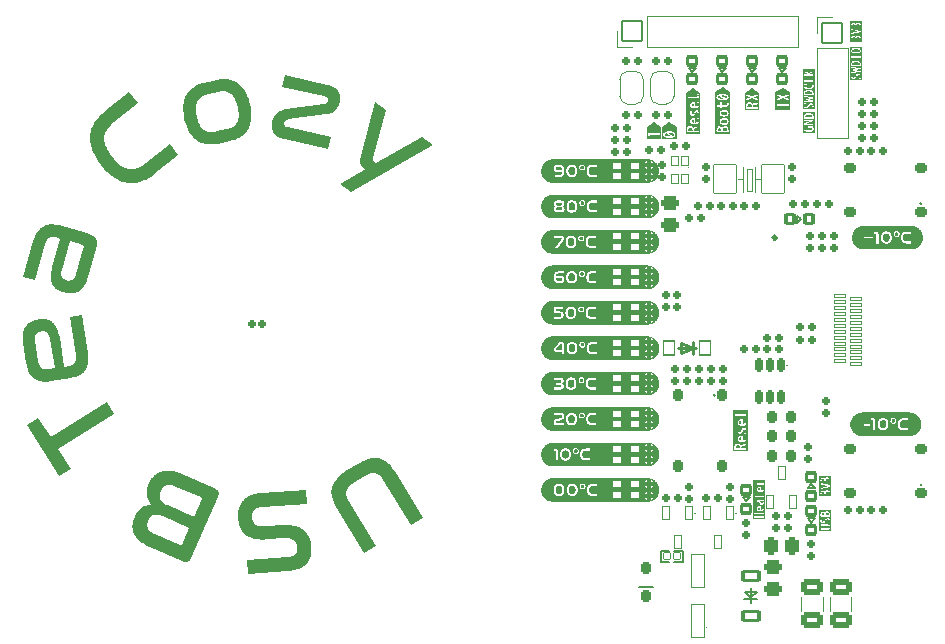
<source format=gbr>
%TF.GenerationSoftware,KiCad,Pcbnew,8.0.3*%
%TF.CreationDate,2024-07-18T08:33:45+12:00*%
%TF.ProjectId,Tea Cozy Hotplate,54656120-436f-47a7-9920-486f74706c61,rev?*%
%TF.SameCoordinates,Original*%
%TF.FileFunction,Legend,Top*%
%TF.FilePolarity,Positive*%
%FSLAX46Y46*%
G04 Gerber Fmt 4.6, Leading zero omitted, Abs format (unit mm)*
G04 Created by KiCad (PCBNEW 8.0.3) date 2024-07-18 08:33:45*
%MOMM*%
%LPD*%
G01*
G04 APERTURE LIST*
G04 Aperture macros list*
%AMRoundRect*
0 Rectangle with rounded corners*
0 $1 Rounding radius*
0 $2 $3 $4 $5 $6 $7 $8 $9 X,Y pos of 4 corners*
0 Add a 4 corners polygon primitive as box body*
4,1,4,$2,$3,$4,$5,$6,$7,$8,$9,$2,$3,0*
0 Add four circle primitives for the rounded corners*
1,1,$1+$1,$2,$3*
1,1,$1+$1,$4,$5*
1,1,$1+$1,$6,$7*
1,1,$1+$1,$8,$9*
0 Add four rect primitives between the rounded corners*
20,1,$1+$1,$2,$3,$4,$5,0*
20,1,$1+$1,$4,$5,$6,$7,0*
20,1,$1+$1,$6,$7,$8,$9,0*
20,1,$1+$1,$8,$9,$2,$3,0*%
%AMFreePoly0*
4,1,35,0.535355,0.785355,0.550000,0.750000,0.550000,-0.750000,0.535355,-0.785355,0.500000,-0.800000,0.000000,-0.800000,-0.012286,-0.794911,-0.071157,-0.794911,-0.085244,-0.792886,-0.221795,-0.752791,-0.234740,-0.746879,-0.354462,-0.669938,-0.365217,-0.660618,-0.458414,-0.553063,-0.466109,-0.541091,-0.525228,-0.411637,-0.529237,-0.397982,-0.549491,-0.257116,-0.550000,-0.250000,-0.550000,0.250000,
-0.549491,0.257116,-0.529237,0.397982,-0.525228,0.411637,-0.466109,0.541091,-0.458414,0.553063,-0.365217,0.660618,-0.354462,0.669938,-0.234740,0.746879,-0.221795,0.752791,-0.085244,0.792886,-0.071157,0.794911,-0.012286,0.794911,0.000000,0.800000,0.500000,0.800000,0.535355,0.785355,0.535355,0.785355,$1*%
%AMFreePoly1*
4,1,35,0.012286,0.794911,0.071157,0.794911,0.085244,0.792886,0.221795,0.752791,0.234740,0.746879,0.354462,0.669938,0.365217,0.660618,0.458414,0.553063,0.466109,0.541091,0.525228,0.411637,0.529237,0.397982,0.549491,0.257116,0.550000,0.250000,0.550000,-0.250000,0.549491,-0.257116,0.529237,-0.397982,0.525228,-0.411637,0.466109,-0.541091,0.458414,-0.553063,0.365217,-0.660618,
0.354462,-0.669938,0.234740,-0.746879,0.221795,-0.752791,0.085244,-0.792886,0.071157,-0.794911,0.012286,-0.794911,0.000000,-0.800000,-0.500000,-0.800000,-0.535355,-0.785355,-0.550000,-0.750000,-0.550000,0.750000,-0.535355,0.785355,-0.500000,0.800000,0.000000,0.800000,0.012286,0.794911,0.012286,0.794911,$1*%
G04 Aperture macros list end*
%ADD10C,0.000000*%
%ADD11C,0.059995*%
%ADD12C,0.160000*%
%ADD13C,0.120000*%
%ADD14C,0.152400*%
%ADD15C,0.150000*%
%ADD16C,0.100000*%
%ADD17C,0.254000*%
%ADD18RoundRect,0.160000X0.160000X0.210000X-0.160000X0.210000X-0.160000X-0.210000X0.160000X-0.210000X0*%
%ADD19RoundRect,0.050000X0.400000X0.325006X-0.400000X0.325006X-0.400000X-0.325006X0.400000X-0.325006X0*%
%ADD20RoundRect,0.225000X0.225000X0.300000X-0.225000X0.300000X-0.225000X-0.300000X0.225000X-0.300000X0*%
%ADD21RoundRect,0.165000X-0.685000X0.385000X-0.685000X-0.385000X0.685000X-0.385000X0.685000X0.385000X0*%
%ADD22RoundRect,0.050000X0.550000X-1.400000X0.550000X1.400000X-0.550000X1.400000X-0.550000X-1.400000X0*%
%ADD23RoundRect,0.160000X-0.160000X-0.210000X0.160000X-0.210000X0.160000X0.210000X-0.160000X0.210000X0*%
%ADD24C,0.500000*%
%ADD25RoundRect,0.050000X0.850000X-0.850000X0.850000X0.850000X-0.850000X0.850000X-0.850000X-0.850000X0*%
%ADD26O,1.800000X1.800000*%
%ADD27RoundRect,0.050000X0.282829X0.270002X-0.282829X0.270002X-0.282829X-0.270002X0.282829X-0.270002X0*%
%ADD28RoundRect,0.160000X-0.210000X0.160000X-0.210000X-0.160000X0.210000X-0.160000X0.210000X0.160000X0*%
%ADD29RoundRect,0.225000X-0.225000X0.325000X-0.225000X-0.325000X0.225000X-0.325000X0.225000X0.325000X0*%
%ADD30RoundRect,0.050000X-0.300000X0.535001X-0.300000X-0.535001X0.300000X-0.535001X0.300000X0.535001X0*%
%ADD31RoundRect,0.050000X-0.950000X-1.200000X0.950000X-1.200000X0.950000X1.200000X-0.950000X1.200000X0*%
%ADD32RoundRect,0.274390X0.288110X0.475610X-0.288110X0.475610X-0.288110X-0.475610X0.288110X-0.475610X0*%
%ADD33RoundRect,0.160000X0.210000X-0.160000X0.210000X0.160000X-0.210000X0.160000X-0.210000X-0.160000X0*%
%ADD34RoundRect,0.050000X0.325006X-0.400000X0.325006X0.400000X-0.325006X0.400000X-0.325006X-0.400000X0*%
%ADD35RoundRect,0.165789X-0.384211X0.359211X-0.384211X-0.359211X0.384211X-0.359211X0.384211X0.359211X0*%
%ADD36RoundRect,0.274390X0.475610X-0.288110X0.475610X0.288110X-0.475610X0.288110X-0.475610X-0.288110X0*%
%ADD37C,0.650013*%
%ADD38RoundRect,0.050000X0.475006X-0.150000X0.475006X0.150000X-0.475006X0.150000X-0.475006X-0.150000X0*%
%ADD39O,2.400000X1.100000*%
%ADD40O,2.400000X1.700000*%
%ADD41RoundRect,0.225000X0.325000X0.225000X-0.325000X0.225000X-0.325000X-0.225000X0.325000X-0.225000X0*%
%ADD42RoundRect,0.050000X-0.850000X-0.850000X0.850000X-0.850000X0.850000X0.850000X-0.850000X0.850000X0*%
%ADD43RoundRect,0.050000X0.500000X0.600000X-0.500000X0.600000X-0.500000X-0.600000X0.500000X-0.600000X0*%
%ADD44RoundRect,0.212503X0.212503X-0.337497X0.212503X0.337497X-0.212503X0.337497X-0.212503X-0.337497X0*%
%ADD45RoundRect,0.270000X0.655000X-0.405000X0.655000X0.405000X-0.655000X0.405000X-0.655000X-0.405000X0*%
%ADD46RoundRect,0.050000X0.300000X-0.535001X0.300000X0.535001X-0.300000X0.535001X-0.300000X-0.535001X0*%
%ADD47RoundRect,0.165789X0.384211X-0.359211X0.384211X0.359211X-0.384211X0.359211X-0.384211X-0.359211X0*%
%ADD48O,0.370003X1.600000*%
%ADD49O,1.600000X0.370003*%
%ADD50FreePoly0,90.000000*%
%ADD51FreePoly1,90.000000*%
%ADD52C,5.100000*%
%ADD53RoundRect,0.175000X0.175000X-0.425000X0.175000X0.425000X-0.175000X0.425000X-0.175000X-0.425000X0*%
%ADD54RoundRect,0.160001X0.172828X0.160001X-0.172828X0.160001X-0.172828X-0.160001X0.172828X-0.160001X0*%
%ADD55RoundRect,0.165789X-0.359211X-0.384211X0.359211X-0.384211X0.359211X0.384211X-0.359211X0.384211X0*%
G04 APERTURE END LIST*
D10*
G36*
X20121698Y-39375893D02*
G01*
X20232110Y-39385124D01*
X20345580Y-39399909D01*
X20462118Y-39420346D01*
X20581729Y-39446533D01*
X20704421Y-39478570D01*
X20830200Y-39516557D01*
X20959073Y-39560590D01*
X21091047Y-39610769D01*
X21226128Y-39667194D01*
X23976066Y-40866291D01*
X24007974Y-40880780D01*
X24038390Y-40895771D01*
X24067314Y-40911267D01*
X24094750Y-40927269D01*
X24120702Y-40943784D01*
X24145171Y-40960812D01*
X24168159Y-40978358D01*
X24189671Y-40996423D01*
X24209707Y-41015012D01*
X24228271Y-41034128D01*
X24245366Y-41053774D01*
X24260994Y-41073953D01*
X24275158Y-41094668D01*
X24287860Y-41115921D01*
X24299104Y-41137718D01*
X24308890Y-41160059D01*
X24317223Y-41182949D01*
X24324105Y-41206392D01*
X24329539Y-41230388D01*
X24333526Y-41254944D01*
X24336070Y-41280060D01*
X24337174Y-41305742D01*
X24336840Y-41331989D01*
X24335071Y-41358808D01*
X24331868Y-41386201D01*
X24327235Y-41414171D01*
X24321174Y-41442720D01*
X24313690Y-41471853D01*
X24304783Y-41501572D01*
X24294456Y-41531882D01*
X24282712Y-41562783D01*
X24269554Y-41594280D01*
X22011252Y-46773331D01*
X21997126Y-46804406D01*
X21982475Y-46834040D01*
X21967294Y-46862231D01*
X21951578Y-46888983D01*
X21935324Y-46914291D01*
X21918528Y-46938160D01*
X21901185Y-46960587D01*
X21883292Y-46981574D01*
X21864845Y-47001121D01*
X21845838Y-47019228D01*
X21826270Y-47035894D01*
X21806134Y-47051122D01*
X21785427Y-47064909D01*
X21764146Y-47077257D01*
X21742285Y-47088166D01*
X21719842Y-47097637D01*
X21696811Y-47105669D01*
X21673189Y-47112262D01*
X21648971Y-47117417D01*
X21624154Y-47121135D01*
X21598733Y-47123414D01*
X21572705Y-47124256D01*
X21546065Y-47123660D01*
X21518808Y-47121628D01*
X21490932Y-47118158D01*
X21462432Y-47113252D01*
X21433304Y-47106909D01*
X21403544Y-47099130D01*
X21373147Y-47089916D01*
X21342110Y-47079264D01*
X21310429Y-47067177D01*
X21278099Y-47053655D01*
X18555661Y-45866544D01*
X18422360Y-45806035D01*
X18295686Y-45743702D01*
X18175567Y-45679593D01*
X18061932Y-45613756D01*
X17954711Y-45546241D01*
X17853831Y-45477098D01*
X17759220Y-45406373D01*
X17670810Y-45334116D01*
X17588527Y-45260377D01*
X17512301Y-45185204D01*
X17442061Y-45108645D01*
X17377734Y-45030750D01*
X17319251Y-44951567D01*
X17266538Y-44871146D01*
X17219528Y-44789535D01*
X17178146Y-44706783D01*
X17142322Y-44622938D01*
X17111985Y-44538051D01*
X17087063Y-44452169D01*
X17067486Y-44365342D01*
X17053181Y-44277617D01*
X17044079Y-44189045D01*
X17040107Y-44099673D01*
X17041195Y-44009552D01*
X17044075Y-43966491D01*
X18299551Y-43966491D01*
X18300834Y-44008792D01*
X18304495Y-44050640D01*
X18310565Y-44092013D01*
X18319072Y-44132891D01*
X18330045Y-44173252D01*
X18343513Y-44213076D01*
X18359507Y-44252341D01*
X18378055Y-44291026D01*
X18399186Y-44329109D01*
X18422930Y-44366569D01*
X18449316Y-44403386D01*
X18478372Y-44439538D01*
X18510129Y-44475003D01*
X18544616Y-44509761D01*
X18581862Y-44543791D01*
X18621894Y-44577070D01*
X18664744Y-44609579D01*
X18710441Y-44641295D01*
X18759015Y-44672197D01*
X18810492Y-44702265D01*
X18864903Y-44731476D01*
X18982646Y-44787248D01*
X21072595Y-45698564D01*
X21086203Y-45703984D01*
X21099514Y-45708253D01*
X21106051Y-45709952D01*
X21112503Y-45711359D01*
X21118868Y-45712472D01*
X21125142Y-45713289D01*
X21131322Y-45713811D01*
X21137404Y-45714034D01*
X21143386Y-45713957D01*
X21149263Y-45713579D01*
X21155033Y-45712899D01*
X21160691Y-45711914D01*
X21166235Y-45710625D01*
X21171662Y-45709027D01*
X21176967Y-45707122D01*
X21182148Y-45704907D01*
X21187202Y-45702380D01*
X21192123Y-45699541D01*
X21196910Y-45696387D01*
X21201559Y-45692917D01*
X21206068Y-45689130D01*
X21210431Y-45685025D01*
X21214646Y-45680598D01*
X21218710Y-45675851D01*
X21222619Y-45670780D01*
X21226370Y-45665384D01*
X21229960Y-45659663D01*
X21233385Y-45653613D01*
X21236641Y-45647235D01*
X21239726Y-45640526D01*
X21867251Y-44201391D01*
X19667300Y-43242113D01*
X19549632Y-43194136D01*
X19437218Y-43155147D01*
X19382968Y-43139031D01*
X19330015Y-43125172D01*
X19278353Y-43113575D01*
X19227976Y-43104242D01*
X19178880Y-43097177D01*
X19131058Y-43092384D01*
X19084506Y-43089866D01*
X19039217Y-43089627D01*
X18995185Y-43091671D01*
X18952408Y-43096000D01*
X18910876Y-43102620D01*
X18870585Y-43111531D01*
X18831531Y-43122740D01*
X18793707Y-43136250D01*
X18757107Y-43152062D01*
X18721726Y-43170182D01*
X18687559Y-43190614D01*
X18654600Y-43213360D01*
X18622844Y-43238424D01*
X18592284Y-43265810D01*
X18562917Y-43295521D01*
X18534734Y-43327562D01*
X18507732Y-43361933D01*
X18481906Y-43398642D01*
X18457247Y-43437691D01*
X18433752Y-43479082D01*
X18411416Y-43522820D01*
X18390232Y-43568908D01*
X18354726Y-43659490D01*
X18327797Y-43748939D01*
X18309684Y-43837085D01*
X18304005Y-43880617D01*
X18300618Y-43923759D01*
X18299551Y-43966491D01*
X17044075Y-43966491D01*
X17047270Y-43918728D01*
X17058263Y-43827253D01*
X17074101Y-43735173D01*
X17094714Y-43642539D01*
X17120029Y-43549399D01*
X17149977Y-43455802D01*
X17184485Y-43361796D01*
X17223483Y-43267431D01*
X17284137Y-43138269D01*
X17316109Y-43077334D01*
X17349177Y-43018802D01*
X17383337Y-42962658D01*
X17418588Y-42908880D01*
X17454929Y-42857452D01*
X17492356Y-42808354D01*
X17530870Y-42761566D01*
X17570467Y-42717071D01*
X17611147Y-42674850D01*
X17652906Y-42634883D01*
X17695744Y-42597152D01*
X17739659Y-42561639D01*
X17784650Y-42528324D01*
X17826507Y-42500032D01*
X17830713Y-42497190D01*
X17877846Y-42468216D01*
X17926049Y-42441385D01*
X17975321Y-42416677D01*
X18025657Y-42394073D01*
X18077058Y-42373556D01*
X18129521Y-42355106D01*
X18183045Y-42338704D01*
X18237627Y-42324332D01*
X18293266Y-42311971D01*
X18349960Y-42301603D01*
X18407706Y-42293207D01*
X18466506Y-42286766D01*
X18587249Y-42279673D01*
X18712177Y-42280172D01*
X18625819Y-42186254D01*
X18547855Y-42089796D01*
X18512062Y-42040612D01*
X18478416Y-41990790D01*
X18446935Y-41940331D01*
X18417634Y-41889232D01*
X18390530Y-41837492D01*
X18365638Y-41785113D01*
X18342977Y-41732091D01*
X18322561Y-41678426D01*
X18304408Y-41624118D01*
X18288533Y-41569165D01*
X18274953Y-41513567D01*
X18270199Y-41489842D01*
X19335495Y-41489842D01*
X19335508Y-41533258D01*
X19338038Y-41575991D01*
X19343085Y-41618036D01*
X19350651Y-41659387D01*
X19360735Y-41700039D01*
X19373338Y-41739985D01*
X19388460Y-41779220D01*
X19406101Y-41817738D01*
X19426264Y-41855533D01*
X19448948Y-41892599D01*
X19474153Y-41928933D01*
X19501880Y-41964524D01*
X19532129Y-41999371D01*
X19564901Y-42033466D01*
X19600198Y-42066804D01*
X19638018Y-42099378D01*
X19721232Y-42162215D01*
X19814549Y-42221930D01*
X19917973Y-42278478D01*
X20031507Y-42331811D01*
X22258959Y-43303079D01*
X22914463Y-41799785D01*
X22917268Y-41792984D01*
X22919694Y-41786334D01*
X22921743Y-41779831D01*
X22923420Y-41773475D01*
X22924733Y-41767262D01*
X22925682Y-41761191D01*
X22926275Y-41755260D01*
X22926517Y-41749468D01*
X22926410Y-41743811D01*
X22925962Y-41738290D01*
X22925177Y-41732901D01*
X22924057Y-41727642D01*
X22922611Y-41722512D01*
X22920843Y-41717509D01*
X22918755Y-41712632D01*
X22916355Y-41707876D01*
X22913645Y-41703243D01*
X22910632Y-41698728D01*
X22907321Y-41694331D01*
X22903715Y-41690050D01*
X22899820Y-41685882D01*
X22895640Y-41681826D01*
X22886448Y-41674041D01*
X22876176Y-41666680D01*
X22864862Y-41659728D01*
X22852546Y-41653170D01*
X22839267Y-41646990D01*
X20730983Y-40727682D01*
X20670602Y-40702404D01*
X20611489Y-40679767D01*
X20553644Y-40659747D01*
X20497066Y-40642325D01*
X20441754Y-40627475D01*
X20387709Y-40615178D01*
X20334931Y-40605410D01*
X20283417Y-40598150D01*
X20233170Y-40593375D01*
X20184186Y-40591063D01*
X20136468Y-40591193D01*
X20090014Y-40593741D01*
X20044825Y-40598687D01*
X20000898Y-40606007D01*
X19958237Y-40615680D01*
X19916837Y-40627684D01*
X19876700Y-40641996D01*
X19837825Y-40658594D01*
X19800212Y-40677457D01*
X19763861Y-40698561D01*
X19728772Y-40721886D01*
X19694943Y-40747407D01*
X19662375Y-40775106D01*
X19631067Y-40804957D01*
X19601020Y-40836940D01*
X19572230Y-40871032D01*
X19544702Y-40907211D01*
X19518432Y-40945456D01*
X19493420Y-40985744D01*
X19469667Y-41028052D01*
X19447171Y-41072359D01*
X19425933Y-41118643D01*
X19388240Y-41215341D01*
X19373163Y-41262730D01*
X19360600Y-41309470D01*
X19350550Y-41355558D01*
X19343016Y-41400986D01*
X19337998Y-41445750D01*
X19335495Y-41489842D01*
X18270199Y-41489842D01*
X18263684Y-41457323D01*
X18254743Y-41400432D01*
X18248147Y-41342893D01*
X18243910Y-41284705D01*
X18242049Y-41225867D01*
X18242583Y-41166380D01*
X18245526Y-41106240D01*
X18250893Y-41045449D01*
X18258704Y-40984005D01*
X18268973Y-40921907D01*
X18281717Y-40859153D01*
X18296951Y-40795745D01*
X18314694Y-40731679D01*
X18334960Y-40666957D01*
X18357767Y-40601576D01*
X18383131Y-40535536D01*
X18411067Y-40468836D01*
X18452985Y-40377633D01*
X18497807Y-40289709D01*
X18545538Y-40205162D01*
X18596186Y-40124093D01*
X18649756Y-40046600D01*
X18706257Y-39972781D01*
X18748780Y-39922670D01*
X18765695Y-39902735D01*
X18828076Y-39836563D01*
X18893409Y-39774361D01*
X18961698Y-39716230D01*
X19032952Y-39662268D01*
X19107177Y-39612574D01*
X19184380Y-39567246D01*
X19264568Y-39526384D01*
X19347747Y-39490087D01*
X19433925Y-39458452D01*
X19523108Y-39431581D01*
X19615303Y-39409570D01*
X19710517Y-39392519D01*
X19808757Y-39380527D01*
X19910029Y-39373692D01*
X20014341Y-39372114D01*
X20121698Y-39375893D01*
G37*
G36*
X13265173Y-29426165D02*
G01*
X13282758Y-29546319D01*
X13295400Y-29662587D01*
X13303192Y-29775007D01*
X13306231Y-29883614D01*
X13304610Y-29988445D01*
X13298424Y-30089538D01*
X13287769Y-30186925D01*
X13272741Y-30280645D01*
X13253434Y-30370736D01*
X13229942Y-30457231D01*
X13202362Y-30540168D01*
X13170787Y-30619584D01*
X13135314Y-30695513D01*
X13096037Y-30767994D01*
X13053051Y-30837061D01*
X13006452Y-30902752D01*
X12956334Y-30965103D01*
X12902793Y-31024150D01*
X12845923Y-31079929D01*
X12785819Y-31132477D01*
X12722577Y-31181830D01*
X12656291Y-31228024D01*
X12587058Y-31271096D01*
X12514971Y-31311082D01*
X12440125Y-31348018D01*
X12362617Y-31381940D01*
X12282540Y-31412886D01*
X12199990Y-31440891D01*
X12027852Y-31488223D01*
X11846962Y-31524229D01*
X10070838Y-31816444D01*
X9887947Y-31840288D01*
X9709717Y-31850599D01*
X9536777Y-31846857D01*
X9452485Y-31839554D01*
X9369752Y-31828544D01*
X9288654Y-31813760D01*
X9209270Y-31795139D01*
X9131679Y-31772617D01*
X9055959Y-31746126D01*
X8982188Y-31715604D01*
X8910445Y-31680984D01*
X8840810Y-31642203D01*
X8773357Y-31599196D01*
X8708168Y-31551897D01*
X8645321Y-31500241D01*
X8584893Y-31444164D01*
X8526964Y-31383601D01*
X8471611Y-31318487D01*
X8418913Y-31248758D01*
X8368949Y-31174348D01*
X8321796Y-31095191D01*
X8277534Y-31011225D01*
X8236241Y-30922384D01*
X8197994Y-30828602D01*
X8162873Y-30729816D01*
X8130956Y-30625960D01*
X8102321Y-30516969D01*
X8077048Y-30402778D01*
X8055212Y-30283323D01*
X7777609Y-28596006D01*
X7760656Y-28482164D01*
X7747818Y-28371886D01*
X7739057Y-28265141D01*
X7736878Y-28217485D01*
X8767883Y-28217485D01*
X8768030Y-28259229D01*
X8769862Y-28302375D01*
X8773402Y-28346928D01*
X8778675Y-28392895D01*
X8785703Y-28440285D01*
X9061682Y-30117736D01*
X9071261Y-30170230D01*
X9082320Y-30220425D01*
X9094820Y-30268349D01*
X9108722Y-30314031D01*
X9123991Y-30357499D01*
X9140587Y-30398781D01*
X9158472Y-30437907D01*
X9177607Y-30474905D01*
X9197958Y-30509802D01*
X9219482Y-30542628D01*
X9242144Y-30573411D01*
X9265906Y-30602180D01*
X9290728Y-30628964D01*
X9316575Y-30653790D01*
X9343407Y-30676687D01*
X9371186Y-30697685D01*
X9399874Y-30716810D01*
X9429434Y-30734093D01*
X9459826Y-30749560D01*
X9491015Y-30763241D01*
X9522961Y-30775166D01*
X9555627Y-30785361D01*
X9588974Y-30793855D01*
X9622964Y-30800677D01*
X9657560Y-30805856D01*
X9692723Y-30809420D01*
X9728417Y-30811397D01*
X9764600Y-30811816D01*
X9801238Y-30810706D01*
X9838292Y-30808094D01*
X9875723Y-30804010D01*
X9913493Y-30798484D01*
X10466068Y-30707567D01*
X10063466Y-28260466D01*
X10054270Y-28208888D01*
X10044040Y-28159589D01*
X10032789Y-28112540D01*
X10020529Y-28067712D01*
X10007270Y-28025074D01*
X9993025Y-27984597D01*
X9977806Y-27946251D01*
X9961625Y-27910006D01*
X9944492Y-27875834D01*
X9926421Y-27843702D01*
X9907423Y-27813583D01*
X9887509Y-27785444D01*
X9866692Y-27759260D01*
X9844983Y-27734997D01*
X9822395Y-27712628D01*
X9798938Y-27692121D01*
X9774625Y-27673448D01*
X9749467Y-27656578D01*
X9723477Y-27641481D01*
X9696665Y-27628129D01*
X9669044Y-27616491D01*
X9640627Y-27606538D01*
X9611424Y-27598238D01*
X9581447Y-27591563D01*
X9550709Y-27586484D01*
X9519219Y-27582971D01*
X9486992Y-27580992D01*
X9454039Y-27580519D01*
X9420370Y-27581523D01*
X9385998Y-27583971D01*
X9350936Y-27587837D01*
X9315194Y-27593089D01*
X9278709Y-27599776D01*
X9243276Y-27607667D01*
X9208919Y-27616770D01*
X9175659Y-27627091D01*
X9143522Y-27638637D01*
X9112530Y-27651417D01*
X9082707Y-27665436D01*
X9054077Y-27680703D01*
X9026663Y-27697224D01*
X9000488Y-27715009D01*
X8975577Y-27734062D01*
X8951952Y-27754393D01*
X8929636Y-27776006D01*
X8908653Y-27798912D01*
X8889027Y-27823116D01*
X8870782Y-27848624D01*
X8853940Y-27875446D01*
X8838525Y-27903589D01*
X8824560Y-27933059D01*
X8812071Y-27963864D01*
X8801077Y-27996012D01*
X8791606Y-28029508D01*
X8783678Y-28064361D01*
X8777319Y-28100578D01*
X8772551Y-28138166D01*
X8769398Y-28177132D01*
X8767883Y-28217485D01*
X7736878Y-28217485D01*
X7734336Y-28161902D01*
X7733617Y-28062138D01*
X7736860Y-27965822D01*
X7744028Y-27872924D01*
X7755082Y-27783416D01*
X7769985Y-27697267D01*
X7788698Y-27614450D01*
X7811184Y-27534935D01*
X7837403Y-27458693D01*
X7867319Y-27385696D01*
X7900892Y-27315913D01*
X7938085Y-27249318D01*
X7978858Y-27185880D01*
X8023176Y-27125570D01*
X8070998Y-27068360D01*
X8122287Y-27014220D01*
X8145847Y-26992217D01*
X8177003Y-26963121D01*
X8235112Y-26915035D01*
X8296572Y-26869933D01*
X8361347Y-26827784D01*
X8429396Y-26788562D01*
X8500684Y-26752236D01*
X8575173Y-26718778D01*
X8652822Y-26688159D01*
X8733594Y-26660348D01*
X8817452Y-26635320D01*
X8904357Y-26613042D01*
X9087154Y-26576626D01*
X9262673Y-26553647D01*
X9430231Y-26544092D01*
X9510991Y-26544503D01*
X9589717Y-26548454D01*
X9666398Y-26556008D01*
X9741019Y-26567227D01*
X9813566Y-26582171D01*
X9884025Y-26600903D01*
X9952382Y-26623484D01*
X10018624Y-26649977D01*
X10082735Y-26680442D01*
X10144702Y-26714941D01*
X10204512Y-26753537D01*
X10262150Y-26796290D01*
X10317601Y-26843263D01*
X10370854Y-26894517D01*
X10421892Y-26950113D01*
X10470702Y-27010114D01*
X10517271Y-27074580D01*
X10561584Y-27143575D01*
X10603628Y-27217160D01*
X10643388Y-27295395D01*
X10680850Y-27378344D01*
X10716001Y-27466067D01*
X10748826Y-27558626D01*
X10779311Y-27656083D01*
X10833207Y-27865938D01*
X10877579Y-28096124D01*
X11285055Y-30572830D01*
X11660015Y-30511140D01*
X11735959Y-30495884D01*
X11772549Y-30486379D01*
X11808165Y-30475602D01*
X11842768Y-30463537D01*
X11876318Y-30450168D01*
X11908774Y-30435480D01*
X11940097Y-30419455D01*
X11970249Y-30402081D01*
X11999188Y-30383338D01*
X12026876Y-30363214D01*
X12053271Y-30341692D01*
X12078337Y-30318755D01*
X12102031Y-30294389D01*
X12124314Y-30268578D01*
X12145146Y-30241305D01*
X12164489Y-30212554D01*
X12182303Y-30182312D01*
X12198546Y-30150561D01*
X12213181Y-30117287D01*
X12226167Y-30082472D01*
X12237465Y-30046101D01*
X12247034Y-30008160D01*
X12254835Y-29968631D01*
X12260828Y-29927499D01*
X12264975Y-29884748D01*
X12267234Y-29840364D01*
X12267566Y-29794330D01*
X12265933Y-29746630D01*
X12262294Y-29697248D01*
X12256607Y-29646169D01*
X12248837Y-29593377D01*
X11724475Y-26406226D01*
X12740812Y-26239014D01*
X13265173Y-29426165D01*
G37*
G36*
X33516241Y-6691953D02*
G01*
X33598817Y-6711495D01*
X33678058Y-6733142D01*
X33753983Y-6756855D01*
X33826607Y-6782593D01*
X33895945Y-6810318D01*
X33962015Y-6839990D01*
X34024832Y-6871570D01*
X34084413Y-6905017D01*
X34140773Y-6940292D01*
X34193929Y-6977356D01*
X34243898Y-7016169D01*
X34290695Y-7056691D01*
X34334335Y-7098883D01*
X34374837Y-7142706D01*
X34412215Y-7188120D01*
X34446487Y-7235084D01*
X34477667Y-7283560D01*
X34505773Y-7333508D01*
X34530820Y-7384889D01*
X34552825Y-7437663D01*
X34571803Y-7491790D01*
X34587772Y-7547232D01*
X34600747Y-7603947D01*
X34610744Y-7661897D01*
X34617780Y-7721042D01*
X34621870Y-7781342D01*
X34623032Y-7842758D01*
X34621280Y-7905252D01*
X34616632Y-7968782D01*
X34609103Y-8033308D01*
X34598710Y-8098793D01*
X34585468Y-8165197D01*
X34571562Y-8223843D01*
X34555967Y-8280742D01*
X34538711Y-8335900D01*
X34519819Y-8389325D01*
X34499320Y-8441025D01*
X34477237Y-8491008D01*
X34453600Y-8539282D01*
X34428431Y-8585853D01*
X34401760Y-8630731D01*
X34373613Y-8673921D01*
X34344016Y-8715433D01*
X34312995Y-8755273D01*
X34280576Y-8793450D01*
X34246787Y-8829970D01*
X34211653Y-8864842D01*
X34175202Y-8898075D01*
X34137458Y-8929673D01*
X34098451Y-8959647D01*
X34016745Y-9014749D01*
X33930296Y-9063442D01*
X33839315Y-9105788D01*
X33744015Y-9141847D01*
X33644605Y-9171682D01*
X33541300Y-9195353D01*
X33434308Y-9212923D01*
X30239010Y-9638315D01*
X30204026Y-9644680D01*
X30170651Y-9652597D01*
X30138914Y-9662073D01*
X30108843Y-9673114D01*
X30080467Y-9685726D01*
X30053816Y-9699917D01*
X30028916Y-9715691D01*
X30005797Y-9733056D01*
X29994914Y-9742336D01*
X29984487Y-9752017D01*
X29974520Y-9762098D01*
X29965016Y-9772581D01*
X29955978Y-9783466D01*
X29947411Y-9794754D01*
X29939317Y-9806446D01*
X29931701Y-9818543D01*
X29924566Y-9831044D01*
X29917915Y-9843953D01*
X29911754Y-9857268D01*
X29906083Y-9870992D01*
X29900907Y-9885123D01*
X29896231Y-9899664D01*
X29888389Y-9929978D01*
X29882048Y-9966008D01*
X29880153Y-9983566D01*
X29879112Y-10000808D01*
X29878930Y-10017728D01*
X29879609Y-10034319D01*
X29881152Y-10050576D01*
X29883563Y-10066490D01*
X29886845Y-10082055D01*
X29891003Y-10097264D01*
X29896038Y-10112112D01*
X29901955Y-10126591D01*
X29908756Y-10140693D01*
X29916445Y-10154414D01*
X29925027Y-10167744D01*
X29934502Y-10180678D01*
X29944877Y-10193210D01*
X29956152Y-10205332D01*
X29968332Y-10217037D01*
X29981421Y-10228320D01*
X29995421Y-10239172D01*
X30010336Y-10249587D01*
X30026171Y-10259560D01*
X30042925Y-10269081D01*
X30060605Y-10278147D01*
X30079214Y-10286747D01*
X30119230Y-10302532D01*
X30163000Y-10316380D01*
X30210549Y-10328237D01*
X33824659Y-11120835D01*
X33606159Y-12117157D01*
X29933444Y-11311706D01*
X29851727Y-11292353D01*
X29773236Y-11270871D01*
X29697957Y-11247300D01*
X29625882Y-11221682D01*
X29556998Y-11194056D01*
X29491296Y-11164465D01*
X29428764Y-11132948D01*
X29369392Y-11099547D01*
X29313169Y-11064302D01*
X29260083Y-11027253D01*
X29210124Y-10988442D01*
X29163283Y-10947910D01*
X29119545Y-10905697D01*
X29078903Y-10861843D01*
X29041346Y-10816390D01*
X29006860Y-10769379D01*
X28975438Y-10720848D01*
X28947066Y-10670842D01*
X28921735Y-10619399D01*
X28899434Y-10566560D01*
X28880152Y-10512367D01*
X28863879Y-10456859D01*
X28850603Y-10400077D01*
X28840313Y-10342063D01*
X28832999Y-10282857D01*
X28828650Y-10222500D01*
X28827255Y-10161032D01*
X28828804Y-10098495D01*
X28833285Y-10034928D01*
X28840688Y-9970373D01*
X28851002Y-9904871D01*
X28864216Y-9838463D01*
X28890933Y-9732539D01*
X28923688Y-9631015D01*
X28962484Y-9534085D01*
X29007323Y-9441945D01*
X29058208Y-9354788D01*
X29115140Y-9272813D01*
X29178120Y-9196213D01*
X29247153Y-9125185D01*
X29322239Y-9059923D01*
X29403381Y-9000622D01*
X29490580Y-8947481D01*
X29583839Y-8900691D01*
X29683162Y-8860450D01*
X29788547Y-8826951D01*
X29900000Y-8800394D01*
X30017521Y-8780970D01*
X33220446Y-8367490D01*
X33241787Y-8364283D01*
X33262314Y-8360494D01*
X33282044Y-8356140D01*
X33300990Y-8351240D01*
X33319167Y-8345810D01*
X33336590Y-8339871D01*
X33353274Y-8333439D01*
X33369233Y-8326533D01*
X33384481Y-8319172D01*
X33399035Y-8311374D01*
X33412909Y-8303156D01*
X33426116Y-8294537D01*
X33438674Y-8285537D01*
X33450595Y-8276171D01*
X33461894Y-8266459D01*
X33472586Y-8256419D01*
X33482688Y-8246069D01*
X33492212Y-8235428D01*
X33501173Y-8224514D01*
X33509587Y-8213345D01*
X33524830Y-8190313D01*
X33538060Y-8166481D01*
X33549395Y-8141993D01*
X33558950Y-8116996D01*
X33566847Y-8091634D01*
X33573202Y-8066054D01*
X33579515Y-8030133D01*
X33581376Y-8012706D01*
X33582366Y-7995641D01*
X33582481Y-7978939D01*
X33581719Y-7962601D01*
X33580072Y-7946633D01*
X33577538Y-7931037D01*
X33574113Y-7915815D01*
X33569791Y-7900970D01*
X33564568Y-7886504D01*
X33558441Y-7872422D01*
X33551403Y-7858724D01*
X33543453Y-7845416D01*
X33534584Y-7832498D01*
X33524794Y-7819973D01*
X33514076Y-7807846D01*
X33502426Y-7796117D01*
X33489842Y-7784791D01*
X33476318Y-7773871D01*
X33461849Y-7763357D01*
X33446431Y-7753254D01*
X33430061Y-7743566D01*
X33412733Y-7734292D01*
X33375190Y-7717006D01*
X33333763Y-7701417D01*
X33288421Y-7687549D01*
X33239126Y-7675424D01*
X29703158Y-6899963D01*
X29921658Y-5903641D01*
X33516241Y-6691953D01*
G37*
G36*
X53195979Y-40670148D02*
G01*
X53212785Y-40671795D01*
X53228952Y-40674102D01*
X53244487Y-40677071D01*
X53259393Y-40680703D01*
X53273675Y-40685000D01*
X53287338Y-40689962D01*
X53300387Y-40695591D01*
X53312827Y-40701889D01*
X53324662Y-40708855D01*
X53335898Y-40716493D01*
X53346539Y-40724802D01*
X53356589Y-40733784D01*
X53366055Y-40743440D01*
X53374940Y-40753772D01*
X53383249Y-40764781D01*
X53390987Y-40776468D01*
X53398159Y-40788834D01*
X53404770Y-40801881D01*
X53410825Y-40815609D01*
X53416328Y-40830020D01*
X53421284Y-40845115D01*
X53425698Y-40860896D01*
X53432918Y-40894518D01*
X53438029Y-40930898D01*
X53441066Y-40970043D01*
X53442071Y-41011965D01*
X53441083Y-41054156D01*
X53438090Y-41093549D01*
X53435828Y-41112200D01*
X53433047Y-41130156D01*
X53429742Y-41147417D01*
X53425909Y-41163986D01*
X53421540Y-41179863D01*
X53416630Y-41195050D01*
X53411174Y-41209547D01*
X53405166Y-41223357D01*
X53398600Y-41236481D01*
X53391472Y-41248920D01*
X53383774Y-41260675D01*
X53375502Y-41271747D01*
X53366650Y-41282139D01*
X53357212Y-41291850D01*
X53347183Y-41300883D01*
X53336557Y-41309239D01*
X53325328Y-41316919D01*
X53313492Y-41323924D01*
X53301041Y-41330256D01*
X53287971Y-41335915D01*
X53274276Y-41340904D01*
X53259950Y-41345224D01*
X53244987Y-41348875D01*
X53229383Y-41351860D01*
X53213131Y-41354179D01*
X53196226Y-41355834D01*
X53178662Y-41356826D01*
X53160434Y-41357156D01*
X53124618Y-41355834D01*
X53107685Y-41354179D01*
X53091396Y-41351860D01*
X53075745Y-41348875D01*
X53060727Y-41345224D01*
X53046339Y-41340904D01*
X53032574Y-41335915D01*
X53019428Y-41330256D01*
X53006897Y-41323924D01*
X52994975Y-41316919D01*
X52983657Y-41309239D01*
X52972938Y-41300883D01*
X52962815Y-41291850D01*
X52953281Y-41282139D01*
X52944332Y-41271747D01*
X52935963Y-41260675D01*
X52928170Y-41248920D01*
X52920947Y-41236481D01*
X52914289Y-41223357D01*
X52908192Y-41209547D01*
X52902650Y-41195050D01*
X52897660Y-41179863D01*
X52893215Y-41163986D01*
X52885945Y-41130156D01*
X52880800Y-41093549D01*
X52877741Y-41054156D01*
X52876730Y-41011965D01*
X52877741Y-40970043D01*
X52879012Y-40950124D01*
X52880800Y-40930898D01*
X52883109Y-40912363D01*
X52885945Y-40894518D01*
X52889312Y-40877363D01*
X52893215Y-40860896D01*
X52897660Y-40845115D01*
X52902650Y-40830020D01*
X52908192Y-40815609D01*
X52914289Y-40801881D01*
X52920947Y-40788834D01*
X52928170Y-40776468D01*
X52935963Y-40764781D01*
X52944332Y-40753772D01*
X52953281Y-40743440D01*
X52962815Y-40733784D01*
X52972938Y-40724802D01*
X52983657Y-40716493D01*
X52994975Y-40708855D01*
X53006897Y-40701889D01*
X53019428Y-40695591D01*
X53032574Y-40689962D01*
X53046339Y-40685000D01*
X53060727Y-40680703D01*
X53075745Y-40677071D01*
X53091396Y-40674102D01*
X53107685Y-40671795D01*
X53124618Y-40670148D01*
X53142200Y-40669161D01*
X53160434Y-40668833D01*
X53195979Y-40670148D01*
G37*
G36*
X17503918Y-8282997D02*
G01*
X15446791Y-9889336D01*
X15266111Y-10040163D01*
X15184357Y-10116267D01*
X15108333Y-10192902D01*
X15038045Y-10270122D01*
X14973499Y-10347983D01*
X14914698Y-10426537D01*
X14861647Y-10505840D01*
X14814352Y-10585945D01*
X14772818Y-10666905D01*
X14737051Y-10748777D01*
X14707055Y-10831612D01*
X14682835Y-10915467D01*
X14664397Y-11000395D01*
X14651744Y-11086449D01*
X14644885Y-11173684D01*
X14643821Y-11262154D01*
X14648558Y-11351914D01*
X14659103Y-11443016D01*
X14675459Y-11535517D01*
X14697633Y-11629469D01*
X14725629Y-11724925D01*
X14759451Y-11821943D01*
X14799106Y-11920573D01*
X14844597Y-12020873D01*
X14895933Y-12122893D01*
X15016148Y-12332318D01*
X15159795Y-12549282D01*
X15326913Y-12774214D01*
X15503452Y-12989557D01*
X15590922Y-13088067D01*
X15677933Y-13180488D01*
X15764538Y-13266831D01*
X15850792Y-13347111D01*
X15936749Y-13421340D01*
X16022465Y-13489533D01*
X16107993Y-13551701D01*
X16193388Y-13607859D01*
X16278704Y-13658019D01*
X16363996Y-13702195D01*
X16449318Y-13740401D01*
X16534726Y-13772648D01*
X16620272Y-13798951D01*
X16706013Y-13819323D01*
X16792000Y-13833777D01*
X16878291Y-13842325D01*
X16964940Y-13844983D01*
X17051999Y-13841761D01*
X17139524Y-13832675D01*
X17227570Y-13817737D01*
X17316191Y-13796960D01*
X17405442Y-13770357D01*
X17495375Y-13737943D01*
X17586048Y-13699729D01*
X17677514Y-13655730D01*
X17769826Y-13605957D01*
X17863041Y-13550425D01*
X17957211Y-13489148D01*
X18052393Y-13422138D01*
X18148639Y-13349407D01*
X20205768Y-11743069D01*
X20932004Y-12673110D01*
X18874876Y-14279449D01*
X18583991Y-14490075D01*
X18438766Y-14582817D01*
X18293718Y-14667141D01*
X18148868Y-14743021D01*
X18004241Y-14810430D01*
X17859858Y-14869339D01*
X17715743Y-14919723D01*
X17571918Y-14961553D01*
X17428407Y-14994803D01*
X17285233Y-15019445D01*
X17142418Y-15035454D01*
X16999985Y-15042799D01*
X16857957Y-15041455D01*
X16716358Y-15031396D01*
X16575209Y-15012593D01*
X16434535Y-14985020D01*
X16294356Y-14948648D01*
X16154699Y-14903451D01*
X16015583Y-14849403D01*
X15877033Y-14786474D01*
X15739072Y-14714640D01*
X15601722Y-14633871D01*
X15465006Y-14544142D01*
X15328948Y-14445425D01*
X15193570Y-14337691D01*
X15058894Y-14220917D01*
X14924946Y-14095072D01*
X14659316Y-13816063D01*
X14396866Y-13500451D01*
X14270492Y-13333434D01*
X14153298Y-13167861D01*
X14045245Y-13003750D01*
X13946297Y-12841118D01*
X13856417Y-12679983D01*
X13775568Y-12520362D01*
X13703710Y-12362272D01*
X13640808Y-12205732D01*
X13586824Y-12050759D01*
X13541720Y-11897371D01*
X13505460Y-11745585D01*
X13478005Y-11595418D01*
X13459319Y-11446889D01*
X13449364Y-11300014D01*
X13448102Y-11154812D01*
X13455497Y-11011300D01*
X13471510Y-10869496D01*
X13496104Y-10729416D01*
X13529244Y-10591080D01*
X13570889Y-10454503D01*
X13621004Y-10319705D01*
X13679551Y-10186703D01*
X13746492Y-10055513D01*
X13821791Y-9926154D01*
X13905410Y-9798643D01*
X13997310Y-9672998D01*
X14097456Y-9549235D01*
X14205810Y-9427375D01*
X14322333Y-9307432D01*
X14446989Y-9189426D01*
X14579741Y-9073374D01*
X14720551Y-8959291D01*
X16777682Y-7352955D01*
X17503918Y-8282997D01*
G37*
G36*
X53743238Y-37669818D02*
G01*
X53760051Y-37671472D01*
X53776228Y-37673788D01*
X53791774Y-37676769D01*
X53806694Y-37680415D01*
X53820992Y-37684728D01*
X53834672Y-37689707D01*
X53847740Y-37695356D01*
X53860200Y-37701673D01*
X53872057Y-37708661D01*
X53883315Y-37716321D01*
X53893979Y-37724653D01*
X53904053Y-37733659D01*
X53913542Y-37743340D01*
X53922452Y-37753696D01*
X53930785Y-37764729D01*
X53938547Y-37776440D01*
X53945743Y-37788830D01*
X53952377Y-37801899D01*
X53958454Y-37815650D01*
X53963978Y-37830083D01*
X53968954Y-37845198D01*
X53973387Y-37860998D01*
X53980641Y-37894654D01*
X53985777Y-37931058D01*
X53988831Y-37970220D01*
X53989841Y-38012148D01*
X53988847Y-38054339D01*
X53985838Y-38093733D01*
X53983564Y-38112384D01*
X53980770Y-38130339D01*
X53977449Y-38147601D01*
X53973598Y-38164169D01*
X53969210Y-38180046D01*
X53964280Y-38195233D01*
X53958803Y-38209730D01*
X53952773Y-38223541D01*
X53946184Y-38236664D01*
X53939032Y-38249103D01*
X53931310Y-38260858D01*
X53923014Y-38271930D01*
X53914138Y-38282322D01*
X53904676Y-38292033D01*
X53894623Y-38301066D01*
X53883974Y-38309422D01*
X53872723Y-38317102D01*
X53860865Y-38324107D01*
X53848394Y-38330439D01*
X53835305Y-38336098D01*
X53821592Y-38341087D01*
X53807251Y-38345407D01*
X53792275Y-38349059D01*
X53776659Y-38352043D01*
X53760398Y-38354362D01*
X53743486Y-38356017D01*
X53725917Y-38357009D01*
X53707687Y-38357340D01*
X53671872Y-38356017D01*
X53654939Y-38354362D01*
X53638649Y-38352043D01*
X53622998Y-38349059D01*
X53607981Y-38345407D01*
X53593592Y-38341087D01*
X53579828Y-38336098D01*
X53566682Y-38330439D01*
X53554150Y-38324107D01*
X53542228Y-38317102D01*
X53530910Y-38309422D01*
X53520192Y-38301066D01*
X53510068Y-38292033D01*
X53500534Y-38282322D01*
X53491586Y-38271930D01*
X53483217Y-38260858D01*
X53475423Y-38249103D01*
X53468200Y-38236664D01*
X53461542Y-38223541D01*
X53455445Y-38209730D01*
X53449904Y-38195233D01*
X53444913Y-38180046D01*
X53440469Y-38164169D01*
X53433198Y-38130339D01*
X53428053Y-38093733D01*
X53424994Y-38054339D01*
X53423984Y-38012148D01*
X53424994Y-37970220D01*
X53426265Y-37950294D01*
X53428053Y-37931058D01*
X53430362Y-37912512D01*
X53433198Y-37894654D01*
X53436565Y-37877483D01*
X53440469Y-37860998D01*
X53444913Y-37845198D01*
X53449904Y-37830083D01*
X53455445Y-37815650D01*
X53461542Y-37801899D01*
X53468200Y-37788830D01*
X53475423Y-37776440D01*
X53483217Y-37764729D01*
X53491586Y-37753696D01*
X53500534Y-37743340D01*
X53510068Y-37733659D01*
X53520192Y-37724653D01*
X53530910Y-37716321D01*
X53542228Y-37708661D01*
X53554150Y-37701673D01*
X53566682Y-37695356D01*
X53579828Y-37689707D01*
X53593592Y-37684728D01*
X53607981Y-37680415D01*
X53622998Y-37676769D01*
X53638649Y-37673788D01*
X53654939Y-37671472D01*
X53671872Y-37669818D01*
X53689453Y-37668827D01*
X53707687Y-37668497D01*
X53743238Y-37669818D01*
G37*
G36*
X53307338Y-23065218D02*
G01*
X53315318Y-23065813D01*
X53323056Y-23066649D01*
X53330550Y-23067727D01*
X53337797Y-23069050D01*
X53344795Y-23070619D01*
X53351544Y-23072436D01*
X53358040Y-23074502D01*
X53364282Y-23076820D01*
X53370267Y-23079391D01*
X53375995Y-23082217D01*
X53381462Y-23085300D01*
X53386667Y-23088641D01*
X53391608Y-23092243D01*
X53396283Y-23096106D01*
X53400690Y-23100233D01*
X53404826Y-23104625D01*
X53408691Y-23109285D01*
X53412282Y-23114213D01*
X53415597Y-23119412D01*
X53418634Y-23124884D01*
X53421391Y-23130629D01*
X53423866Y-23136651D01*
X53426058Y-23142950D01*
X53427963Y-23149529D01*
X53429581Y-23156389D01*
X53430909Y-23163532D01*
X53431946Y-23170959D01*
X53432688Y-23178673D01*
X53433135Y-23186675D01*
X53433285Y-23194967D01*
X53432718Y-23210958D01*
X53432008Y-23218703D01*
X53431012Y-23226273D01*
X53429731Y-23233662D01*
X53428163Y-23240864D01*
X53426307Y-23247873D01*
X53424163Y-23254681D01*
X53421731Y-23261285D01*
X53419009Y-23267676D01*
X53415997Y-23273849D01*
X53412694Y-23279798D01*
X53409099Y-23285517D01*
X53405212Y-23290999D01*
X53401032Y-23296239D01*
X53396558Y-23301230D01*
X53391790Y-23305966D01*
X53386727Y-23310441D01*
X53381368Y-23314649D01*
X53375712Y-23318584D01*
X53369759Y-23322239D01*
X53363508Y-23325609D01*
X53356959Y-23328687D01*
X53350110Y-23331467D01*
X53342961Y-23333943D01*
X53335511Y-23336108D01*
X53327760Y-23337958D01*
X53319706Y-23339485D01*
X53311350Y-23340683D01*
X53302690Y-23341547D01*
X53293726Y-23342069D01*
X53284457Y-23342245D01*
X53143897Y-23342245D01*
X53113643Y-23341271D01*
X53085307Y-23338319D01*
X53071853Y-23336088D01*
X53058873Y-23333346D01*
X53046364Y-23330088D01*
X53034326Y-23326307D01*
X53022755Y-23322000D01*
X53011651Y-23317159D01*
X53001010Y-23311781D01*
X52990832Y-23305858D01*
X52981114Y-23299386D01*
X52971855Y-23292359D01*
X52963051Y-23284772D01*
X52954703Y-23276620D01*
X52946807Y-23267896D01*
X52939362Y-23258595D01*
X52932365Y-23248712D01*
X52925816Y-23238241D01*
X52919711Y-23227177D01*
X52914050Y-23215514D01*
X52908829Y-23203246D01*
X52904048Y-23190370D01*
X52899704Y-23176877D01*
X52895796Y-23162765D01*
X52892321Y-23148026D01*
X52889277Y-23132655D01*
X52884477Y-23099996D01*
X52881381Y-23064745D01*
X53290658Y-23064745D01*
X53307338Y-23065218D01*
G37*
G36*
X55165881Y-13583645D02*
G01*
X55178715Y-13585158D01*
X55184761Y-13586303D01*
X55190561Y-13587711D01*
X55196119Y-13589386D01*
X55201435Y-13591330D01*
X55206512Y-13593548D01*
X55211351Y-13596041D01*
X55215955Y-13598815D01*
X55220325Y-13601870D01*
X55224464Y-13605212D01*
X55228373Y-13608843D01*
X55232053Y-13612766D01*
X55235508Y-13616985D01*
X55238739Y-13621502D01*
X55241747Y-13626322D01*
X55244535Y-13631447D01*
X55247105Y-13636880D01*
X55249458Y-13642625D01*
X55251597Y-13648686D01*
X55253523Y-13655064D01*
X55255238Y-13661764D01*
X55258043Y-13676141D01*
X55260028Y-13691843D01*
X55261208Y-13708895D01*
X55261598Y-13727323D01*
X55261208Y-13745734D01*
X55260718Y-13754409D01*
X55260028Y-13762736D01*
X55259137Y-13770719D01*
X55258043Y-13778361D01*
X55256744Y-13785666D01*
X55255238Y-13792638D01*
X55253523Y-13799281D01*
X55251597Y-13805599D01*
X55249458Y-13811595D01*
X55247105Y-13817273D01*
X55244535Y-13822638D01*
X55241747Y-13827692D01*
X55238739Y-13832439D01*
X55235508Y-13836884D01*
X55232053Y-13841030D01*
X55228373Y-13844882D01*
X55224464Y-13848441D01*
X55220325Y-13851714D01*
X55215955Y-13854703D01*
X55211351Y-13857412D01*
X55206512Y-13859845D01*
X55201435Y-13862006D01*
X55196119Y-13863898D01*
X55190561Y-13865526D01*
X55184761Y-13866892D01*
X55178715Y-13868002D01*
X55172422Y-13868859D01*
X55165881Y-13869466D01*
X55159089Y-13869828D01*
X55152044Y-13869947D01*
X55072462Y-13869947D01*
X55058383Y-13869466D01*
X55045382Y-13868002D01*
X55039278Y-13866892D01*
X55033435Y-13865526D01*
X55027850Y-13863898D01*
X55022519Y-13862006D01*
X55017440Y-13859845D01*
X55012610Y-13857412D01*
X55008026Y-13854703D01*
X55003685Y-13851714D01*
X54999584Y-13848441D01*
X54995720Y-13844882D01*
X54992091Y-13841030D01*
X54988693Y-13836884D01*
X54985524Y-13832439D01*
X54982581Y-13827692D01*
X54979860Y-13822638D01*
X54977358Y-13817273D01*
X54975074Y-13811595D01*
X54973004Y-13805599D01*
X54971144Y-13799281D01*
X54969493Y-13792638D01*
X54966803Y-13778361D01*
X54964911Y-13762736D01*
X54963792Y-13745734D01*
X54963425Y-13727323D01*
X54963792Y-13708895D01*
X54964911Y-13691843D01*
X54965759Y-13683825D01*
X54966803Y-13676141D01*
X54968047Y-13668789D01*
X54969493Y-13661764D01*
X54971144Y-13655064D01*
X54973004Y-13648686D01*
X54975074Y-13642625D01*
X54977358Y-13636880D01*
X54979860Y-13631447D01*
X54982581Y-13626322D01*
X54985524Y-13621502D01*
X54988693Y-13616985D01*
X54992091Y-13612766D01*
X54995720Y-13608843D01*
X54999584Y-13605212D01*
X55003685Y-13601870D01*
X55008026Y-13598815D01*
X55012610Y-13596041D01*
X55017440Y-13593548D01*
X55022519Y-13591330D01*
X55027850Y-13589386D01*
X55033435Y-13587711D01*
X55039278Y-13586303D01*
X55045382Y-13585158D01*
X55051750Y-13584273D01*
X55058383Y-13583645D01*
X55065287Y-13583271D01*
X55072462Y-13583147D01*
X55152044Y-13583147D01*
X55165881Y-13583645D01*
G37*
G36*
X60698926Y-13012898D02*
G01*
X60749842Y-13016746D01*
X60800000Y-13023082D01*
X60849340Y-13031846D01*
X60897799Y-13042975D01*
X60945316Y-13056408D01*
X60991828Y-13072082D01*
X61037274Y-13089937D01*
X61081592Y-13109909D01*
X61124720Y-13131938D01*
X61166597Y-13155960D01*
X61207159Y-13181916D01*
X61246346Y-13209741D01*
X61284095Y-13239376D01*
X61320346Y-13270757D01*
X61355035Y-13303823D01*
X61388101Y-13338512D01*
X61419482Y-13374762D01*
X61449116Y-13412511D01*
X61476942Y-13451698D01*
X61502897Y-13492261D01*
X61526919Y-13534137D01*
X61548948Y-13577265D01*
X61568920Y-13621583D01*
X61586775Y-13667029D01*
X61602449Y-13713541D01*
X61615882Y-13761058D01*
X61627011Y-13809517D01*
X61635775Y-13858857D01*
X61642111Y-13909015D01*
X61645958Y-13959931D01*
X61647255Y-14011541D01*
X61645958Y-14063152D01*
X61642111Y-14114067D01*
X61635775Y-14164226D01*
X61627011Y-14213566D01*
X61615882Y-14262025D01*
X61602449Y-14309542D01*
X61586775Y-14356055D01*
X61568920Y-14401501D01*
X61548948Y-14445819D01*
X61526919Y-14488947D01*
X61502897Y-14530823D01*
X61476942Y-14571385D01*
X61449116Y-14610572D01*
X61419482Y-14648322D01*
X61388101Y-14684572D01*
X61355035Y-14719261D01*
X61320346Y-14752327D01*
X61284095Y-14783708D01*
X61246346Y-14813342D01*
X61207159Y-14841168D01*
X61166597Y-14867123D01*
X61124720Y-14891145D01*
X61081592Y-14913174D01*
X61037274Y-14933146D01*
X60991828Y-14951000D01*
X60945316Y-14966675D01*
X60897799Y-14980107D01*
X60849340Y-14991237D01*
X60800000Y-15000000D01*
X60749842Y-15006337D01*
X60698926Y-15010184D01*
X60647316Y-15011480D01*
X52647287Y-15011480D01*
X52595676Y-15010184D01*
X52544761Y-15006337D01*
X52494602Y-15000000D01*
X52445262Y-14991237D01*
X52396803Y-14980107D01*
X52349286Y-14966675D01*
X52302774Y-14951000D01*
X52257328Y-14933146D01*
X52213010Y-14913174D01*
X52169882Y-14891145D01*
X52128006Y-14867123D01*
X52087443Y-14841168D01*
X52048256Y-14813342D01*
X52010507Y-14783708D01*
X51974257Y-14752327D01*
X51939568Y-14719261D01*
X51906502Y-14684572D01*
X51875121Y-14648322D01*
X51845486Y-14610572D01*
X51817661Y-14571385D01*
X51791706Y-14530823D01*
X51767683Y-14488947D01*
X51745655Y-14445819D01*
X51725682Y-14401501D01*
X51707828Y-14356055D01*
X51692153Y-14309542D01*
X51678721Y-14262025D01*
X51667591Y-14213566D01*
X51658828Y-14164226D01*
X51652491Y-14114067D01*
X51648644Y-14063152D01*
X51647348Y-14011541D01*
X51648644Y-13959931D01*
X51652491Y-13909015D01*
X51658828Y-13858857D01*
X51664109Y-13829126D01*
X52702581Y-13829126D01*
X52703660Y-13862859D01*
X52705015Y-13878872D01*
X52706920Y-13894318D01*
X52709377Y-13909199D01*
X52712392Y-13923517D01*
X52715969Y-13937273D01*
X52720110Y-13950468D01*
X52724822Y-13963106D01*
X52730106Y-13975187D01*
X52735969Y-13986712D01*
X52742413Y-13997685D01*
X52749443Y-14008105D01*
X52757063Y-14017976D01*
X52765276Y-14027299D01*
X52774088Y-14036074D01*
X52783502Y-14044305D01*
X52793522Y-14051993D01*
X52804152Y-14059139D01*
X52815396Y-14065746D01*
X52827258Y-14071814D01*
X52839743Y-14077345D01*
X52852855Y-14082342D01*
X52866597Y-14086806D01*
X52880973Y-14090738D01*
X52895989Y-14094141D01*
X52911647Y-14097015D01*
X52927952Y-14099363D01*
X52962518Y-14102487D01*
X52999720Y-14103525D01*
X53423984Y-14103525D01*
X53418727Y-14133892D01*
X53415528Y-14148232D01*
X53411947Y-14162018D01*
X53407982Y-14175253D01*
X53403631Y-14187942D01*
X53398892Y-14200091D01*
X53393765Y-14211704D01*
X53388246Y-14222786D01*
X53382335Y-14233341D01*
X53376030Y-14243376D01*
X53369329Y-14252894D01*
X53362231Y-14261900D01*
X53354733Y-14270400D01*
X53346834Y-14278397D01*
X53338533Y-14285898D01*
X53329827Y-14292906D01*
X53320715Y-14299428D01*
X53311196Y-14305466D01*
X53301268Y-14311027D01*
X53290928Y-14316116D01*
X53280175Y-14320736D01*
X53269009Y-14324893D01*
X53257426Y-14328592D01*
X53245425Y-14331838D01*
X53233005Y-14334635D01*
X53220164Y-14336989D01*
X53206900Y-14338903D01*
X53179097Y-14341436D01*
X53149582Y-14342272D01*
X52816786Y-14342272D01*
X52816786Y-14519006D01*
X53149582Y-14519006D01*
X53203173Y-14517034D01*
X53228810Y-14514564D01*
X53253665Y-14511099D01*
X53277733Y-14506637D01*
X53301008Y-14501175D01*
X53323483Y-14494709D01*
X53345153Y-14487235D01*
X53366010Y-14478751D01*
X53386049Y-14469254D01*
X53405264Y-14458739D01*
X53423649Y-14447203D01*
X53441196Y-14434644D01*
X53457901Y-14421057D01*
X53473758Y-14406440D01*
X53488758Y-14390789D01*
X53502898Y-14374101D01*
X53516170Y-14356373D01*
X53528568Y-14337601D01*
X53540087Y-14317782D01*
X53550719Y-14296912D01*
X53560460Y-14274989D01*
X53569302Y-14252009D01*
X53577239Y-14227968D01*
X53584266Y-14202864D01*
X53590376Y-14176692D01*
X53595563Y-14149451D01*
X53599820Y-14121136D01*
X53605523Y-14061271D01*
X53606943Y-14013609D01*
X53777967Y-14013609D01*
X53778442Y-14044927D01*
X53779863Y-14075318D01*
X53782224Y-14104777D01*
X53785521Y-14133299D01*
X53789747Y-14160880D01*
X53794898Y-14187516D01*
X53800968Y-14213202D01*
X53807952Y-14237934D01*
X53815845Y-14261708D01*
X53824640Y-14284519D01*
X53834334Y-14306363D01*
X53844920Y-14327236D01*
X53856393Y-14347133D01*
X53868748Y-14366049D01*
X53881979Y-14383981D01*
X53896082Y-14400925D01*
X53911050Y-14416875D01*
X53926878Y-14431828D01*
X53943561Y-14445779D01*
X53961095Y-14458723D01*
X53979472Y-14470658D01*
X53998689Y-14481577D01*
X54018739Y-14491477D01*
X54039617Y-14500353D01*
X54061318Y-14508201D01*
X54083837Y-14515017D01*
X54107168Y-14520796D01*
X54131306Y-14525535D01*
X54156246Y-14529228D01*
X54181982Y-14531871D01*
X54208508Y-14533460D01*
X54235821Y-14533991D01*
X54263131Y-14533460D01*
X54289654Y-14531871D01*
X54315382Y-14529228D01*
X54340312Y-14525535D01*
X54364439Y-14520796D01*
X54387756Y-14515017D01*
X54410259Y-14508201D01*
X54431943Y-14500353D01*
X54452803Y-14491477D01*
X54472833Y-14481577D01*
X54492028Y-14470658D01*
X54510383Y-14458723D01*
X54527893Y-14445779D01*
X54544553Y-14431828D01*
X54560357Y-14416875D01*
X54575301Y-14400925D01*
X54589379Y-14383981D01*
X54602586Y-14366049D01*
X54614918Y-14347133D01*
X54626368Y-14327236D01*
X54636931Y-14306363D01*
X54646604Y-14284519D01*
X54655379Y-14261708D01*
X54663253Y-14237934D01*
X54670219Y-14213202D01*
X54676274Y-14187516D01*
X54681411Y-14160880D01*
X54685626Y-14133299D01*
X54691267Y-14075318D01*
X54693157Y-14013609D01*
X55483806Y-14013609D01*
X55484279Y-14044885D01*
X55485696Y-14075150D01*
X55488050Y-14104407D01*
X55491337Y-14132655D01*
X55495552Y-14159897D01*
X55500689Y-14186133D01*
X55506744Y-14211365D01*
X55513710Y-14235593D01*
X55521584Y-14258819D01*
X55530360Y-14281044D01*
X55540032Y-14302269D01*
X55550595Y-14322495D01*
X55562045Y-14341723D01*
X55574377Y-14359955D01*
X55587584Y-14377191D01*
X55601662Y-14393433D01*
X55616606Y-14408682D01*
X55632410Y-14422938D01*
X55649070Y-14436204D01*
X55666580Y-14448480D01*
X55684935Y-14459768D01*
X55704131Y-14470068D01*
X55724160Y-14479382D01*
X55745020Y-14487710D01*
X55766704Y-14495054D01*
X55789207Y-14501416D01*
X55812524Y-14506796D01*
X55836651Y-14511194D01*
X55861581Y-14514614D01*
X55887310Y-14517055D01*
X55913832Y-14518519D01*
X55941143Y-14519006D01*
X56332850Y-14519006D01*
X56332850Y-14342272D01*
X55941143Y-14342272D01*
X55905609Y-14341118D01*
X55872669Y-14337624D01*
X55857158Y-14334982D01*
X55842279Y-14331736D01*
X55828029Y-14327878D01*
X55814400Y-14323402D01*
X55801389Y-14318302D01*
X55788989Y-14312570D01*
X55777197Y-14306202D01*
X55766006Y-14299188D01*
X55755411Y-14291525D01*
X55745408Y-14283204D01*
X55735990Y-14274219D01*
X55727154Y-14264565D01*
X55718893Y-14254233D01*
X55711203Y-14243218D01*
X55704078Y-14231514D01*
X55697513Y-14219113D01*
X55691503Y-14206009D01*
X55686043Y-14192196D01*
X55681127Y-14177667D01*
X55676751Y-14162415D01*
X55672909Y-14146434D01*
X55669596Y-14129718D01*
X55664537Y-14094053D01*
X55661532Y-14055367D01*
X55660540Y-14013609D01*
X55661549Y-13971592D01*
X55662816Y-13951755D01*
X55664599Y-13932690D01*
X55666900Y-13914390D01*
X55669725Y-13896848D01*
X55673078Y-13880056D01*
X55676962Y-13864009D01*
X55681383Y-13848699D01*
X55686345Y-13834118D01*
X55691852Y-13820261D01*
X55697908Y-13807120D01*
X55704519Y-13794688D01*
X55711687Y-13782957D01*
X55719418Y-13771922D01*
X55727716Y-13761575D01*
X55736586Y-13751910D01*
X55746031Y-13742918D01*
X55756056Y-13734594D01*
X55766665Y-13726929D01*
X55777863Y-13719919D01*
X55789654Y-13713554D01*
X55802043Y-13707828D01*
X55815033Y-13702735D01*
X55828629Y-13698267D01*
X55842836Y-13694418D01*
X55857658Y-13691180D01*
X55873099Y-13688546D01*
X55889164Y-13686510D01*
X55905856Y-13685064D01*
X55923181Y-13684202D01*
X55941143Y-13683916D01*
X56332850Y-13683916D01*
X56332850Y-13506662D01*
X55941143Y-13506662D01*
X55887557Y-13508615D01*
X55861927Y-13511057D01*
X55837081Y-13514479D01*
X55813025Y-13518882D01*
X55789764Y-13524267D01*
X55767305Y-13530636D01*
X55745653Y-13537990D01*
X55724814Y-13546330D01*
X55704795Y-13555658D01*
X55685602Y-13565975D01*
X55667240Y-13577283D01*
X55649715Y-13589583D01*
X55633033Y-13602876D01*
X55617201Y-13617164D01*
X55602225Y-13632448D01*
X55588109Y-13648730D01*
X55574861Y-13666010D01*
X55562486Y-13684291D01*
X55550991Y-13703574D01*
X55540381Y-13723860D01*
X55530662Y-13745150D01*
X55521840Y-13767446D01*
X55513921Y-13790750D01*
X55506912Y-13815062D01*
X55500818Y-13840385D01*
X55495645Y-13866718D01*
X55491399Y-13894065D01*
X55488086Y-13922426D01*
X55485712Y-13951803D01*
X55483806Y-14013609D01*
X54693157Y-14013609D01*
X54692679Y-13982154D01*
X54691251Y-13951634D01*
X54688877Y-13922056D01*
X54685564Y-13893421D01*
X54681318Y-13865735D01*
X54676145Y-13839002D01*
X54670051Y-13813225D01*
X54663042Y-13788409D01*
X54655123Y-13764557D01*
X54646301Y-13741675D01*
X54639935Y-13727323D01*
X54865756Y-13727323D01*
X54865975Y-13742128D01*
X54866628Y-13756448D01*
X54867709Y-13770285D01*
X54869216Y-13783641D01*
X54871141Y-13796514D01*
X54873481Y-13808908D01*
X54876230Y-13820822D01*
X54879384Y-13832257D01*
X54882938Y-13843215D01*
X54886886Y-13853696D01*
X54891225Y-13863702D01*
X54895948Y-13873232D01*
X54901051Y-13882289D01*
X54906529Y-13890872D01*
X54912378Y-13898984D01*
X54918592Y-13906625D01*
X54925166Y-13913795D01*
X54932095Y-13920496D01*
X54939375Y-13926728D01*
X54947001Y-13932494D01*
X54954967Y-13937792D01*
X54963269Y-13942625D01*
X54971902Y-13946994D01*
X54980861Y-13950898D01*
X54990141Y-13954340D01*
X54999737Y-13957320D01*
X55009645Y-13959839D01*
X55019858Y-13961898D01*
X55030373Y-13963497D01*
X55041184Y-13964639D01*
X55052287Y-13965323D01*
X55063677Y-13965551D01*
X55161345Y-13965551D01*
X55183855Y-13964639D01*
X55194688Y-13963497D01*
X55205231Y-13961898D01*
X55215479Y-13959839D01*
X55225428Y-13957320D01*
X55235071Y-13954340D01*
X55244403Y-13950898D01*
X55253419Y-13946994D01*
X55262112Y-13942625D01*
X55270479Y-13937792D01*
X55278512Y-13932494D01*
X55286207Y-13926728D01*
X55293558Y-13920496D01*
X55300559Y-13913795D01*
X55307206Y-13906625D01*
X55313492Y-13898984D01*
X55319413Y-13890872D01*
X55324962Y-13882289D01*
X55330134Y-13873232D01*
X55334924Y-13863702D01*
X55339326Y-13853696D01*
X55343335Y-13843215D01*
X55346946Y-13832257D01*
X55350152Y-13820822D01*
X55352948Y-13808908D01*
X55355330Y-13796514D01*
X55357290Y-13783641D01*
X55359927Y-13756448D01*
X55360816Y-13727323D01*
X55360593Y-13712517D01*
X55359927Y-13698193D01*
X55358825Y-13684348D01*
X55357290Y-13670984D01*
X55355330Y-13658098D01*
X55352948Y-13645691D01*
X55350152Y-13633761D01*
X55346946Y-13622308D01*
X55343335Y-13611332D01*
X55339326Y-13600830D01*
X55334924Y-13590803D01*
X55330134Y-13581250D01*
X55324962Y-13572170D01*
X55319413Y-13563563D01*
X55313492Y-13555427D01*
X55307206Y-13547763D01*
X55300559Y-13540568D01*
X55293558Y-13533843D01*
X55286207Y-13527587D01*
X55278512Y-13521798D01*
X55270479Y-13516477D01*
X55262112Y-13511623D01*
X55253419Y-13507234D01*
X55244403Y-13503311D01*
X55235071Y-13499851D01*
X55225428Y-13496856D01*
X55215479Y-13494323D01*
X55205231Y-13492252D01*
X55194688Y-13490643D01*
X55183855Y-13489495D01*
X55172739Y-13488806D01*
X55161345Y-13488577D01*
X55063677Y-13488577D01*
X55041184Y-13489495D01*
X55030373Y-13490643D01*
X55019858Y-13492252D01*
X55009645Y-13494323D01*
X54999737Y-13496856D01*
X54990141Y-13499851D01*
X54980861Y-13503311D01*
X54971902Y-13507234D01*
X54963269Y-13511623D01*
X54954967Y-13516477D01*
X54947001Y-13521798D01*
X54939375Y-13527587D01*
X54932095Y-13533843D01*
X54925166Y-13540568D01*
X54918592Y-13547763D01*
X54912378Y-13555427D01*
X54906529Y-13563563D01*
X54901051Y-13572170D01*
X54895948Y-13581250D01*
X54891225Y-13590803D01*
X54886886Y-13600830D01*
X54882938Y-13611332D01*
X54879384Y-13622308D01*
X54876230Y-13633761D01*
X54873481Y-13645691D01*
X54871141Y-13658098D01*
X54869216Y-13670984D01*
X54866628Y-13698193D01*
X54865756Y-13727323D01*
X54639935Y-13727323D01*
X54636582Y-13719765D01*
X54625972Y-13698833D01*
X54614477Y-13678882D01*
X54602102Y-13659916D01*
X54588854Y-13641939D01*
X54574739Y-13624956D01*
X54559762Y-13608970D01*
X54543930Y-13593986D01*
X54527248Y-13580008D01*
X54509724Y-13567040D01*
X54491362Y-13555085D01*
X54472168Y-13544149D01*
X54452149Y-13534235D01*
X54431310Y-13525347D01*
X54409659Y-13517489D01*
X54387199Y-13510666D01*
X54363938Y-13504881D01*
X54339882Y-13500139D01*
X54315036Y-13496443D01*
X54289406Y-13493799D01*
X54262999Y-13492209D01*
X54235821Y-13491678D01*
X54208640Y-13492209D01*
X54182229Y-13493799D01*
X54156592Y-13496443D01*
X54131737Y-13500139D01*
X54107669Y-13504881D01*
X54084394Y-13510666D01*
X54061919Y-13517489D01*
X54040250Y-13525347D01*
X54019392Y-13534235D01*
X53999353Y-13544149D01*
X53980138Y-13555085D01*
X53961754Y-13567040D01*
X53944206Y-13580008D01*
X53927501Y-13593986D01*
X53911645Y-13608970D01*
X53896644Y-13624956D01*
X53882504Y-13641939D01*
X53869232Y-13659916D01*
X53856834Y-13678882D01*
X53845315Y-13698833D01*
X53834683Y-13719765D01*
X53824943Y-13741675D01*
X53816101Y-13764557D01*
X53808163Y-13788409D01*
X53801136Y-13813225D01*
X53795027Y-13839002D01*
X53789840Y-13865735D01*
X53785582Y-13893421D01*
X53779879Y-13951634D01*
X53777967Y-14013609D01*
X53606943Y-14013609D01*
X53607435Y-13997072D01*
X53606962Y-13964915D01*
X53605553Y-13933969D01*
X53603224Y-13904220D01*
X53599992Y-13875655D01*
X53595872Y-13848264D01*
X53590880Y-13822032D01*
X53585034Y-13796949D01*
X53578348Y-13773001D01*
X53570839Y-13750176D01*
X53562523Y-13728461D01*
X53553416Y-13707845D01*
X53543534Y-13688315D01*
X53532893Y-13669858D01*
X53521510Y-13652463D01*
X53509401Y-13636116D01*
X53496581Y-13620805D01*
X53483066Y-13606518D01*
X53468873Y-13593243D01*
X53454019Y-13580967D01*
X53438518Y-13569678D01*
X53422387Y-13559363D01*
X53405642Y-13550010D01*
X53388300Y-13541607D01*
X53370376Y-13534140D01*
X53351886Y-13527599D01*
X53332847Y-13521970D01*
X53313275Y-13517241D01*
X53293185Y-13513400D01*
X53272595Y-13510433D01*
X53251519Y-13508330D01*
X53229974Y-13507077D01*
X53207976Y-13506662D01*
X53038478Y-13506662D01*
X53015738Y-13507072D01*
X52993919Y-13508290D01*
X52973005Y-13510296D01*
X52952985Y-13513074D01*
X52933845Y-13516604D01*
X52915573Y-13520867D01*
X52898156Y-13525847D01*
X52881580Y-13531524D01*
X52865832Y-13537879D01*
X52850901Y-13544895D01*
X52836772Y-13552554D01*
X52823433Y-13560835D01*
X52810871Y-13569723D01*
X52799073Y-13579197D01*
X52788026Y-13589239D01*
X52777717Y-13599832D01*
X52768133Y-13610956D01*
X52759261Y-13622594D01*
X52751088Y-13634727D01*
X52743602Y-13647336D01*
X52736789Y-13660403D01*
X52730636Y-13673911D01*
X52725131Y-13687839D01*
X52720260Y-13702171D01*
X52716011Y-13716887D01*
X52712370Y-13731970D01*
X52706862Y-13763160D01*
X52703634Y-13795594D01*
X52702581Y-13829126D01*
X51664109Y-13829126D01*
X51667591Y-13809517D01*
X51678721Y-13761058D01*
X51692153Y-13713541D01*
X51707828Y-13667029D01*
X51725682Y-13621583D01*
X51745655Y-13577265D01*
X51767683Y-13534137D01*
X51791706Y-13492261D01*
X51817661Y-13451698D01*
X51845486Y-13412511D01*
X51875121Y-13374762D01*
X51906502Y-13338512D01*
X51939568Y-13303823D01*
X51974257Y-13270757D01*
X52010507Y-13239376D01*
X52048256Y-13209741D01*
X52087443Y-13181916D01*
X52128006Y-13155960D01*
X52169882Y-13131938D01*
X52213010Y-13109909D01*
X52257328Y-13089937D01*
X52302774Y-13072082D01*
X52349286Y-13056408D01*
X52396803Y-13042975D01*
X52445262Y-13031846D01*
X52494602Y-13023082D01*
X52544761Y-13016746D01*
X52595676Y-13012898D01*
X52647287Y-13011602D01*
X60647316Y-13011602D01*
X60698926Y-13012898D01*
G37*
G36*
X54214011Y-31670179D02*
G01*
X54230823Y-31671825D01*
X54247000Y-31674132D01*
X54262546Y-31677101D01*
X54277466Y-31680734D01*
X54291764Y-31685030D01*
X54305445Y-31689993D01*
X54318513Y-31695622D01*
X54330973Y-31701919D01*
X54342829Y-31708886D01*
X54354087Y-31716523D01*
X54364751Y-31724832D01*
X54374825Y-31733815D01*
X54384315Y-31743471D01*
X54393224Y-31753803D01*
X54401557Y-31764812D01*
X54409320Y-31776499D01*
X54416515Y-31788865D01*
X54423149Y-31801911D01*
X54429226Y-31815639D01*
X54434750Y-31830050D01*
X54439727Y-31845146D01*
X54444159Y-31860926D01*
X54451413Y-31894549D01*
X54456549Y-31930928D01*
X54459603Y-31970073D01*
X54460613Y-32011995D01*
X54459620Y-32054186D01*
X54456610Y-32093580D01*
X54454336Y-32112231D01*
X54451542Y-32130187D01*
X54448222Y-32147449D01*
X54444370Y-32164018D01*
X54439982Y-32179895D01*
X54435053Y-32195082D01*
X54429575Y-32209580D01*
X54423545Y-32223390D01*
X54416956Y-32236514D01*
X54409804Y-32248954D01*
X54402082Y-32260709D01*
X54393786Y-32271782D01*
X54384910Y-32282173D01*
X54375448Y-32291885D01*
X54365396Y-32300919D01*
X54354746Y-32309275D01*
X54343495Y-32316955D01*
X54331637Y-32323960D01*
X54319166Y-32330292D01*
X54306077Y-32335952D01*
X54292365Y-32340942D01*
X54278023Y-32345261D01*
X54263047Y-32348913D01*
X54247431Y-32351898D01*
X54231170Y-32354217D01*
X54214258Y-32355872D01*
X54196690Y-32356864D01*
X54178460Y-32357195D01*
X54142650Y-32355872D01*
X54125724Y-32354217D01*
X54109444Y-32351898D01*
X54093805Y-32348913D01*
X54078801Y-32345261D01*
X54064428Y-32340942D01*
X54050681Y-32335952D01*
X54037554Y-32330292D01*
X54025042Y-32323960D01*
X54013142Y-32316955D01*
X54001846Y-32309275D01*
X53991151Y-32300919D01*
X53981051Y-32291885D01*
X53971541Y-32282173D01*
X53962616Y-32271782D01*
X53954272Y-32260709D01*
X53946502Y-32248954D01*
X53939303Y-32236514D01*
X53932668Y-32223390D01*
X53926593Y-32209580D01*
X53921073Y-32195082D01*
X53916103Y-32179895D01*
X53911677Y-32164018D01*
X53904439Y-32130187D01*
X53899320Y-32093580D01*
X53896278Y-32054186D01*
X53895273Y-32011995D01*
X53896278Y-31970073D01*
X53897542Y-31950154D01*
X53899320Y-31930928D01*
X53901617Y-31912393D01*
X53904439Y-31894549D01*
X53907791Y-31877394D01*
X53911677Y-31860926D01*
X53916103Y-31845146D01*
X53921073Y-31830050D01*
X53926593Y-31815639D01*
X53932668Y-31801911D01*
X53939303Y-31788865D01*
X53946502Y-31776499D01*
X53954272Y-31764812D01*
X53962616Y-31753803D01*
X53971541Y-31743471D01*
X53981051Y-31733815D01*
X53991151Y-31724832D01*
X54001846Y-31716523D01*
X54013142Y-31708886D01*
X54025042Y-31701919D01*
X54037554Y-31695622D01*
X54050681Y-31689993D01*
X54064428Y-31685030D01*
X54078801Y-31680734D01*
X54093805Y-31677101D01*
X54109444Y-31674132D01*
X54125724Y-31671825D01*
X54142650Y-31670179D01*
X54160227Y-31669192D01*
X54178460Y-31668863D01*
X54214011Y-31670179D01*
G37*
G36*
X55182417Y-16583462D02*
G01*
X55195251Y-16584975D01*
X55201297Y-16586120D01*
X55207098Y-16587528D01*
X55212655Y-16589203D01*
X55217971Y-16591147D01*
X55223048Y-16593365D01*
X55227888Y-16595858D01*
X55232492Y-16598631D01*
X55236862Y-16601687D01*
X55241000Y-16605029D01*
X55244909Y-16608660D01*
X55248590Y-16612583D01*
X55252045Y-16616801D01*
X55255275Y-16621319D01*
X55258284Y-16626139D01*
X55261072Y-16631264D01*
X55263641Y-16636697D01*
X55265995Y-16642442D01*
X55268133Y-16648503D01*
X55270059Y-16654881D01*
X55271774Y-16661581D01*
X55274579Y-16675958D01*
X55276564Y-16691660D01*
X55277744Y-16708712D01*
X55278134Y-16727140D01*
X55277744Y-16745551D01*
X55277254Y-16754226D01*
X55276564Y-16762553D01*
X55275674Y-16770536D01*
X55274579Y-16778178D01*
X55273280Y-16785483D01*
X55271774Y-16792456D01*
X55270059Y-16799099D01*
X55268133Y-16805417D01*
X55265995Y-16811413D01*
X55263641Y-16817092D01*
X55261072Y-16822456D01*
X55258284Y-16827510D01*
X55255275Y-16832258D01*
X55252045Y-16836703D01*
X55248590Y-16840849D01*
X55244909Y-16844701D01*
X55241000Y-16848261D01*
X55236862Y-16851533D01*
X55232492Y-16854522D01*
X55227888Y-16857232D01*
X55223048Y-16859665D01*
X55217971Y-16861826D01*
X55212655Y-16863718D01*
X55207098Y-16865346D01*
X55201297Y-16866713D01*
X55195251Y-16867823D01*
X55188959Y-16868679D01*
X55182417Y-16869287D01*
X55175625Y-16869648D01*
X55168580Y-16869768D01*
X55088998Y-16869768D01*
X55074914Y-16869287D01*
X55061897Y-16867823D01*
X55055781Y-16866713D01*
X55049924Y-16865346D01*
X55044323Y-16863718D01*
X55038974Y-16861826D01*
X55033876Y-16859665D01*
X55029026Y-16857232D01*
X55024421Y-16854522D01*
X55020058Y-16851533D01*
X55015934Y-16848261D01*
X55012047Y-16844701D01*
X55008393Y-16840849D01*
X55004971Y-16836703D01*
X55001778Y-16832258D01*
X54998810Y-16827510D01*
X54996066Y-16822456D01*
X54993542Y-16817092D01*
X54991235Y-16811413D01*
X54989143Y-16805417D01*
X54987264Y-16799099D01*
X54985593Y-16792456D01*
X54982870Y-16778178D01*
X54980953Y-16762553D01*
X54979818Y-16745551D01*
X54979444Y-16727140D01*
X54979818Y-16708712D01*
X54980953Y-16691660D01*
X54981812Y-16683642D01*
X54982870Y-16675958D01*
X54984130Y-16668605D01*
X54985593Y-16661581D01*
X54987264Y-16654881D01*
X54989143Y-16648503D01*
X54991235Y-16642442D01*
X54993542Y-16636697D01*
X54996066Y-16631264D01*
X54998810Y-16626139D01*
X55001778Y-16621319D01*
X55004971Y-16616801D01*
X55008393Y-16612583D01*
X55012047Y-16608660D01*
X55015934Y-16605029D01*
X55020058Y-16601687D01*
X55024421Y-16598631D01*
X55029026Y-16595858D01*
X55033876Y-16593365D01*
X55038974Y-16591147D01*
X55044323Y-16589203D01*
X55049924Y-16587528D01*
X55055781Y-16586120D01*
X55061897Y-16584975D01*
X55068273Y-16584090D01*
X55074914Y-16583462D01*
X55081822Y-16583088D01*
X55088998Y-16582964D01*
X55168580Y-16582964D01*
X55182417Y-16583462D01*
G37*
G36*
X37668627Y-38303741D02*
G01*
X37765710Y-38311968D01*
X37861340Y-38325941D01*
X37955508Y-38345654D01*
X38048204Y-38371107D01*
X38139420Y-38402296D01*
X38229142Y-38439219D01*
X38317363Y-38481875D01*
X38404072Y-38530259D01*
X38489258Y-38584370D01*
X38572912Y-38644205D01*
X38655024Y-38709762D01*
X38735584Y-38781038D01*
X38814582Y-38858031D01*
X38892007Y-38940738D01*
X38967850Y-39029156D01*
X39042100Y-39123284D01*
X39114748Y-39223119D01*
X39255196Y-39439898D01*
X41625530Y-43382167D01*
X40597117Y-44000521D01*
X38273154Y-40135379D01*
X38240356Y-40082768D01*
X38206690Y-40032617D01*
X38172152Y-39984952D01*
X38136735Y-39939800D01*
X38100436Y-39897186D01*
X38063247Y-39857139D01*
X38025166Y-39819684D01*
X37986185Y-39784850D01*
X37946299Y-39752660D01*
X37905504Y-39723145D01*
X37863793Y-39696329D01*
X37821163Y-39672239D01*
X37777607Y-39650901D01*
X37733119Y-39632345D01*
X37687695Y-39616592D01*
X37641330Y-39603675D01*
X37594018Y-39593617D01*
X37545753Y-39586445D01*
X37496532Y-39582186D01*
X37446346Y-39580867D01*
X37395193Y-39582515D01*
X37343066Y-39587156D01*
X37289960Y-39594816D01*
X37235870Y-39605524D01*
X37180792Y-39619305D01*
X37124717Y-39636186D01*
X37067643Y-39656193D01*
X37009564Y-39679354D01*
X36950474Y-39705695D01*
X36890368Y-39735243D01*
X36829240Y-39768024D01*
X36767086Y-39804066D01*
X35738668Y-40422415D01*
X35679220Y-40459487D01*
X35622989Y-40497268D01*
X35569954Y-40535748D01*
X35520097Y-40574912D01*
X35473397Y-40614751D01*
X35429834Y-40655252D01*
X35389389Y-40696404D01*
X35352042Y-40738196D01*
X35317772Y-40780614D01*
X35286561Y-40823649D01*
X35258389Y-40867289D01*
X35233235Y-40911522D01*
X35211080Y-40956336D01*
X35191904Y-41001720D01*
X35175687Y-41047662D01*
X35162409Y-41094150D01*
X35152052Y-41141173D01*
X35144594Y-41188720D01*
X35140017Y-41236778D01*
X35138299Y-41285337D01*
X35139422Y-41334384D01*
X35143366Y-41383908D01*
X35150110Y-41433897D01*
X35159637Y-41484340D01*
X35171925Y-41535226D01*
X35186953Y-41586541D01*
X35204703Y-41638276D01*
X35225156Y-41690419D01*
X35248290Y-41742956D01*
X35274087Y-41795878D01*
X35302527Y-41849172D01*
X35333589Y-41902828D01*
X37657546Y-45767965D01*
X36663409Y-46365703D01*
X34293070Y-42423428D01*
X34167566Y-42197664D01*
X34113573Y-42086613D01*
X34065413Y-41976797D01*
X34023081Y-41868230D01*
X33986570Y-41760923D01*
X33955874Y-41654889D01*
X33930989Y-41550138D01*
X33911907Y-41446683D01*
X33898624Y-41344537D01*
X33891135Y-41243709D01*
X33889432Y-41144214D01*
X33893512Y-41046062D01*
X33903368Y-40949266D01*
X33918995Y-40853838D01*
X33940386Y-40759789D01*
X33967536Y-40667131D01*
X34000440Y-40575877D01*
X34039092Y-40486038D01*
X34083486Y-40397627D01*
X34133617Y-40310654D01*
X34189479Y-40225132D01*
X34251066Y-40141075D01*
X34318373Y-40058491D01*
X34391394Y-39977395D01*
X34470123Y-39897797D01*
X34554555Y-39819711D01*
X34644685Y-39743147D01*
X34740505Y-39668118D01*
X34842013Y-39594635D01*
X35062061Y-39452357D01*
X36279025Y-38720645D01*
X36507784Y-38593072D01*
X36620172Y-38537948D01*
X36731219Y-38488596D01*
X36840915Y-38445013D01*
X36949250Y-38407197D01*
X37056212Y-38375145D01*
X37161793Y-38348855D01*
X37265984Y-38328323D01*
X37368772Y-38313549D01*
X37470150Y-38304529D01*
X37570105Y-38301261D01*
X37668627Y-38303741D01*
G37*
G36*
X55182417Y-28583760D02*
G01*
X55195251Y-28585273D01*
X55201297Y-28586418D01*
X55207098Y-28587826D01*
X55212655Y-28589501D01*
X55217971Y-28591445D01*
X55223048Y-28593663D01*
X55227888Y-28596157D01*
X55232492Y-28598930D01*
X55236862Y-28601986D01*
X55241000Y-28605328D01*
X55244909Y-28608959D01*
X55248590Y-28612882D01*
X55252045Y-28617101D01*
X55255275Y-28621619D01*
X55258284Y-28626439D01*
X55261072Y-28631564D01*
X55263641Y-28636997D01*
X55265995Y-28642743D01*
X55268133Y-28648803D01*
X55270059Y-28655182D01*
X55271774Y-28661882D01*
X55274579Y-28676259D01*
X55276564Y-28691961D01*
X55277744Y-28709013D01*
X55278134Y-28727442D01*
X55277744Y-28745846D01*
X55277254Y-28754514D01*
X55276564Y-28762832D01*
X55275674Y-28770803D01*
X55274579Y-28778432D01*
X55273280Y-28785721D01*
X55271774Y-28792676D01*
X55270059Y-28799300D01*
X55268133Y-28805598D01*
X55265995Y-28811573D01*
X55263641Y-28817229D01*
X55261072Y-28822570D01*
X55258284Y-28827600D01*
X55255275Y-28832324D01*
X55252045Y-28836745D01*
X55248590Y-28840867D01*
X55244909Y-28844694D01*
X55241000Y-28848231D01*
X55236862Y-28851480D01*
X55232492Y-28854447D01*
X55227888Y-28857135D01*
X55223048Y-28859547D01*
X55217971Y-28861689D01*
X55212655Y-28863564D01*
X55207098Y-28865176D01*
X55201297Y-28866530D01*
X55195251Y-28867628D01*
X55188959Y-28868475D01*
X55182417Y-28869075D01*
X55175625Y-28869432D01*
X55168580Y-28869550D01*
X55088998Y-28869550D01*
X55074914Y-28869075D01*
X55061897Y-28867628D01*
X55055781Y-28866530D01*
X55049924Y-28865176D01*
X55044323Y-28863564D01*
X55038974Y-28861689D01*
X55033876Y-28859547D01*
X55029026Y-28857135D01*
X55024421Y-28854447D01*
X55020058Y-28851480D01*
X55015934Y-28848231D01*
X55012047Y-28844694D01*
X55008393Y-28840867D01*
X55004971Y-28836745D01*
X55001778Y-28832324D01*
X54998810Y-28827600D01*
X54996066Y-28822570D01*
X54993542Y-28817229D01*
X54991235Y-28811573D01*
X54989143Y-28805598D01*
X54987264Y-28799300D01*
X54985593Y-28792676D01*
X54982870Y-28778432D01*
X54980953Y-28762832D01*
X54979818Y-28745846D01*
X54979444Y-28727442D01*
X54979818Y-28709013D01*
X54980953Y-28691961D01*
X54981812Y-28683943D01*
X54982870Y-28676259D01*
X54984130Y-28668906D01*
X54985593Y-28661882D01*
X54987264Y-28655182D01*
X54989143Y-28648803D01*
X54991235Y-28642743D01*
X54993542Y-28636997D01*
X54996066Y-28631564D01*
X54998810Y-28626439D01*
X55001778Y-28621619D01*
X55004971Y-28617101D01*
X55008393Y-28612882D01*
X55012047Y-28608959D01*
X55015934Y-28605328D01*
X55020058Y-28601986D01*
X55024421Y-28598930D01*
X55029026Y-28596157D01*
X55033876Y-28593663D01*
X55038974Y-28591445D01*
X55044323Y-28589501D01*
X55049924Y-28587826D01*
X55055781Y-28586418D01*
X55061897Y-28585273D01*
X55068273Y-28584388D01*
X55074914Y-28583760D01*
X55081822Y-28583385D01*
X55088998Y-28583261D01*
X55168580Y-28583261D01*
X55182417Y-28583760D01*
G37*
G36*
X60698926Y-31012833D02*
G01*
X60749842Y-31016681D01*
X60800000Y-31023017D01*
X60849340Y-31031781D01*
X60897799Y-31042910D01*
X60945316Y-31056343D01*
X60991828Y-31072018D01*
X61037274Y-31089872D01*
X61081592Y-31109844D01*
X61124720Y-31131873D01*
X61166597Y-31155896D01*
X61207159Y-31181851D01*
X61246346Y-31209676D01*
X61284095Y-31239311D01*
X61320346Y-31270692D01*
X61355035Y-31303758D01*
X61388101Y-31338447D01*
X61419482Y-31374697D01*
X61449116Y-31412447D01*
X61476942Y-31451634D01*
X61502897Y-31492196D01*
X61526919Y-31534072D01*
X61548948Y-31577200D01*
X61568920Y-31621518D01*
X61586775Y-31666964D01*
X61602449Y-31713477D01*
X61615882Y-31760993D01*
X61627011Y-31809452D01*
X61635775Y-31858792D01*
X61642111Y-31908951D01*
X61645958Y-31959866D01*
X61647255Y-32011476D01*
X61645958Y-32063087D01*
X61642111Y-32114003D01*
X61635775Y-32164161D01*
X61627011Y-32213501D01*
X61615882Y-32261961D01*
X61602449Y-32309477D01*
X61586775Y-32355990D01*
X61568920Y-32401436D01*
X61548948Y-32445754D01*
X61526919Y-32488882D01*
X61502897Y-32530758D01*
X61476942Y-32571321D01*
X61449116Y-32610508D01*
X61419482Y-32648257D01*
X61388101Y-32684507D01*
X61355035Y-32719196D01*
X61320346Y-32752262D01*
X61284095Y-32783643D01*
X61246346Y-32813277D01*
X61207159Y-32841103D01*
X61166597Y-32867058D01*
X61124720Y-32891080D01*
X61081592Y-32913109D01*
X61037274Y-32933081D01*
X60991828Y-32950935D01*
X60945316Y-32966610D01*
X60897799Y-32980043D01*
X60849340Y-32991172D01*
X60800000Y-32999935D01*
X60749842Y-33006272D01*
X60698926Y-33010119D01*
X60647316Y-33011415D01*
X52647287Y-33011415D01*
X52595676Y-33010119D01*
X52544761Y-33006272D01*
X52494602Y-32999935D01*
X52445262Y-32991172D01*
X52396803Y-32980043D01*
X52349286Y-32966610D01*
X52302774Y-32950935D01*
X52257328Y-32933081D01*
X52213010Y-32913109D01*
X52169882Y-32891080D01*
X52128006Y-32867058D01*
X52087443Y-32841103D01*
X52048256Y-32813277D01*
X52010507Y-32783643D01*
X51974257Y-32752262D01*
X51939568Y-32719196D01*
X51906502Y-32684507D01*
X51875121Y-32648257D01*
X51845486Y-32610508D01*
X51817661Y-32571321D01*
X51791706Y-32530758D01*
X51785223Y-32519457D01*
X52702581Y-32519457D01*
X53214177Y-32519457D01*
X53236129Y-32519107D01*
X53257271Y-32518068D01*
X53277609Y-32516358D01*
X53297153Y-32513991D01*
X53315908Y-32510984D01*
X53333883Y-32507354D01*
X53351085Y-32503117D01*
X53367521Y-32498290D01*
X53383199Y-32492887D01*
X53398126Y-32486927D01*
X53412309Y-32480425D01*
X53425757Y-32473398D01*
X53438477Y-32465861D01*
X53450475Y-32457832D01*
X53461760Y-32449326D01*
X53472338Y-32440360D01*
X53482218Y-32430950D01*
X53491407Y-32421113D01*
X53499912Y-32410864D01*
X53507740Y-32400220D01*
X53514899Y-32389198D01*
X53521397Y-32377814D01*
X53527240Y-32366084D01*
X53532437Y-32354024D01*
X53536995Y-32341651D01*
X53540921Y-32328981D01*
X53544222Y-32316031D01*
X53546907Y-32302816D01*
X53548982Y-32289353D01*
X53550455Y-32275659D01*
X53551333Y-32261749D01*
X53551624Y-32247640D01*
X53551476Y-32236386D01*
X53551031Y-32225404D01*
X53550291Y-32214692D01*
X53549256Y-32204247D01*
X53547928Y-32194067D01*
X53546307Y-32184150D01*
X53544395Y-32174494D01*
X53542193Y-32165095D01*
X53539702Y-32155953D01*
X53536922Y-32147064D01*
X53533854Y-32138426D01*
X53530501Y-32130037D01*
X53526862Y-32121895D01*
X53522939Y-32113997D01*
X53518733Y-32106340D01*
X53514244Y-32098924D01*
X53509474Y-32091745D01*
X53504424Y-32084800D01*
X53499095Y-32078089D01*
X53493487Y-32071608D01*
X53487602Y-32065355D01*
X53481441Y-32059327D01*
X53475005Y-32053524D01*
X53468295Y-32047941D01*
X53461311Y-32042577D01*
X53454056Y-32037429D01*
X53446529Y-32032496D01*
X53438732Y-32027775D01*
X53430666Y-32023263D01*
X53422332Y-32018958D01*
X53413731Y-32014858D01*
X53410740Y-32013544D01*
X53721123Y-32013544D01*
X53721597Y-32044864D01*
X53723013Y-32075259D01*
X53725367Y-32104725D01*
X53728654Y-32133257D01*
X53732869Y-32160849D01*
X53738006Y-32187499D01*
X53744061Y-32213201D01*
X53751027Y-32237950D01*
X53758901Y-32261743D01*
X53767677Y-32284575D01*
X53777349Y-32306440D01*
X53787912Y-32327335D01*
X53799362Y-32347255D01*
X53811694Y-32366195D01*
X53824901Y-32384152D01*
X53838979Y-32401119D01*
X53853923Y-32417094D01*
X53869727Y-32432071D01*
X53886387Y-32446045D01*
X53903897Y-32459013D01*
X53922252Y-32470970D01*
X53941448Y-32481910D01*
X53961477Y-32491831D01*
X53982337Y-32500726D01*
X54004021Y-32508592D01*
X54026524Y-32515423D01*
X54049841Y-32521216D01*
X54073968Y-32525966D01*
X54098898Y-32529669D01*
X54124627Y-32532319D01*
X54151149Y-32533912D01*
X54178460Y-32534445D01*
X54205772Y-32533912D01*
X54232298Y-32532319D01*
X54258034Y-32529669D01*
X54282974Y-32525966D01*
X54307112Y-32521216D01*
X54330443Y-32515423D01*
X54352962Y-32508592D01*
X54374663Y-32500726D01*
X54395542Y-32491831D01*
X54415592Y-32481910D01*
X54434808Y-32470970D01*
X54453186Y-32459013D01*
X54470719Y-32446045D01*
X54487402Y-32432071D01*
X54503231Y-32417094D01*
X54518199Y-32401119D01*
X54532301Y-32384152D01*
X54545532Y-32366195D01*
X54557887Y-32347255D01*
X54569360Y-32327335D01*
X54579946Y-32306440D01*
X54589640Y-32284575D01*
X54598435Y-32261743D01*
X54606328Y-32237950D01*
X54613312Y-32213201D01*
X54619382Y-32187499D01*
X54624533Y-32160849D01*
X54628760Y-32133257D01*
X54634417Y-32075259D01*
X54636313Y-32013544D01*
X55426446Y-32013544D01*
X55426920Y-32044821D01*
X55428341Y-32075091D01*
X55430702Y-32104355D01*
X55433999Y-32132613D01*
X55438225Y-32159866D01*
X55443376Y-32186116D01*
X55449446Y-32211363D01*
X55456430Y-32235609D01*
X55464323Y-32258853D01*
X55473119Y-32281098D01*
X55482812Y-32302344D01*
X55493398Y-32322593D01*
X55504871Y-32341844D01*
X55517226Y-32360099D01*
X55530457Y-32377359D01*
X55544560Y-32393625D01*
X55559528Y-32408898D01*
X55575356Y-32423179D01*
X55592040Y-32436468D01*
X55609573Y-32448768D01*
X55627950Y-32460077D01*
X55647167Y-32470399D01*
X55667217Y-32479732D01*
X55688095Y-32488080D01*
X55709797Y-32495441D01*
X55732316Y-32501818D01*
X55755647Y-32507212D01*
X55779785Y-32511622D01*
X55804724Y-32515051D01*
X55830460Y-32517499D01*
X55856987Y-32518967D01*
X55884299Y-32519457D01*
X56275489Y-32519457D01*
X56275489Y-32342207D01*
X55884299Y-32342207D01*
X55848765Y-32341053D01*
X55815825Y-32337559D01*
X55800314Y-32334918D01*
X55785436Y-32331671D01*
X55771185Y-32327813D01*
X55757556Y-32323337D01*
X55744545Y-32318237D01*
X55732146Y-32312506D01*
X55720353Y-32306137D01*
X55709162Y-32299124D01*
X55698567Y-32291460D01*
X55688564Y-32283139D01*
X55679146Y-32274155D01*
X55670310Y-32264500D01*
X55662049Y-32254168D01*
X55654359Y-32243154D01*
X55647234Y-32231449D01*
X55640669Y-32219048D01*
X55634659Y-32205944D01*
X55629199Y-32192131D01*
X55624283Y-32177602D01*
X55619907Y-32162350D01*
X55616065Y-32146369D01*
X55612752Y-32129653D01*
X55607693Y-32093988D01*
X55604688Y-32055302D01*
X55603696Y-32013544D01*
X55604705Y-31971527D01*
X55605972Y-31951690D01*
X55607755Y-31932625D01*
X55610056Y-31914325D01*
X55612881Y-31896782D01*
X55616233Y-31879991D01*
X55620118Y-31863944D01*
X55624539Y-31848633D01*
X55629501Y-31834053D01*
X55635008Y-31820195D01*
X55641064Y-31807054D01*
X55647675Y-31794621D01*
X55654843Y-31782891D01*
X55662574Y-31771856D01*
X55670872Y-31761509D01*
X55679742Y-31751843D01*
X55689187Y-31742851D01*
X55699212Y-31734526D01*
X55709821Y-31726862D01*
X55721019Y-31719851D01*
X55732810Y-31713486D01*
X55745199Y-31707760D01*
X55758189Y-31702667D01*
X55771785Y-31698199D01*
X55785992Y-31694350D01*
X55800814Y-31691112D01*
X55816255Y-31688478D01*
X55832320Y-31686441D01*
X55849013Y-31684996D01*
X55866337Y-31684133D01*
X55884299Y-31683847D01*
X56275489Y-31683847D01*
X56275489Y-31506597D01*
X55884299Y-31506597D01*
X55830707Y-31508550D01*
X55805071Y-31510992D01*
X55780215Y-31514414D01*
X55756147Y-31518817D01*
X55732873Y-31524202D01*
X55710397Y-31530571D01*
X55688728Y-31537925D01*
X55667871Y-31546265D01*
X55647831Y-31555593D01*
X55628617Y-31565910D01*
X55610232Y-31577218D01*
X55592684Y-31589518D01*
X55575979Y-31602811D01*
X55560123Y-31617099D01*
X55545122Y-31632383D01*
X55530983Y-31648665D01*
X55517711Y-31665945D01*
X55505312Y-31684226D01*
X55493794Y-31703509D01*
X55483161Y-31723795D01*
X55473421Y-31745085D01*
X55464579Y-31767381D01*
X55456641Y-31790685D01*
X55449615Y-31814997D01*
X55443505Y-31840320D01*
X55438318Y-31866654D01*
X55434060Y-31894000D01*
X55430738Y-31922361D01*
X55428357Y-31951738D01*
X55426446Y-32013544D01*
X54636313Y-32013544D01*
X54635834Y-31982089D01*
X54634401Y-31951570D01*
X54632020Y-31921991D01*
X54628698Y-31893356D01*
X54624440Y-31865670D01*
X54619254Y-31838937D01*
X54613144Y-31813160D01*
X54606117Y-31788344D01*
X54598180Y-31764492D01*
X54589338Y-31741610D01*
X54582957Y-31727258D01*
X54808912Y-31727258D01*
X54809131Y-31742063D01*
X54809784Y-31756383D01*
X54810865Y-31770221D01*
X54812372Y-31783576D01*
X54814297Y-31796449D01*
X54816637Y-31808843D01*
X54819386Y-31820757D01*
X54822540Y-31832192D01*
X54826094Y-31843150D01*
X54830042Y-31853631D01*
X54834381Y-31863637D01*
X54839104Y-31873167D01*
X54844207Y-31882224D01*
X54849685Y-31890808D01*
X54855534Y-31898919D01*
X54861748Y-31906560D01*
X54868322Y-31913730D01*
X54875251Y-31920431D01*
X54882531Y-31926664D01*
X54890157Y-31932429D01*
X54898123Y-31937727D01*
X54906425Y-31942560D01*
X54915058Y-31946929D01*
X54924017Y-31950833D01*
X54933297Y-31954275D01*
X54942893Y-31957255D01*
X54952801Y-31959774D01*
X54963014Y-31961833D01*
X54973529Y-31963433D01*
X54984340Y-31964574D01*
X54995443Y-31965258D01*
X55006833Y-31965486D01*
X55103985Y-31965486D01*
X55126495Y-31964574D01*
X55137327Y-31963433D01*
X55147870Y-31961833D01*
X55158119Y-31959774D01*
X55168067Y-31957255D01*
X55177710Y-31954275D01*
X55187042Y-31950833D01*
X55196058Y-31946929D01*
X55204752Y-31942560D01*
X55213118Y-31937727D01*
X55221151Y-31932429D01*
X55228846Y-31926664D01*
X55236197Y-31920431D01*
X55243198Y-31913730D01*
X55249845Y-31906560D01*
X55256131Y-31898919D01*
X55262052Y-31890808D01*
X55267601Y-31882224D01*
X55272773Y-31873167D01*
X55277563Y-31863637D01*
X55281966Y-31853631D01*
X55285975Y-31843150D01*
X55289585Y-31832192D01*
X55292791Y-31820757D01*
X55295588Y-31808843D01*
X55297969Y-31796449D01*
X55299930Y-31783576D01*
X55302567Y-31756383D01*
X55303456Y-31727258D01*
X55303233Y-31712452D01*
X55302567Y-31698128D01*
X55301464Y-31684283D01*
X55299930Y-31670919D01*
X55297969Y-31658033D01*
X55295588Y-31645626D01*
X55292791Y-31633696D01*
X55289585Y-31622244D01*
X55285975Y-31611267D01*
X55281966Y-31600765D01*
X55277563Y-31590738D01*
X55272773Y-31581185D01*
X55267601Y-31572106D01*
X55262052Y-31563498D01*
X55256131Y-31555363D01*
X55249845Y-31547698D01*
X55243198Y-31540503D01*
X55236197Y-31533778D01*
X55228846Y-31527522D01*
X55221151Y-31521733D01*
X55213118Y-31516412D01*
X55204752Y-31511558D01*
X55196058Y-31507169D01*
X55187042Y-31503246D01*
X55177710Y-31499786D01*
X55168067Y-31496791D01*
X55158119Y-31494258D01*
X55147870Y-31492187D01*
X55137327Y-31490578D01*
X55126495Y-31489430D01*
X55115379Y-31488741D01*
X55103985Y-31488512D01*
X55006833Y-31488512D01*
X54984340Y-31489430D01*
X54973529Y-31490578D01*
X54963014Y-31492187D01*
X54952801Y-31494258D01*
X54942893Y-31496791D01*
X54933297Y-31499786D01*
X54924017Y-31503246D01*
X54915058Y-31507169D01*
X54906425Y-31511558D01*
X54898123Y-31516412D01*
X54890157Y-31521733D01*
X54882531Y-31527522D01*
X54875251Y-31533778D01*
X54868322Y-31540503D01*
X54861748Y-31547698D01*
X54855534Y-31555363D01*
X54849685Y-31563498D01*
X54844207Y-31572106D01*
X54839104Y-31581185D01*
X54834381Y-31590738D01*
X54830042Y-31600765D01*
X54826094Y-31611267D01*
X54822540Y-31622244D01*
X54819386Y-31633696D01*
X54816637Y-31645626D01*
X54814297Y-31658033D01*
X54812372Y-31670919D01*
X54809784Y-31698128D01*
X54808912Y-31727258D01*
X54582957Y-31727258D01*
X54579597Y-31719700D01*
X54568965Y-31698768D01*
X54557446Y-31678817D01*
X54545048Y-31659851D01*
X54531776Y-31641874D01*
X54517636Y-31624891D01*
X54502635Y-31608905D01*
X54486779Y-31593922D01*
X54470074Y-31579943D01*
X54452526Y-31566975D01*
X54434142Y-31555021D01*
X54414927Y-31544084D01*
X54394888Y-31534170D01*
X54374030Y-31525282D01*
X54352361Y-31517424D01*
X54329886Y-31510601D01*
X54306611Y-31504816D01*
X54282543Y-31500074D01*
X54257688Y-31496379D01*
X54232051Y-31493734D01*
X54205640Y-31492144D01*
X54178460Y-31491613D01*
X54151281Y-31492144D01*
X54124874Y-31493734D01*
X54099244Y-31496379D01*
X54074398Y-31500074D01*
X54050342Y-31504816D01*
X54027081Y-31510601D01*
X54004622Y-31517424D01*
X53982970Y-31525282D01*
X53962131Y-31534170D01*
X53942112Y-31544084D01*
X53922919Y-31555021D01*
X53904556Y-31566975D01*
X53887032Y-31579943D01*
X53870350Y-31593922D01*
X53854518Y-31608905D01*
X53839542Y-31624891D01*
X53825426Y-31641874D01*
X53812178Y-31659851D01*
X53799803Y-31678817D01*
X53788308Y-31698768D01*
X53777698Y-31719700D01*
X53767979Y-31741610D01*
X53759157Y-31764492D01*
X53751238Y-31788344D01*
X53744229Y-31813160D01*
X53738135Y-31838937D01*
X53732962Y-31865670D01*
X53728716Y-31893356D01*
X53723029Y-31951570D01*
X53721123Y-32013544D01*
X53410740Y-32013544D01*
X53404864Y-32010961D01*
X53421803Y-32003241D01*
X53437738Y-31994693D01*
X53452656Y-31985301D01*
X53466545Y-31975047D01*
X53479393Y-31963914D01*
X53491188Y-31951884D01*
X53501917Y-31938940D01*
X53511569Y-31925063D01*
X53520130Y-31910238D01*
X53527590Y-31894446D01*
X53533936Y-31877670D01*
X53539155Y-31859892D01*
X53543236Y-31841096D01*
X53546165Y-31821263D01*
X53547932Y-31800376D01*
X53548524Y-31778417D01*
X53547337Y-31749656D01*
X53543740Y-31721948D01*
X53537677Y-31695403D01*
X53533704Y-31682601D01*
X53529095Y-31670132D01*
X53523841Y-31658009D01*
X53517937Y-31646246D01*
X53511375Y-31634857D01*
X53504149Y-31623856D01*
X53496251Y-31613257D01*
X53487676Y-31603073D01*
X53478415Y-31593318D01*
X53468463Y-31584007D01*
X53457811Y-31575152D01*
X53446455Y-31566769D01*
X53434385Y-31558870D01*
X53421597Y-31551469D01*
X53408082Y-31544582D01*
X53393834Y-31538220D01*
X53378846Y-31532399D01*
X53363112Y-31527131D01*
X53346624Y-31522432D01*
X53329375Y-31518314D01*
X53311359Y-31514792D01*
X53292568Y-31511879D01*
X53272997Y-31509589D01*
X53252637Y-31507936D01*
X53231483Y-31506934D01*
X53209526Y-31506597D01*
X52704131Y-31506597D01*
X52704131Y-31683847D01*
X53209526Y-31683847D01*
X53219335Y-31683992D01*
X53228795Y-31684423D01*
X53237908Y-31685136D01*
X53246676Y-31686127D01*
X53255103Y-31687393D01*
X53263190Y-31688928D01*
X53270940Y-31690729D01*
X53278357Y-31692791D01*
X53285441Y-31695111D01*
X53292195Y-31697684D01*
X53298623Y-31700505D01*
X53304726Y-31703572D01*
X53310508Y-31706880D01*
X53315970Y-31710424D01*
X53321115Y-31714200D01*
X53325945Y-31718205D01*
X53330464Y-31722434D01*
X53334672Y-31726883D01*
X53338574Y-31731548D01*
X53342172Y-31736424D01*
X53345467Y-31741508D01*
X53348463Y-31746795D01*
X53351161Y-31752282D01*
X53353565Y-31757963D01*
X53355677Y-31763835D01*
X53357499Y-31769895D01*
X53359034Y-31776136D01*
X53360284Y-31782556D01*
X53361253Y-31789151D01*
X53361941Y-31795915D01*
X53362352Y-31802846D01*
X53362489Y-31809938D01*
X53362339Y-31817677D01*
X53361891Y-31825145D01*
X53361143Y-31832343D01*
X53360095Y-31839273D01*
X53358747Y-31845938D01*
X53357099Y-31852338D01*
X53355150Y-31858475D01*
X53352901Y-31864351D01*
X53350350Y-31869967D01*
X53347499Y-31875326D01*
X53344345Y-31880429D01*
X53340890Y-31885277D01*
X53337133Y-31889872D01*
X53333073Y-31894216D01*
X53328710Y-31898311D01*
X53324045Y-31902158D01*
X53319076Y-31905760D01*
X53313804Y-31909116D01*
X53308228Y-31912230D01*
X53302348Y-31915103D01*
X53296164Y-31917736D01*
X53289675Y-31920132D01*
X53282882Y-31922291D01*
X53275783Y-31924216D01*
X53260669Y-31927370D01*
X53244331Y-31929606D01*
X53226768Y-31930938D01*
X53207976Y-31931379D01*
X52900501Y-31931379D01*
X52900501Y-32091577D01*
X53212627Y-32091577D01*
X53222045Y-32091696D01*
X53231171Y-32092051D01*
X53240007Y-32092644D01*
X53248551Y-32093473D01*
X53256803Y-32094540D01*
X53264763Y-32095843D01*
X53272429Y-32097384D01*
X53279801Y-32099162D01*
X53286879Y-32101176D01*
X53293661Y-32103428D01*
X53300149Y-32105918D01*
X53306340Y-32108644D01*
X53312235Y-32111608D01*
X53317832Y-32114808D01*
X53323132Y-32118246D01*
X53328133Y-32121922D01*
X53332836Y-32125834D01*
X53337239Y-32129984D01*
X53341343Y-32134372D01*
X53345145Y-32138996D01*
X53348647Y-32143858D01*
X53351847Y-32148958D01*
X53354745Y-32154295D01*
X53357341Y-32159869D01*
X53359633Y-32165681D01*
X53361621Y-32171730D01*
X53363305Y-32178017D01*
X53364684Y-32184541D01*
X53365758Y-32191303D01*
X53366525Y-32198303D01*
X53366986Y-32205540D01*
X53367140Y-32213014D01*
X53366559Y-32227814D01*
X53365832Y-32234918D01*
X53364812Y-32241822D01*
X53363499Y-32248522D01*
X53361893Y-32255016D01*
X53359991Y-32261300D01*
X53357794Y-32267373D01*
X53355300Y-32273231D01*
X53352509Y-32278871D01*
X53349420Y-32284291D01*
X53346031Y-32289488D01*
X53342343Y-32294459D01*
X53338354Y-32299200D01*
X53334064Y-32303710D01*
X53329471Y-32307986D01*
X53324575Y-32312024D01*
X53319375Y-32315822D01*
X53313870Y-32319378D01*
X53308059Y-32322687D01*
X53301942Y-32325748D01*
X53295517Y-32328558D01*
X53288784Y-32331113D01*
X53281742Y-32333411D01*
X53274390Y-32335450D01*
X53266727Y-32337225D01*
X53258753Y-32338736D01*
X53250466Y-32339978D01*
X53232952Y-32341646D01*
X53214177Y-32342207D01*
X52702581Y-32342207D01*
X52702581Y-32519457D01*
X51785223Y-32519457D01*
X51767683Y-32488882D01*
X51745655Y-32445754D01*
X51725682Y-32401436D01*
X51707828Y-32355990D01*
X51703183Y-32342207D01*
X51692153Y-32309477D01*
X51678721Y-32261961D01*
X51667591Y-32213501D01*
X51658828Y-32164161D01*
X51652491Y-32114003D01*
X51648644Y-32063087D01*
X51647348Y-32011476D01*
X51648644Y-31959866D01*
X51652491Y-31908951D01*
X51658828Y-31858792D01*
X51667591Y-31809452D01*
X51678721Y-31760993D01*
X51692153Y-31713477D01*
X51707828Y-31666964D01*
X51725682Y-31621518D01*
X51745655Y-31577200D01*
X51767683Y-31534072D01*
X51791706Y-31492196D01*
X51817661Y-31451634D01*
X51845486Y-31412447D01*
X51875121Y-31374697D01*
X51906502Y-31338447D01*
X51939568Y-31303758D01*
X51974257Y-31270692D01*
X52010507Y-31239311D01*
X52048256Y-31209676D01*
X52087443Y-31181851D01*
X52128006Y-31155896D01*
X52169882Y-31131873D01*
X52213010Y-31109844D01*
X52257328Y-31089872D01*
X52302774Y-31072018D01*
X52349286Y-31056343D01*
X52396803Y-31042910D01*
X52445262Y-31031781D01*
X52494602Y-31023017D01*
X52544761Y-31016681D01*
X52595676Y-31012833D01*
X52647287Y-31011537D01*
X60647316Y-31011537D01*
X60698926Y-31012833D01*
G37*
G36*
X38502076Y-8811411D02*
G01*
X37431911Y-12913575D01*
X37422126Y-12948395D01*
X37414287Y-12980229D01*
X37408484Y-13009377D01*
X37404799Y-13036142D01*
X37403778Y-13048725D01*
X37403321Y-13060824D01*
X37403436Y-13072479D01*
X37404135Y-13083726D01*
X37405429Y-13094605D01*
X37407328Y-13105149D01*
X37409843Y-13115400D01*
X37412986Y-13125393D01*
X37416766Y-13135168D01*
X37421194Y-13144761D01*
X37426282Y-13154210D01*
X37432041Y-13163552D01*
X37438480Y-13172827D01*
X37445611Y-13182071D01*
X37453444Y-13191321D01*
X37461990Y-13200615D01*
X37481266Y-13219489D01*
X37503524Y-13238992D01*
X37528849Y-13259428D01*
X37557331Y-13281094D01*
X37669652Y-13364664D01*
X41582949Y-11103533D01*
X42489560Y-11778030D01*
X35521107Y-15816974D01*
X34606473Y-15136501D01*
X36779613Y-13874100D01*
X36735724Y-13840751D01*
X36694290Y-13807822D01*
X36655265Y-13775261D01*
X36618606Y-13743019D01*
X36584268Y-13711041D01*
X36552207Y-13679280D01*
X36522379Y-13647683D01*
X36494740Y-13616199D01*
X36469246Y-13584777D01*
X36445852Y-13553365D01*
X36424516Y-13521915D01*
X36405192Y-13490371D01*
X36387835Y-13458687D01*
X36372403Y-13426808D01*
X36358851Y-13394686D01*
X36347134Y-13362266D01*
X36337209Y-13329502D01*
X36329031Y-13296338D01*
X36322558Y-13262726D01*
X36317742Y-13228613D01*
X36314543Y-13193950D01*
X36312914Y-13158684D01*
X36312812Y-13122765D01*
X36314193Y-13086141D01*
X36317011Y-13048762D01*
X36321225Y-13010576D01*
X36333658Y-12931580D01*
X36351139Y-12848744D01*
X36373315Y-12761660D01*
X37603487Y-8142875D01*
X38502076Y-8811411D01*
G37*
G36*
X60698926Y-34012650D02*
G01*
X60749842Y-34016498D01*
X60800000Y-34022834D01*
X60849340Y-34031598D01*
X60897799Y-34042727D01*
X60945316Y-34056160D01*
X60991828Y-34071834D01*
X61037274Y-34089689D01*
X61081592Y-34109661D01*
X61124720Y-34131690D01*
X61166597Y-34155713D01*
X61207159Y-34181668D01*
X61246346Y-34209493D01*
X61284095Y-34239128D01*
X61320346Y-34270509D01*
X61355035Y-34303575D01*
X61388101Y-34338264D01*
X61419482Y-34374514D01*
X61449116Y-34412264D01*
X61476942Y-34451450D01*
X61502897Y-34492013D01*
X61526919Y-34533889D01*
X61548948Y-34577017D01*
X61568920Y-34621335D01*
X61586775Y-34666781D01*
X61602449Y-34713294D01*
X61615882Y-34760810D01*
X61627011Y-34809269D01*
X61635775Y-34858609D01*
X61642111Y-34908767D01*
X61645958Y-34959683D01*
X61647255Y-35011293D01*
X61645958Y-35062904D01*
X61642111Y-35113819D01*
X61635775Y-35163978D01*
X61627011Y-35213318D01*
X61615882Y-35261777D01*
X61602449Y-35309294D01*
X61586775Y-35355807D01*
X61568920Y-35401253D01*
X61548948Y-35445571D01*
X61526919Y-35488699D01*
X61502897Y-35530575D01*
X61476942Y-35571138D01*
X61449116Y-35610324D01*
X61419482Y-35648074D01*
X61388101Y-35684324D01*
X61355035Y-35719013D01*
X61320346Y-35752079D01*
X61284095Y-35783460D01*
X61246346Y-35813094D01*
X61207159Y-35840920D01*
X61166597Y-35866875D01*
X61124720Y-35890897D01*
X61081592Y-35912926D01*
X61037274Y-35932898D01*
X60991828Y-35950752D01*
X60945316Y-35966427D01*
X60897799Y-35979860D01*
X60849340Y-35990989D01*
X60800000Y-35999752D01*
X60749842Y-36006089D01*
X60698926Y-36009936D01*
X60647316Y-36011232D01*
X52647287Y-36011232D01*
X52595676Y-36009936D01*
X52544761Y-36006089D01*
X52494602Y-35999752D01*
X52445262Y-35990989D01*
X52396803Y-35979860D01*
X52349286Y-35966427D01*
X52302774Y-35950752D01*
X52257328Y-35932898D01*
X52213010Y-35912926D01*
X52169882Y-35890897D01*
X52128006Y-35866875D01*
X52087443Y-35840920D01*
X52048256Y-35813094D01*
X52010507Y-35783460D01*
X51974257Y-35752079D01*
X51939568Y-35719013D01*
X51906502Y-35684324D01*
X51875121Y-35648074D01*
X51845486Y-35610324D01*
X51817661Y-35571138D01*
X51791706Y-35530575D01*
X51767683Y-35488699D01*
X51745655Y-35445571D01*
X51741607Y-35436590D01*
X52702581Y-35436590D01*
X52702900Y-35446665D01*
X52703301Y-35451454D01*
X52703862Y-35456077D01*
X52704585Y-35460536D01*
X52705470Y-35464830D01*
X52706517Y-35468959D01*
X52707726Y-35472923D01*
X52709099Y-35476724D01*
X52710636Y-35480360D01*
X52712337Y-35483832D01*
X52714203Y-35487141D01*
X52716234Y-35490287D01*
X52718430Y-35493269D01*
X52720793Y-35496088D01*
X52723322Y-35498744D01*
X52726018Y-35501238D01*
X52728882Y-35503569D01*
X52731913Y-35505739D01*
X52735113Y-35507746D01*
X52738481Y-35509591D01*
X52742019Y-35511275D01*
X52745727Y-35512798D01*
X52749605Y-35514159D01*
X52753654Y-35515359D01*
X52757874Y-35516399D01*
X52762265Y-35517278D01*
X52766829Y-35517997D01*
X52771565Y-35518556D01*
X52776474Y-35518955D01*
X52786813Y-35519273D01*
X53593482Y-35519273D01*
X53593482Y-35342024D01*
X52898951Y-35342024D01*
X52896512Y-35341973D01*
X52894254Y-35341812D01*
X52892174Y-35341530D01*
X52891199Y-35341340D01*
X52890268Y-35341114D01*
X52889380Y-35340853D01*
X52888534Y-35340553D01*
X52887731Y-35340214D01*
X52886969Y-35339834D01*
X52886248Y-35339412D01*
X52885568Y-35338946D01*
X52884928Y-35338434D01*
X52884329Y-35337876D01*
X52883768Y-35337269D01*
X52883247Y-35336613D01*
X52882765Y-35335905D01*
X52882321Y-35335144D01*
X52881915Y-35334329D01*
X52881546Y-35333459D01*
X52881215Y-35332531D01*
X52880920Y-35331544D01*
X52880661Y-35330496D01*
X52880439Y-35329387D01*
X52880251Y-35328215D01*
X52880099Y-35326978D01*
X52879897Y-35324303D01*
X52879831Y-35321352D01*
X52879831Y-35270193D01*
X52879997Y-35259733D01*
X52880536Y-35249731D01*
X52881515Y-35240188D01*
X52882997Y-35231107D01*
X52883948Y-35226740D01*
X52885048Y-35222490D01*
X52886306Y-35218357D01*
X52887730Y-35214341D01*
X52889329Y-35210442D01*
X52891110Y-35206661D01*
X52893081Y-35202998D01*
X52895251Y-35199454D01*
X52897628Y-35196028D01*
X52900219Y-35192721D01*
X52903033Y-35189533D01*
X52906077Y-35186465D01*
X52909360Y-35183517D01*
X52912891Y-35180689D01*
X52916676Y-35177981D01*
X52920724Y-35175394D01*
X52925043Y-35172929D01*
X52929642Y-35170585D01*
X52934527Y-35168363D01*
X52939708Y-35166263D01*
X52945193Y-35164285D01*
X52950989Y-35162430D01*
X52957104Y-35160698D01*
X52963547Y-35159090D01*
X53385226Y-35064520D01*
X53414817Y-35056941D01*
X53442294Y-35048248D01*
X53467687Y-35038412D01*
X53479610Y-35033056D01*
X53491022Y-35027403D01*
X53501928Y-35021450D01*
X53512330Y-35015192D01*
X53514310Y-35013880D01*
X53757297Y-35013880D01*
X53757770Y-35045198D01*
X53759186Y-35075589D01*
X53761541Y-35105047D01*
X53764828Y-35133569D01*
X53769042Y-35161150D01*
X53774180Y-35187785D01*
X53780234Y-35213471D01*
X53787201Y-35238204D01*
X53795074Y-35261977D01*
X53803850Y-35284788D01*
X53813522Y-35306632D01*
X53824086Y-35327505D01*
X53835536Y-35347402D01*
X53847867Y-35366318D01*
X53861074Y-35384251D01*
X53875153Y-35401194D01*
X53890096Y-35417145D01*
X53905901Y-35432098D01*
X53922561Y-35446049D01*
X53940071Y-35458993D01*
X53958426Y-35470928D01*
X53977621Y-35481847D01*
X53997651Y-35491747D01*
X54018510Y-35500623D01*
X54040194Y-35508472D01*
X54062698Y-35515288D01*
X54086015Y-35521067D01*
X54110141Y-35525805D01*
X54135072Y-35529498D01*
X54160800Y-35532142D01*
X54187323Y-35533731D01*
X54214633Y-35534261D01*
X54241944Y-35533731D01*
X54268466Y-35532142D01*
X54294195Y-35529498D01*
X54319125Y-35525805D01*
X54343251Y-35521067D01*
X54366569Y-35515288D01*
X54389072Y-35508472D01*
X54410756Y-35500623D01*
X54431615Y-35491747D01*
X54451645Y-35481847D01*
X54470840Y-35470928D01*
X54489196Y-35458993D01*
X54506706Y-35446049D01*
X54523365Y-35432098D01*
X54539170Y-35417145D01*
X54554114Y-35401194D01*
X54568192Y-35384251D01*
X54581399Y-35366318D01*
X54593730Y-35347402D01*
X54605180Y-35327505D01*
X54615744Y-35306632D01*
X54625416Y-35284788D01*
X54634192Y-35261977D01*
X54642065Y-35238204D01*
X54649032Y-35213471D01*
X54655086Y-35187785D01*
X54660224Y-35161150D01*
X54664438Y-35133569D01*
X54670080Y-35075589D01*
X54671969Y-35013880D01*
X55462619Y-35013880D01*
X55463092Y-35045155D01*
X55464509Y-35075420D01*
X55466863Y-35104677D01*
X55470150Y-35132925D01*
X55474365Y-35160166D01*
X55479502Y-35186402D01*
X55485556Y-35211634D01*
X55492523Y-35235862D01*
X55500397Y-35259087D01*
X55509172Y-35281312D01*
X55518844Y-35302537D01*
X55529408Y-35322763D01*
X55540858Y-35341991D01*
X55553189Y-35360222D01*
X55566397Y-35377458D01*
X55580475Y-35393700D01*
X55595419Y-35408949D01*
X55611223Y-35423206D01*
X55627883Y-35436472D01*
X55645393Y-35448748D01*
X55663748Y-35460035D01*
X55682943Y-35470335D01*
X55702973Y-35479649D01*
X55723833Y-35487977D01*
X55745517Y-35495321D01*
X55768020Y-35501683D01*
X55791337Y-35507063D01*
X55815463Y-35511462D01*
X55840394Y-35514881D01*
X55866122Y-35517322D01*
X55892645Y-35518786D01*
X55919955Y-35519273D01*
X56311663Y-35519273D01*
X56311663Y-35342024D01*
X55919955Y-35342024D01*
X55884428Y-35340876D01*
X55851503Y-35337398D01*
X55836004Y-35334768D01*
X55821140Y-35331536D01*
X55806905Y-35327694D01*
X55793294Y-35323235D01*
X55780301Y-35318154D01*
X55767922Y-35312443D01*
X55756151Y-35306095D01*
X55744982Y-35299105D01*
X55734410Y-35291464D01*
X55724431Y-35283167D01*
X55715037Y-35274207D01*
X55706225Y-35264576D01*
X55697988Y-35254269D01*
X55690322Y-35243278D01*
X55683221Y-35231597D01*
X55676679Y-35219220D01*
X55670691Y-35206138D01*
X55665252Y-35192346D01*
X55660357Y-35177837D01*
X55656000Y-35162605D01*
X55652175Y-35146641D01*
X55648878Y-35129941D01*
X55643845Y-35094301D01*
X55640856Y-35055632D01*
X55639869Y-35013880D01*
X55640872Y-34971856D01*
X55642133Y-34952012D01*
X55643906Y-34932937D01*
X55646196Y-34914625D01*
X55649007Y-34897069D01*
X55652344Y-34880262D01*
X55656211Y-34864197D01*
X55660613Y-34848868D01*
X55665555Y-34834267D01*
X55671040Y-34820388D01*
X55677074Y-34807225D01*
X55683662Y-34794769D01*
X55690806Y-34783016D01*
X55698514Y-34771957D01*
X55706787Y-34761585D01*
X55715633Y-34751895D01*
X55725054Y-34742880D01*
X55735055Y-34734532D01*
X55745641Y-34726845D01*
X55756817Y-34719811D01*
X55768587Y-34713425D01*
X55780955Y-34707680D01*
X55793926Y-34702568D01*
X55807505Y-34698083D01*
X55821697Y-34694218D01*
X55836505Y-34690966D01*
X55851934Y-34688320D01*
X55867989Y-34686275D01*
X55884675Y-34684822D01*
X55901995Y-34683955D01*
X55919955Y-34683668D01*
X56311663Y-34683668D01*
X56311663Y-34506933D01*
X55919955Y-34506933D01*
X55866370Y-34508885D01*
X55840740Y-34511328D01*
X55815894Y-34514750D01*
X55791838Y-34519153D01*
X55768577Y-34524538D01*
X55746117Y-34530907D01*
X55724465Y-34538261D01*
X55703627Y-34546601D01*
X55683608Y-34555929D01*
X55664414Y-34566246D01*
X55646052Y-34577554D01*
X55628527Y-34589854D01*
X55611846Y-34603147D01*
X55596014Y-34617435D01*
X55581037Y-34632719D01*
X55566922Y-34649000D01*
X55553674Y-34666281D01*
X55541299Y-34684562D01*
X55529804Y-34703845D01*
X55519193Y-34724131D01*
X55509474Y-34745421D01*
X55500653Y-34767717D01*
X55492734Y-34791021D01*
X55485725Y-34815333D01*
X55479630Y-34840655D01*
X55474457Y-34866989D01*
X55470211Y-34894336D01*
X55466899Y-34922697D01*
X55464525Y-34952074D01*
X55462619Y-35013880D01*
X54671969Y-35013880D01*
X54671492Y-34982424D01*
X54670063Y-34951905D01*
X54667690Y-34922326D01*
X54664377Y-34893692D01*
X54660131Y-34866006D01*
X54654958Y-34839272D01*
X54648864Y-34813495D01*
X54641854Y-34788679D01*
X54633936Y-34764827D01*
X54625114Y-34741945D01*
X54618518Y-34727075D01*
X54844569Y-34727075D01*
X54844787Y-34741881D01*
X54845440Y-34756206D01*
X54846522Y-34770050D01*
X54848028Y-34783415D01*
X54849954Y-34796300D01*
X54852294Y-34808707D01*
X54855043Y-34820637D01*
X54858197Y-34832090D01*
X54861751Y-34843066D01*
X54865699Y-34853568D01*
X54870037Y-34863594D01*
X54874761Y-34873147D01*
X54879864Y-34882227D01*
X54885342Y-34890834D01*
X54891191Y-34898969D01*
X54897404Y-34906634D01*
X54903978Y-34913828D01*
X54910908Y-34920553D01*
X54918188Y-34926810D01*
X54925814Y-34932598D01*
X54933780Y-34937919D01*
X54942082Y-34942773D01*
X54950715Y-34947161D01*
X54959674Y-34951085D01*
X54968954Y-34954544D01*
X54978550Y-34957539D01*
X54988457Y-34960072D01*
X54998671Y-34962143D01*
X55009186Y-34963752D01*
X55019997Y-34964900D01*
X55031100Y-34965589D01*
X55042490Y-34965818D01*
X55140158Y-34965818D01*
X55162668Y-34964900D01*
X55173500Y-34963752D01*
X55184043Y-34962143D01*
X55194292Y-34960072D01*
X55204241Y-34957539D01*
X55213884Y-34954544D01*
X55223216Y-34951085D01*
X55232232Y-34947161D01*
X55240925Y-34942773D01*
X55249291Y-34937919D01*
X55257325Y-34932598D01*
X55265019Y-34926810D01*
X55272370Y-34920553D01*
X55279372Y-34913828D01*
X55286018Y-34906634D01*
X55292305Y-34898969D01*
X55298225Y-34890834D01*
X55303774Y-34882227D01*
X55308947Y-34873147D01*
X55313737Y-34863594D01*
X55318139Y-34853568D01*
X55322148Y-34843066D01*
X55325759Y-34832090D01*
X55328965Y-34820637D01*
X55331761Y-34808707D01*
X55334142Y-34796300D01*
X55336103Y-34783415D01*
X55338740Y-34756206D01*
X55339629Y-34727075D01*
X55339406Y-34712271D01*
X55338740Y-34697950D01*
X55337637Y-34684113D01*
X55336103Y-34670758D01*
X55334142Y-34657884D01*
X55331761Y-34645491D01*
X55328965Y-34633576D01*
X55325759Y-34622141D01*
X55322148Y-34611183D01*
X55318139Y-34600702D01*
X55313737Y-34590696D01*
X55308947Y-34581165D01*
X55303774Y-34572108D01*
X55298225Y-34563525D01*
X55292305Y-34555413D01*
X55286018Y-34547772D01*
X55279372Y-34540602D01*
X55272370Y-34533901D01*
X55265019Y-34527668D01*
X55257325Y-34521902D01*
X55249291Y-34516604D01*
X55240925Y-34511770D01*
X55232232Y-34507402D01*
X55223216Y-34503497D01*
X55213884Y-34500055D01*
X55204241Y-34497075D01*
X55194292Y-34494556D01*
X55184043Y-34492497D01*
X55173500Y-34490897D01*
X55162668Y-34489756D01*
X55151552Y-34489072D01*
X55140158Y-34488844D01*
X55042490Y-34488844D01*
X55019997Y-34489756D01*
X55009186Y-34490897D01*
X54998671Y-34492497D01*
X54988457Y-34494556D01*
X54978550Y-34497075D01*
X54968954Y-34500055D01*
X54959674Y-34503497D01*
X54950715Y-34507402D01*
X54942082Y-34511770D01*
X54933780Y-34516604D01*
X54925814Y-34521902D01*
X54918188Y-34527668D01*
X54910908Y-34533901D01*
X54903978Y-34540602D01*
X54897404Y-34547772D01*
X54891191Y-34555413D01*
X54885342Y-34563525D01*
X54879864Y-34572108D01*
X54874761Y-34581165D01*
X54870037Y-34590696D01*
X54865699Y-34600702D01*
X54861751Y-34611183D01*
X54858197Y-34622141D01*
X54855043Y-34633576D01*
X54852294Y-34645491D01*
X54849954Y-34657884D01*
X54848028Y-34670758D01*
X54845440Y-34697950D01*
X54844569Y-34727075D01*
X54618518Y-34727075D01*
X54615395Y-34720035D01*
X54604785Y-34699102D01*
X54593289Y-34679151D01*
X54580915Y-34660185D01*
X54567667Y-34642208D01*
X54553551Y-34625225D01*
X54538575Y-34609239D01*
X54522743Y-34594255D01*
X54506061Y-34580277D01*
X54488536Y-34567308D01*
X54470174Y-34555354D01*
X54450981Y-34544417D01*
X54430962Y-34534503D01*
X54410123Y-34525614D01*
X54388471Y-34517757D01*
X54366012Y-34510933D01*
X54342751Y-34505148D01*
X54318695Y-34500406D01*
X54293849Y-34496711D01*
X54268219Y-34494066D01*
X54241812Y-34492476D01*
X54214633Y-34491945D01*
X54187455Y-34492476D01*
X54161048Y-34494066D01*
X54135418Y-34496711D01*
X54110572Y-34500406D01*
X54086516Y-34505148D01*
X54063255Y-34510933D01*
X54040795Y-34517757D01*
X54019143Y-34525614D01*
X53998305Y-34534503D01*
X53978286Y-34544417D01*
X53959092Y-34555354D01*
X53940730Y-34567308D01*
X53923205Y-34580277D01*
X53906524Y-34594255D01*
X53890692Y-34609239D01*
X53875715Y-34625225D01*
X53861600Y-34642208D01*
X53848352Y-34660185D01*
X53835977Y-34679151D01*
X53824481Y-34699102D01*
X53813871Y-34720035D01*
X53804152Y-34741945D01*
X53795330Y-34764827D01*
X53787412Y-34788679D01*
X53780402Y-34813495D01*
X53774308Y-34839272D01*
X53769135Y-34866006D01*
X53764889Y-34893692D01*
X53759203Y-34951905D01*
X53757297Y-35013880D01*
X53514310Y-35013880D01*
X53522231Y-35008627D01*
X53531636Y-35001751D01*
X53540548Y-34994559D01*
X53548971Y-34987049D01*
X53556907Y-34979216D01*
X53564361Y-34971058D01*
X53571336Y-34962570D01*
X53577835Y-34953748D01*
X53583863Y-34944590D01*
X53589422Y-34935091D01*
X53594516Y-34925248D01*
X53599149Y-34915057D01*
X53603323Y-34904515D01*
X53607044Y-34893618D01*
X53610313Y-34882362D01*
X53613135Y-34870743D01*
X53615514Y-34858759D01*
X53617452Y-34846405D01*
X53618953Y-34833677D01*
X53620021Y-34820573D01*
X53620871Y-34793218D01*
X53620550Y-34776033D01*
X53619589Y-34759352D01*
X53617994Y-34743179D01*
X53615768Y-34727516D01*
X53612917Y-34712365D01*
X53609444Y-34697731D01*
X53605355Y-34683614D01*
X53600654Y-34670019D01*
X53595345Y-34656947D01*
X53589433Y-34644401D01*
X53582922Y-34632384D01*
X53575817Y-34620899D01*
X53568124Y-34609948D01*
X53559845Y-34599534D01*
X53550985Y-34589659D01*
X53541550Y-34580327D01*
X53531544Y-34571539D01*
X53520971Y-34563300D01*
X53509836Y-34555610D01*
X53498143Y-34548473D01*
X53485897Y-34541892D01*
X53473102Y-34535869D01*
X53459763Y-34530407D01*
X53445885Y-34525509D01*
X53431471Y-34521177D01*
X53416528Y-34517414D01*
X53401058Y-34514223D01*
X53385067Y-34511605D01*
X53368559Y-34509565D01*
X53351539Y-34508105D01*
X53315980Y-34506933D01*
X52735654Y-34506933D01*
X52735654Y-34683668D01*
X53320631Y-34683668D01*
X53328115Y-34683799D01*
X53335378Y-34684191D01*
X53342419Y-34684840D01*
X53349238Y-34685740D01*
X53355833Y-34686888D01*
X53362202Y-34688280D01*
X53368346Y-34689911D01*
X53374262Y-34691777D01*
X53379950Y-34693875D01*
X53385408Y-34696200D01*
X53390636Y-34698747D01*
X53395632Y-34701513D01*
X53400395Y-34704494D01*
X53404924Y-34707685D01*
X53409218Y-34711082D01*
X53413276Y-34714681D01*
X53417096Y-34718478D01*
X53420679Y-34722468D01*
X53424021Y-34726648D01*
X53427123Y-34731012D01*
X53429983Y-34735558D01*
X53432601Y-34740281D01*
X53434974Y-34745177D01*
X53437102Y-34750241D01*
X53438984Y-34755469D01*
X53440619Y-34760858D01*
X53442005Y-34766403D01*
X53443142Y-34772099D01*
X53444028Y-34777943D01*
X53444662Y-34783931D01*
X53445044Y-34790058D01*
X53445171Y-34796320D01*
X53444900Y-34805157D01*
X53444061Y-34813665D01*
X53442614Y-34821839D01*
X53440520Y-34829672D01*
X53439218Y-34833459D01*
X53437740Y-34837159D01*
X53436080Y-34840770D01*
X53434234Y-34844293D01*
X53432196Y-34847727D01*
X53429963Y-34851070D01*
X53427528Y-34854323D01*
X53424887Y-34857484D01*
X53422035Y-34860552D01*
X53418968Y-34863528D01*
X53415680Y-34866410D01*
X53412166Y-34869197D01*
X53408421Y-34871890D01*
X53404441Y-34874486D01*
X53400220Y-34876986D01*
X53395754Y-34879389D01*
X53391038Y-34881693D01*
X53386067Y-34883899D01*
X53375338Y-34888012D01*
X53363530Y-34891721D01*
X53350603Y-34895021D01*
X52924789Y-34992693D01*
X52893867Y-35000574D01*
X52865715Y-35009623D01*
X52852645Y-35014599D01*
X52840227Y-35019884D01*
X52828449Y-35025482D01*
X52817296Y-35031400D01*
X52806756Y-35037643D01*
X52796814Y-35044217D01*
X52787459Y-35051127D01*
X52778676Y-35058378D01*
X52770451Y-35065976D01*
X52762772Y-35073927D01*
X52755626Y-35082236D01*
X52748998Y-35090909D01*
X52742875Y-35099951D01*
X52737244Y-35109368D01*
X52732092Y-35119164D01*
X52727406Y-35129347D01*
X52723171Y-35139920D01*
X52719374Y-35150891D01*
X52716003Y-35162263D01*
X52713043Y-35174044D01*
X52708305Y-35198850D01*
X52705053Y-35225353D01*
X52703181Y-35253598D01*
X52702581Y-35283628D01*
X52702581Y-35436590D01*
X51741607Y-35436590D01*
X51725682Y-35401253D01*
X51707828Y-35355807D01*
X51692153Y-35309294D01*
X51684898Y-35283628D01*
X51678721Y-35261777D01*
X51667591Y-35213318D01*
X51658828Y-35163978D01*
X51652491Y-35113819D01*
X51648644Y-35062904D01*
X51647348Y-35011293D01*
X51648644Y-34959683D01*
X51652491Y-34908767D01*
X51658828Y-34858609D01*
X51667591Y-34809269D01*
X51678721Y-34760810D01*
X51692153Y-34713294D01*
X51707828Y-34666781D01*
X51725682Y-34621335D01*
X51745655Y-34577017D01*
X51767683Y-34533889D01*
X51791706Y-34492013D01*
X51817661Y-34451450D01*
X51845486Y-34412264D01*
X51875121Y-34374514D01*
X51906502Y-34338264D01*
X51939568Y-34303575D01*
X51974257Y-34270509D01*
X52010507Y-34239128D01*
X52048256Y-34209493D01*
X52087443Y-34181668D01*
X52128006Y-34155713D01*
X52169882Y-34131690D01*
X52213010Y-34109661D01*
X52257328Y-34089689D01*
X52302774Y-34071834D01*
X52349286Y-34056160D01*
X52396803Y-34042727D01*
X52445262Y-34031598D01*
X52494602Y-34022834D01*
X52544761Y-34016498D01*
X52595676Y-34012650D01*
X52647287Y-34011354D01*
X60647316Y-34011354D01*
X60698926Y-34012650D01*
G37*
G36*
X60698926Y-25012685D02*
G01*
X60749842Y-25016532D01*
X60800000Y-25022868D01*
X60849340Y-25031632D01*
X60897799Y-25042761D01*
X60945316Y-25056194D01*
X60991828Y-25071868D01*
X61037274Y-25089723D01*
X61081592Y-25109695D01*
X61124720Y-25131723D01*
X61166597Y-25155746D01*
X61207159Y-25181701D01*
X61246346Y-25209527D01*
X61284095Y-25239161D01*
X61320346Y-25270542D01*
X61355035Y-25303608D01*
X61388101Y-25338297D01*
X61419482Y-25374547D01*
X61449116Y-25412296D01*
X61476942Y-25451483D01*
X61502897Y-25492046D01*
X61526919Y-25533922D01*
X61548948Y-25577050D01*
X61568920Y-25621368D01*
X61586775Y-25666814D01*
X61602449Y-25713326D01*
X61615882Y-25760843D01*
X61627011Y-25809303D01*
X61635775Y-25858642D01*
X61642111Y-25908801D01*
X61645958Y-25959717D01*
X61647255Y-26011327D01*
X61645958Y-26062938D01*
X61642111Y-26113853D01*
X61635775Y-26164012D01*
X61627011Y-26213351D01*
X61615882Y-26261810D01*
X61602449Y-26309327D01*
X61586775Y-26355839D01*
X61568920Y-26401285D01*
X61548948Y-26445603D01*
X61526919Y-26488731D01*
X61502897Y-26530608D01*
X61476942Y-26571170D01*
X61449116Y-26610357D01*
X61419482Y-26648107D01*
X61388101Y-26684357D01*
X61355035Y-26719046D01*
X61320346Y-26752112D01*
X61284095Y-26783493D01*
X61246346Y-26813127D01*
X61207159Y-26840953D01*
X61166597Y-26866908D01*
X61124720Y-26890931D01*
X61081592Y-26912959D01*
X61037274Y-26932932D01*
X60991828Y-26950786D01*
X60945316Y-26966461D01*
X60897799Y-26979894D01*
X60849340Y-26991023D01*
X60800000Y-26999787D01*
X60749842Y-27006123D01*
X60698926Y-27009970D01*
X60647316Y-27011266D01*
X52647287Y-27011266D01*
X52595676Y-27009970D01*
X52544761Y-27006123D01*
X52494602Y-26999787D01*
X52445262Y-26991023D01*
X52396803Y-26979894D01*
X52349286Y-26966461D01*
X52302774Y-26950786D01*
X52257328Y-26932932D01*
X52213010Y-26912959D01*
X52169882Y-26890931D01*
X52128006Y-26866908D01*
X52087443Y-26840953D01*
X52048256Y-26813127D01*
X52010507Y-26783493D01*
X51974257Y-26752112D01*
X51939568Y-26719046D01*
X51906502Y-26684357D01*
X51875121Y-26648107D01*
X51845486Y-26610357D01*
X51817661Y-26571170D01*
X51791706Y-26530608D01*
X51767683Y-26488731D01*
X51745655Y-26445603D01*
X51725682Y-26401285D01*
X51707828Y-26355839D01*
X51692153Y-26309327D01*
X51678721Y-26261810D01*
X51667591Y-26213351D01*
X51658828Y-26164012D01*
X51652491Y-26113853D01*
X51648644Y-26062938D01*
X51647348Y-26011327D01*
X51648075Y-25982389D01*
X52702581Y-25982389D01*
X52702900Y-25992458D01*
X52703301Y-25997240D01*
X52703862Y-26001854D01*
X52704585Y-26006301D01*
X52705470Y-26010581D01*
X52706517Y-26014694D01*
X52707726Y-26018642D01*
X52709099Y-26022423D01*
X52710636Y-26026039D01*
X52712337Y-26029490D01*
X52714203Y-26032776D01*
X52716234Y-26035899D01*
X52718430Y-26038857D01*
X52720793Y-26041652D01*
X52723322Y-26044284D01*
X52726018Y-26046754D01*
X52728882Y-26049061D01*
X52731913Y-26051206D01*
X52735113Y-26053190D01*
X52738481Y-26055013D01*
X52742019Y-26056676D01*
X52745727Y-26058178D01*
X52749605Y-26059520D01*
X52753654Y-26060703D01*
X52757874Y-26061727D01*
X52762265Y-26062593D01*
X52766829Y-26063300D01*
X52771565Y-26063849D01*
X52776474Y-26064241D01*
X52786813Y-26064554D01*
X53207976Y-26064554D01*
X53218850Y-26064708D01*
X53229257Y-26065167D01*
X53239206Y-26065927D01*
X53248705Y-26066983D01*
X53257761Y-26068330D01*
X53266382Y-26069964D01*
X53274577Y-26071881D01*
X53282353Y-26074076D01*
X53289719Y-26076544D01*
X53296682Y-26079282D01*
X53303250Y-26082283D01*
X53309431Y-26085545D01*
X53315233Y-26089062D01*
X53320664Y-26092830D01*
X53325732Y-26096844D01*
X53330445Y-26101100D01*
X53334811Y-26105593D01*
X53338838Y-26110319D01*
X53342533Y-26115273D01*
X53345905Y-26120452D01*
X53348962Y-26125849D01*
X53351711Y-26131461D01*
X53354160Y-26137283D01*
X53356318Y-26143311D01*
X53358193Y-26149540D01*
X53359791Y-26155966D01*
X53361122Y-26162584D01*
X53362194Y-26169389D01*
X53363588Y-26183545D01*
X53364039Y-26198396D01*
X53363559Y-26214347D01*
X53362099Y-26229547D01*
X53360993Y-26236854D01*
X53359632Y-26243960D01*
X53358012Y-26250858D01*
X53356129Y-26257545D01*
X53353980Y-26264016D01*
X53351561Y-26270266D01*
X53348869Y-26276289D01*
X53345901Y-26282082D01*
X53342652Y-26287639D01*
X53339119Y-26292956D01*
X53335299Y-26298028D01*
X53331188Y-26302850D01*
X53326783Y-26307416D01*
X53322080Y-26311723D01*
X53317075Y-26315766D01*
X53311765Y-26319539D01*
X53306147Y-26323038D01*
X53300216Y-26326258D01*
X53293970Y-26329194D01*
X53287404Y-26331842D01*
X53280516Y-26334196D01*
X53273301Y-26336252D01*
X53265757Y-26338005D01*
X53257879Y-26339450D01*
X53249664Y-26340582D01*
X53241109Y-26341397D01*
X53232209Y-26341889D01*
X53222962Y-26342054D01*
X52707232Y-26342054D01*
X52707232Y-26519308D01*
X53217278Y-26519308D01*
X53238663Y-26518918D01*
X53259232Y-26517760D01*
X53278992Y-26515848D01*
X53297953Y-26513197D01*
X53316125Y-26509823D01*
X53333515Y-26505741D01*
X53350134Y-26500967D01*
X53365991Y-26495514D01*
X53381093Y-26489400D01*
X53395451Y-26482638D01*
X53409074Y-26475245D01*
X53421970Y-26467234D01*
X53434149Y-26458623D01*
X53445619Y-26449425D01*
X53456390Y-26439656D01*
X53466471Y-26429332D01*
X53475871Y-26418466D01*
X53484598Y-26407076D01*
X53492663Y-26395175D01*
X53500074Y-26382780D01*
X53506839Y-26369905D01*
X53512969Y-26356566D01*
X53518472Y-26342777D01*
X53523358Y-26328554D01*
X53527634Y-26313913D01*
X53531311Y-26298868D01*
X53534398Y-26283435D01*
X53536903Y-26267629D01*
X53540205Y-26234959D01*
X53541289Y-26200979D01*
X53540447Y-26170951D01*
X53537787Y-26141722D01*
X53533113Y-26113449D01*
X53526227Y-26086288D01*
X53521893Y-26073175D01*
X53516932Y-26060398D01*
X53511319Y-26047978D01*
X53505030Y-26035935D01*
X53498039Y-26024287D01*
X53490910Y-26013910D01*
X53701486Y-26013910D01*
X53701961Y-26045229D01*
X53703382Y-26075620D01*
X53705743Y-26105078D01*
X53709039Y-26133600D01*
X53713266Y-26161182D01*
X53718417Y-26187817D01*
X53724487Y-26213504D01*
X53731471Y-26238236D01*
X53739364Y-26262009D01*
X53748159Y-26284820D01*
X53757853Y-26306664D01*
X53768439Y-26327537D01*
X53779912Y-26347434D01*
X53792267Y-26366351D01*
X53805498Y-26384283D01*
X53819600Y-26401226D01*
X53834568Y-26417177D01*
X53850397Y-26432129D01*
X53867080Y-26446080D01*
X53884614Y-26459025D01*
X53902991Y-26470959D01*
X53922207Y-26481878D01*
X53942258Y-26491778D01*
X53963136Y-26500654D01*
X53984837Y-26508503D01*
X54007356Y-26515319D01*
X54030687Y-26521098D01*
X54054825Y-26525836D01*
X54079765Y-26529529D01*
X54105501Y-26532172D01*
X54132027Y-26533761D01*
X54159340Y-26534292D01*
X54186650Y-26533761D01*
X54213172Y-26532172D01*
X54238901Y-26529529D01*
X54263831Y-26525836D01*
X54287958Y-26521098D01*
X54311275Y-26515319D01*
X54333778Y-26508503D01*
X54355462Y-26500654D01*
X54376322Y-26491778D01*
X54396351Y-26481878D01*
X54415547Y-26470959D01*
X54433902Y-26459025D01*
X54451412Y-26446080D01*
X54468072Y-26432129D01*
X54483876Y-26417177D01*
X54498820Y-26401226D01*
X54512898Y-26384283D01*
X54526105Y-26366351D01*
X54538437Y-26347434D01*
X54549887Y-26327537D01*
X54560450Y-26306664D01*
X54570122Y-26284820D01*
X54578898Y-26262009D01*
X54586772Y-26238236D01*
X54593738Y-26213504D01*
X54599793Y-26187817D01*
X54604930Y-26161182D01*
X54609145Y-26133600D01*
X54614786Y-26075620D01*
X54616676Y-26013910D01*
X55407325Y-26013910D01*
X55407798Y-26045186D01*
X55409215Y-26075451D01*
X55411569Y-26104708D01*
X55414856Y-26132957D01*
X55419071Y-26160198D01*
X55424208Y-26186435D01*
X55430263Y-26211666D01*
X55437229Y-26235894D01*
X55445103Y-26259120D01*
X55453878Y-26281345D01*
X55463551Y-26302570D01*
X55474114Y-26322796D01*
X55485564Y-26342024D01*
X55497896Y-26360256D01*
X55511103Y-26377492D01*
X55525181Y-26393734D01*
X55540125Y-26408983D01*
X55555929Y-26423240D01*
X55572589Y-26436506D01*
X55590099Y-26448782D01*
X55608454Y-26460069D01*
X55627650Y-26470369D01*
X55647679Y-26479683D01*
X55668539Y-26488011D01*
X55690223Y-26495356D01*
X55712726Y-26501717D01*
X55736043Y-26507097D01*
X55760170Y-26511496D01*
X55785100Y-26514915D01*
X55810829Y-26517356D01*
X55837351Y-26518820D01*
X55864662Y-26519308D01*
X56256369Y-26519308D01*
X56256369Y-26342054D01*
X55864662Y-26342054D01*
X55829128Y-26340907D01*
X55796188Y-26337429D01*
X55780677Y-26334799D01*
X55765798Y-26331566D01*
X55751548Y-26327724D01*
X55737919Y-26323266D01*
X55724908Y-26318184D01*
X55712508Y-26312473D01*
X55700716Y-26306126D01*
X55689525Y-26299135D01*
X55678930Y-26291495D01*
X55668927Y-26283198D01*
X55659509Y-26274237D01*
X55650673Y-26264607D01*
X55642412Y-26254299D01*
X55634722Y-26243309D01*
X55627597Y-26231628D01*
X55621032Y-26219250D01*
X55615022Y-26206169D01*
X55609562Y-26192377D01*
X55604646Y-26177868D01*
X55600270Y-26162635D01*
X55596428Y-26146672D01*
X55593115Y-26129972D01*
X55588056Y-26094332D01*
X55585051Y-26055663D01*
X55584059Y-26013910D01*
X55585068Y-25971887D01*
X55586335Y-25952043D01*
X55588118Y-25932969D01*
X55590419Y-25914657D01*
X55593244Y-25897101D01*
X55596596Y-25880294D01*
X55600481Y-25864229D01*
X55604902Y-25848900D01*
X55609864Y-25834299D01*
X55615371Y-25820421D01*
X55621427Y-25807257D01*
X55628037Y-25794802D01*
X55635206Y-25783048D01*
X55642937Y-25771989D01*
X55651235Y-25761617D01*
X55660104Y-25751927D01*
X55669549Y-25742912D01*
X55679574Y-25734564D01*
X55690184Y-25726876D01*
X55701382Y-25719843D01*
X55713173Y-25713457D01*
X55725561Y-25707711D01*
X55738552Y-25702599D01*
X55752148Y-25698114D01*
X55766355Y-25694248D01*
X55781177Y-25690997D01*
X55796618Y-25688351D01*
X55812683Y-25686305D01*
X55829375Y-25684853D01*
X55846700Y-25683986D01*
X55864662Y-25683698D01*
X56256369Y-25683698D01*
X56256369Y-25506963D01*
X55864662Y-25506963D01*
X55811076Y-25508916D01*
X55785446Y-25511358D01*
X55760600Y-25514781D01*
X55736544Y-25519183D01*
X55713283Y-25524569D01*
X55690824Y-25530937D01*
X55669172Y-25538291D01*
X55648333Y-25546631D01*
X55628314Y-25555959D01*
X55609121Y-25566276D01*
X55590758Y-25577584D01*
X55573234Y-25589884D01*
X55556552Y-25603177D01*
X55540720Y-25617465D01*
X55525743Y-25632749D01*
X55511628Y-25649031D01*
X55498380Y-25666312D01*
X55486005Y-25684593D01*
X55474510Y-25703875D01*
X55463900Y-25724161D01*
X55454181Y-25745451D01*
X55445359Y-25767748D01*
X55437440Y-25791051D01*
X55430431Y-25815364D01*
X55424337Y-25840686D01*
X55419164Y-25867020D01*
X55414918Y-25894366D01*
X55411605Y-25922727D01*
X55409231Y-25952104D01*
X55407325Y-26013910D01*
X54616676Y-26013910D01*
X54616198Y-25982453D01*
X54614770Y-25951930D01*
X54612396Y-25922344D01*
X54609083Y-25893700D01*
X54604837Y-25866003D01*
X54599664Y-25839255D01*
X54593570Y-25813463D01*
X54586561Y-25788629D01*
X54578642Y-25764759D01*
X54569820Y-25741856D01*
X54563284Y-25727106D01*
X54789275Y-25727106D01*
X54789494Y-25741912D01*
X54790146Y-25756237D01*
X54791228Y-25770081D01*
X54792734Y-25783445D01*
X54794660Y-25796331D01*
X54797000Y-25808738D01*
X54799749Y-25820668D01*
X54802903Y-25832121D01*
X54806457Y-25843098D01*
X54810405Y-25853599D01*
X54814744Y-25863626D01*
X54819467Y-25873179D01*
X54824570Y-25882259D01*
X54830048Y-25890866D01*
X54835897Y-25899002D01*
X54842110Y-25906666D01*
X54848685Y-25913861D01*
X54855614Y-25920586D01*
X54862894Y-25926842D01*
X54870520Y-25932631D01*
X54878486Y-25937952D01*
X54886788Y-25942806D01*
X54895421Y-25947195D01*
X54904380Y-25951119D01*
X54913660Y-25954578D01*
X54923256Y-25957573D01*
X54933163Y-25960106D01*
X54943377Y-25962177D01*
X54953892Y-25963786D01*
X54964703Y-25964935D01*
X54975806Y-25965623D01*
X54987196Y-25965852D01*
X55084864Y-25965852D01*
X55107374Y-25964935D01*
X55118206Y-25963786D01*
X55128750Y-25962177D01*
X55138998Y-25960106D01*
X55148947Y-25957573D01*
X55158590Y-25954578D01*
X55167922Y-25951119D01*
X55176938Y-25947195D01*
X55185631Y-25942806D01*
X55193998Y-25937952D01*
X55202031Y-25932631D01*
X55209726Y-25926842D01*
X55217076Y-25920586D01*
X55224078Y-25913861D01*
X55230725Y-25906666D01*
X55237011Y-25899002D01*
X55242931Y-25890866D01*
X55248481Y-25882259D01*
X55253653Y-25873179D01*
X55258443Y-25863626D01*
X55262845Y-25853599D01*
X55266854Y-25843098D01*
X55270465Y-25832121D01*
X55273671Y-25820668D01*
X55276467Y-25808738D01*
X55278849Y-25796331D01*
X55280809Y-25783445D01*
X55283446Y-25756237D01*
X55284335Y-25727106D01*
X55284112Y-25712301D01*
X55283446Y-25697981D01*
X55282344Y-25684144D01*
X55280809Y-25670789D01*
X55278849Y-25657915D01*
X55276467Y-25645521D01*
X55273671Y-25633607D01*
X55270465Y-25622172D01*
X55266854Y-25611214D01*
X55262845Y-25600733D01*
X55258443Y-25590728D01*
X55253653Y-25581197D01*
X55248481Y-25572140D01*
X55242931Y-25563557D01*
X55237011Y-25555445D01*
X55230725Y-25547805D01*
X55224078Y-25540634D01*
X55217076Y-25533933D01*
X55209726Y-25527701D01*
X55202031Y-25521936D01*
X55193998Y-25516637D01*
X55185631Y-25511804D01*
X55176938Y-25507435D01*
X55167922Y-25503531D01*
X55158590Y-25500089D01*
X55148947Y-25497109D01*
X55138998Y-25494590D01*
X55128750Y-25492531D01*
X55118206Y-25490932D01*
X55107374Y-25489790D01*
X55096258Y-25489106D01*
X55084864Y-25488878D01*
X54987196Y-25488878D01*
X54964703Y-25489790D01*
X54953892Y-25490932D01*
X54943377Y-25492531D01*
X54933163Y-25494590D01*
X54923256Y-25497109D01*
X54913660Y-25500089D01*
X54904380Y-25503531D01*
X54895421Y-25507435D01*
X54886788Y-25511804D01*
X54878486Y-25516637D01*
X54870520Y-25521936D01*
X54862894Y-25527701D01*
X54855614Y-25533933D01*
X54848685Y-25540634D01*
X54842110Y-25547805D01*
X54835897Y-25555445D01*
X54830048Y-25563557D01*
X54824570Y-25572140D01*
X54819467Y-25581197D01*
X54814744Y-25590728D01*
X54810405Y-25600733D01*
X54806457Y-25611214D01*
X54802903Y-25622172D01*
X54799749Y-25633607D01*
X54797000Y-25645521D01*
X54794660Y-25657915D01*
X54792734Y-25670789D01*
X54790146Y-25697981D01*
X54789275Y-25727106D01*
X54563284Y-25727106D01*
X54560101Y-25719925D01*
X54549491Y-25698970D01*
X54537996Y-25678996D01*
X54525621Y-25660006D01*
X54512373Y-25642005D01*
X54498257Y-25624998D01*
X54483281Y-25608988D01*
X54467449Y-25593980D01*
X54450767Y-25579978D01*
X54433243Y-25566987D01*
X54414880Y-25555010D01*
X54395687Y-25544052D01*
X54375668Y-25534117D01*
X54354829Y-25525210D01*
X54333177Y-25517335D01*
X54310718Y-25510496D01*
X54287457Y-25504698D01*
X54263401Y-25499944D01*
X54238555Y-25496239D01*
X54212925Y-25493587D01*
X54186518Y-25491993D01*
X54159340Y-25491461D01*
X54132159Y-25491993D01*
X54105748Y-25493587D01*
X54080111Y-25496239D01*
X54055256Y-25499944D01*
X54031188Y-25504698D01*
X54007913Y-25510496D01*
X53985438Y-25517335D01*
X53963769Y-25525210D01*
X53942911Y-25534117D01*
X53922872Y-25544052D01*
X53903657Y-25555010D01*
X53885273Y-25566987D01*
X53867725Y-25579978D01*
X53851020Y-25593980D01*
X53835164Y-25608988D01*
X53820163Y-25624998D01*
X53806023Y-25642005D01*
X53792751Y-25660006D01*
X53780353Y-25678996D01*
X53768834Y-25698970D01*
X53758202Y-25719925D01*
X53748461Y-25741856D01*
X53739619Y-25764759D01*
X53731682Y-25788629D01*
X53724655Y-25813463D01*
X53718545Y-25839255D01*
X53713359Y-25866003D01*
X53709101Y-25893700D01*
X53703398Y-25951930D01*
X53701486Y-26013910D01*
X53490910Y-26013910D01*
X53490323Y-26013056D01*
X53481857Y-26002259D01*
X53472615Y-25991918D01*
X53462574Y-25982051D01*
X53451708Y-25972678D01*
X53439993Y-25963820D01*
X53427404Y-25955495D01*
X53413916Y-25947723D01*
X53399506Y-25940523D01*
X53384147Y-25933917D01*
X53367816Y-25927922D01*
X53350487Y-25922559D01*
X53332137Y-25917847D01*
X53312740Y-25913807D01*
X53292272Y-25910457D01*
X53270707Y-25907817D01*
X53248022Y-25905907D01*
X53224192Y-25904747D01*
X53199191Y-25904356D01*
X52898951Y-25904356D01*
X52897709Y-25904338D01*
X52896512Y-25904284D01*
X52895360Y-25904195D01*
X52894254Y-25904071D01*
X52893192Y-25903911D01*
X52892174Y-25903715D01*
X52891199Y-25903484D01*
X52890268Y-25903218D01*
X52889380Y-25902916D01*
X52888534Y-25902578D01*
X52887731Y-25902206D01*
X52886969Y-25901798D01*
X52886248Y-25901354D01*
X52885568Y-25900876D01*
X52884928Y-25900362D01*
X52884329Y-25899813D01*
X52883768Y-25899229D01*
X52883247Y-25898610D01*
X52882765Y-25897956D01*
X52882321Y-25897267D01*
X52881915Y-25896542D01*
X52881546Y-25895783D01*
X52881215Y-25894988D01*
X52880920Y-25894159D01*
X52880661Y-25893295D01*
X52880439Y-25892396D01*
X52880251Y-25891462D01*
X52880099Y-25890493D01*
X52879981Y-25889489D01*
X52879897Y-25888451D01*
X52879831Y-25886270D01*
X52879831Y-25701784D01*
X52879897Y-25699356D01*
X52879981Y-25698218D01*
X52880099Y-25697131D01*
X52880251Y-25696092D01*
X52880439Y-25695102D01*
X52880661Y-25694159D01*
X52880920Y-25693263D01*
X52881215Y-25692412D01*
X52881546Y-25691607D01*
X52881915Y-25690846D01*
X52882321Y-25690129D01*
X52882765Y-25689454D01*
X52883247Y-25688821D01*
X52883768Y-25688230D01*
X52884329Y-25687679D01*
X52884928Y-25687167D01*
X52885568Y-25686694D01*
X52886248Y-25686259D01*
X52886969Y-25685861D01*
X52887731Y-25685500D01*
X52888534Y-25685174D01*
X52889380Y-25684883D01*
X52890268Y-25684626D01*
X52891199Y-25684402D01*
X52892174Y-25684211D01*
X52894254Y-25683922D01*
X52896512Y-25683753D01*
X52898951Y-25683698D01*
X53485479Y-25683698D01*
X53485479Y-25506963D01*
X52786813Y-25506963D01*
X52776474Y-25507276D01*
X52771565Y-25507668D01*
X52766829Y-25508218D01*
X52762265Y-25508925D01*
X52757874Y-25509790D01*
X52753654Y-25510814D01*
X52749605Y-25511997D01*
X52745727Y-25513339D01*
X52742019Y-25514842D01*
X52738481Y-25516504D01*
X52735113Y-25518327D01*
X52731913Y-25520311D01*
X52728882Y-25522457D01*
X52726018Y-25524764D01*
X52723322Y-25527233D01*
X52720793Y-25529865D01*
X52718430Y-25532660D01*
X52716234Y-25535619D01*
X52714203Y-25538741D01*
X52712337Y-25542028D01*
X52710636Y-25545479D01*
X52709099Y-25549095D01*
X52707726Y-25552876D01*
X52706517Y-25556823D01*
X52705470Y-25560936D01*
X52704585Y-25565216D01*
X52703862Y-25569663D01*
X52703301Y-25574277D01*
X52702900Y-25579059D01*
X52702661Y-25584010D01*
X52702581Y-25589128D01*
X52702581Y-25982389D01*
X51648075Y-25982389D01*
X51648644Y-25959717D01*
X51652491Y-25908801D01*
X51658828Y-25858642D01*
X51667591Y-25809303D01*
X51678721Y-25760843D01*
X51692153Y-25713326D01*
X51707828Y-25666814D01*
X51725682Y-25621368D01*
X51740211Y-25589128D01*
X51745655Y-25577050D01*
X51767683Y-25533922D01*
X51791706Y-25492046D01*
X51817661Y-25451483D01*
X51845486Y-25412296D01*
X51875121Y-25374547D01*
X51906502Y-25338297D01*
X51939568Y-25303608D01*
X51974257Y-25270542D01*
X52010507Y-25239161D01*
X52048256Y-25209527D01*
X52087443Y-25181701D01*
X52128006Y-25155746D01*
X52169882Y-25131723D01*
X52213010Y-25109695D01*
X52257328Y-25089723D01*
X52302774Y-25071868D01*
X52349286Y-25056194D01*
X52396803Y-25042761D01*
X52445262Y-25031632D01*
X52494602Y-25022868D01*
X52544761Y-25016532D01*
X52595676Y-25012685D01*
X52647287Y-25011389D01*
X60647316Y-25011389D01*
X60698926Y-25012685D01*
G37*
G36*
X54250184Y-34670001D02*
G01*
X54266997Y-34671655D01*
X54283174Y-34673971D01*
X54298720Y-34676952D01*
X54313640Y-34680598D01*
X54327937Y-34684911D01*
X54341618Y-34689891D01*
X54354686Y-34695539D01*
X54367146Y-34701856D01*
X54379003Y-34708844D01*
X54390261Y-34716504D01*
X54400924Y-34724836D01*
X54410999Y-34733842D01*
X54420488Y-34743523D01*
X54429397Y-34753879D01*
X54437731Y-34764912D01*
X54445493Y-34776623D01*
X54452689Y-34789012D01*
X54459323Y-34802082D01*
X54465400Y-34815832D01*
X54470924Y-34830264D01*
X54475900Y-34845380D01*
X54480333Y-34861179D01*
X54487587Y-34894835D01*
X54492722Y-34931239D01*
X54495777Y-34970400D01*
X54496786Y-35012327D01*
X54495793Y-35054512D01*
X54492784Y-35093890D01*
X54490510Y-35112530D01*
X54487715Y-35130472D01*
X54484395Y-35147718D01*
X54480544Y-35164269D01*
X54476156Y-35180127D01*
X54471226Y-35195294D01*
X54465749Y-35209771D01*
X54459718Y-35223559D01*
X54453130Y-35236660D01*
X54445977Y-35249076D01*
X54438256Y-35260807D01*
X54429960Y-35271856D01*
X54421084Y-35282224D01*
X54411622Y-35291912D01*
X54401569Y-35300921D01*
X54390920Y-35309254D01*
X54379669Y-35316912D01*
X54367811Y-35323896D01*
X54355340Y-35330208D01*
X54342251Y-35335850D01*
X54328538Y-35340822D01*
X54314197Y-35345126D01*
X54299221Y-35348764D01*
X54283605Y-35351737D01*
X54267343Y-35354047D01*
X54250431Y-35355695D01*
X54232863Y-35356683D01*
X54214633Y-35357012D01*
X54178818Y-35355695D01*
X54161885Y-35354047D01*
X54145595Y-35351737D01*
X54129944Y-35348764D01*
X54114927Y-35345126D01*
X54100538Y-35340822D01*
X54086773Y-35335850D01*
X54073628Y-35330208D01*
X54061096Y-35323896D01*
X54049174Y-35316912D01*
X54037856Y-35309254D01*
X54027138Y-35300921D01*
X54017014Y-35291912D01*
X54007480Y-35282224D01*
X53998531Y-35271856D01*
X53990163Y-35260807D01*
X53982369Y-35249076D01*
X53975146Y-35236660D01*
X53968488Y-35223559D01*
X53962391Y-35209771D01*
X53956850Y-35195294D01*
X53951859Y-35180127D01*
X53947414Y-35164269D01*
X53940144Y-35130472D01*
X53934999Y-35093890D01*
X53931940Y-35054512D01*
X53930929Y-35012327D01*
X53931940Y-34970400D01*
X53933211Y-34950474D01*
X53934999Y-34931239D01*
X53937308Y-34912693D01*
X53940144Y-34894835D01*
X53943511Y-34877664D01*
X53947414Y-34861179D01*
X53951859Y-34845380D01*
X53956850Y-34830264D01*
X53962391Y-34815832D01*
X53968488Y-34802082D01*
X53975146Y-34789012D01*
X53982369Y-34776623D01*
X53990163Y-34764912D01*
X53998531Y-34753879D01*
X54007480Y-34743523D01*
X54017014Y-34733842D01*
X54027138Y-34724836D01*
X54037856Y-34716504D01*
X54049174Y-34708844D01*
X54061096Y-34701856D01*
X54073628Y-34695539D01*
X54086773Y-34689891D01*
X54100538Y-34684911D01*
X54114927Y-34680598D01*
X54129944Y-34676952D01*
X54145595Y-34673971D01*
X54161885Y-34671655D01*
X54178818Y-34670001D01*
X54196399Y-34669010D01*
X54214633Y-34668680D01*
X54250184Y-34670001D01*
G37*
G36*
X53196884Y-13684923D02*
G01*
X53211509Y-13686187D01*
X53225633Y-13687965D01*
X53239258Y-13690258D01*
X53252387Y-13693072D01*
X53265022Y-13696409D01*
X53277168Y-13700275D01*
X53288825Y-13704672D01*
X53299998Y-13709605D01*
X53310688Y-13715078D01*
X53320899Y-13721093D01*
X53330633Y-13727656D01*
X53339893Y-13734770D01*
X53348681Y-13742438D01*
X53357001Y-13750665D01*
X53364856Y-13759455D01*
X53372247Y-13768811D01*
X53379178Y-13778737D01*
X53385651Y-13789238D01*
X53391669Y-13800316D01*
X53397236Y-13811976D01*
X53402352Y-13824221D01*
X53407023Y-13837056D01*
X53411249Y-13850484D01*
X53415034Y-13864509D01*
X53421292Y-13894367D01*
X53425818Y-13926659D01*
X53428635Y-13961416D01*
X53017807Y-13961416D01*
X53001126Y-13960936D01*
X52993146Y-13960335D01*
X52985408Y-13959490D01*
X52977914Y-13958400D01*
X52970667Y-13957063D01*
X52963668Y-13955478D01*
X52956920Y-13953644D01*
X52950424Y-13951558D01*
X52944182Y-13949220D01*
X52938196Y-13946628D01*
X52932469Y-13943779D01*
X52927002Y-13940673D01*
X52921797Y-13937308D01*
X52916856Y-13933683D01*
X52912181Y-13929795D01*
X52907774Y-13925644D01*
X52903638Y-13921228D01*
X52899773Y-13916545D01*
X52896182Y-13911593D01*
X52892867Y-13906372D01*
X52889830Y-13900879D01*
X52887073Y-13895113D01*
X52884598Y-13889072D01*
X52882407Y-13882755D01*
X52880501Y-13876161D01*
X52878884Y-13869287D01*
X52877556Y-13862133D01*
X52876519Y-13854696D01*
X52875776Y-13846975D01*
X52875329Y-13838968D01*
X52875180Y-13830675D01*
X52875759Y-13814690D01*
X52876483Y-13806952D01*
X52877497Y-13799391D01*
X52878802Y-13792014D01*
X52880398Y-13784826D01*
X52882285Y-13777833D01*
X52884463Y-13771041D01*
X52886933Y-13764457D01*
X52889696Y-13758086D01*
X52892750Y-13751935D01*
X52896098Y-13746008D01*
X52899739Y-13740312D01*
X52903673Y-13734854D01*
X52907901Y-13729638D01*
X52912423Y-13724671D01*
X52917240Y-13719959D01*
X52922351Y-13715508D01*
X52927758Y-13711324D01*
X52933459Y-13707412D01*
X52939457Y-13703780D01*
X52945751Y-13700431D01*
X52952341Y-13697374D01*
X52959227Y-13694613D01*
X52966411Y-13692154D01*
X52973892Y-13690004D01*
X52981671Y-13688169D01*
X52989748Y-13686654D01*
X52998123Y-13685465D01*
X53006797Y-13684608D01*
X53015770Y-13684090D01*
X53025042Y-13683916D01*
X53166118Y-13683916D01*
X53196884Y-13684923D01*
G37*
G36*
X80907689Y-19304183D02*
G01*
X80924495Y-19305837D01*
X80940662Y-19308153D01*
X80956197Y-19311134D01*
X80971102Y-19314780D01*
X80985385Y-19319093D01*
X80999048Y-19324073D01*
X81012097Y-19329721D01*
X81024537Y-19336038D01*
X81036372Y-19343026D01*
X81047608Y-19350686D01*
X81058249Y-19359018D01*
X81068299Y-19368024D01*
X81077765Y-19377705D01*
X81086649Y-19388061D01*
X81094959Y-19399094D01*
X81102697Y-19410805D01*
X81109869Y-19423194D01*
X81116480Y-19436264D01*
X81122535Y-19450014D01*
X81128038Y-19464447D01*
X81132994Y-19479562D01*
X81137407Y-19495361D01*
X81144628Y-19529017D01*
X81149738Y-19565421D01*
X81152776Y-19604582D01*
X81153780Y-19646509D01*
X81152793Y-19688701D01*
X81149800Y-19728095D01*
X81147537Y-19746747D01*
X81144757Y-19764703D01*
X81141452Y-19781964D01*
X81137618Y-19798533D01*
X81133249Y-19814410D01*
X81128340Y-19829598D01*
X81122884Y-19844096D01*
X81116876Y-19857906D01*
X81110310Y-19871030D01*
X81103182Y-19883469D01*
X81095484Y-19895224D01*
X81087212Y-19906297D01*
X81078360Y-19916689D01*
X81068922Y-19926400D01*
X81058893Y-19935434D01*
X81048267Y-19943789D01*
X81037038Y-19951469D01*
X81025201Y-19958475D01*
X81012751Y-19964807D01*
X80999681Y-19970467D01*
X80985985Y-19975456D01*
X80971659Y-19979776D01*
X80956697Y-19983427D01*
X80941093Y-19986412D01*
X80924841Y-19988731D01*
X80907936Y-19990386D01*
X80890372Y-19991378D01*
X80872144Y-19991709D01*
X80836328Y-19990386D01*
X80819395Y-19988731D01*
X80803106Y-19986412D01*
X80787455Y-19983427D01*
X80772437Y-19979776D01*
X80758049Y-19975456D01*
X80744284Y-19970467D01*
X80731138Y-19964807D01*
X80718607Y-19958475D01*
X80706685Y-19951469D01*
X80695367Y-19943789D01*
X80684648Y-19935434D01*
X80674525Y-19926400D01*
X80664991Y-19916689D01*
X80656042Y-19906297D01*
X80647673Y-19895224D01*
X80639880Y-19883469D01*
X80632657Y-19871030D01*
X80625999Y-19857906D01*
X80619902Y-19844096D01*
X80614360Y-19829598D01*
X80609370Y-19814410D01*
X80604925Y-19798533D01*
X80597655Y-19764703D01*
X80592510Y-19728095D01*
X80589451Y-19688701D01*
X80588440Y-19646509D01*
X80589451Y-19604582D01*
X80590722Y-19584656D01*
X80592510Y-19565421D01*
X80594819Y-19546875D01*
X80597655Y-19529017D01*
X80601022Y-19511846D01*
X80604925Y-19495361D01*
X80609370Y-19479562D01*
X80614360Y-19464447D01*
X80619902Y-19450014D01*
X80625999Y-19436264D01*
X80632657Y-19423194D01*
X80639880Y-19410805D01*
X80647673Y-19399094D01*
X80656042Y-19388061D01*
X80664991Y-19377705D01*
X80674525Y-19368024D01*
X80684648Y-19359018D01*
X80695367Y-19350686D01*
X80706685Y-19343026D01*
X80718607Y-19336038D01*
X80731138Y-19329721D01*
X80744284Y-19324073D01*
X80758049Y-19319093D01*
X80772437Y-19314780D01*
X80787455Y-19311134D01*
X80803106Y-19308153D01*
X80819395Y-19305837D01*
X80836328Y-19304183D01*
X80853909Y-19303192D01*
X80872144Y-19302862D01*
X80907689Y-19304183D01*
G37*
G36*
X55212390Y-40583546D02*
G01*
X55225224Y-40585059D01*
X55231269Y-40586204D01*
X55237070Y-40587612D01*
X55242627Y-40589287D01*
X55247944Y-40591231D01*
X55253021Y-40593449D01*
X55257860Y-40595942D01*
X55262464Y-40598715D01*
X55266834Y-40601771D01*
X55270973Y-40605112D01*
X55274881Y-40608743D01*
X55278562Y-40612666D01*
X55282017Y-40616885D01*
X55285248Y-40621402D01*
X55288256Y-40626222D01*
X55291044Y-40631347D01*
X55293614Y-40636780D01*
X55295967Y-40642525D01*
X55298106Y-40648585D01*
X55300031Y-40654963D01*
X55301746Y-40661663D01*
X55304552Y-40676040D01*
X55306537Y-40691741D01*
X55307717Y-40708792D01*
X55308106Y-40727220D01*
X55307717Y-40745632D01*
X55307226Y-40754308D01*
X55306537Y-40762636D01*
X55305646Y-40770619D01*
X55304552Y-40778261D01*
X55303253Y-40785567D01*
X55301746Y-40792540D01*
X55300031Y-40799183D01*
X55298106Y-40805501D01*
X55295967Y-40811498D01*
X55293614Y-40817176D01*
X55291044Y-40822541D01*
X55288256Y-40827595D01*
X55285248Y-40832343D01*
X55282017Y-40836788D01*
X55278562Y-40840934D01*
X55274881Y-40844786D01*
X55270973Y-40848346D01*
X55266834Y-40851618D01*
X55262464Y-40854607D01*
X55257860Y-40857316D01*
X55253021Y-40859749D01*
X55247944Y-40861910D01*
X55242627Y-40863802D01*
X55237070Y-40865430D01*
X55231269Y-40866797D01*
X55225224Y-40867907D01*
X55218931Y-40868764D01*
X55212390Y-40869371D01*
X55205597Y-40869732D01*
X55198552Y-40869852D01*
X55118971Y-40869852D01*
X55104892Y-40869371D01*
X55091891Y-40867907D01*
X55085787Y-40866797D01*
X55079944Y-40865430D01*
X55074358Y-40863802D01*
X55069027Y-40861910D01*
X55063948Y-40859749D01*
X55059118Y-40857316D01*
X55054534Y-40854607D01*
X55050193Y-40851618D01*
X55046093Y-40848346D01*
X55042229Y-40844786D01*
X55038600Y-40840934D01*
X55035202Y-40836788D01*
X55032033Y-40832343D01*
X55029089Y-40827595D01*
X55026368Y-40822541D01*
X55023867Y-40817176D01*
X55021583Y-40811498D01*
X55019512Y-40805501D01*
X55017653Y-40799183D01*
X55016002Y-40792540D01*
X55013312Y-40778261D01*
X55011419Y-40762636D01*
X55010301Y-40745632D01*
X55009933Y-40727220D01*
X55010301Y-40708792D01*
X55011419Y-40691741D01*
X55012267Y-40683723D01*
X55013312Y-40676040D01*
X55014556Y-40668688D01*
X55016002Y-40661663D01*
X55017653Y-40654963D01*
X55019512Y-40648585D01*
X55021583Y-40642525D01*
X55023867Y-40636780D01*
X55026368Y-40631347D01*
X55029089Y-40626222D01*
X55032033Y-40621402D01*
X55035202Y-40616885D01*
X55038600Y-40612666D01*
X55042229Y-40608743D01*
X55046093Y-40605112D01*
X55050193Y-40601771D01*
X55054534Y-40598715D01*
X55059118Y-40595942D01*
X55063948Y-40593449D01*
X55069027Y-40591231D01*
X55074358Y-40589287D01*
X55079944Y-40587612D01*
X55085787Y-40586204D01*
X55091891Y-40585059D01*
X55098258Y-40584174D01*
X55104892Y-40583546D01*
X55111795Y-40583172D01*
X55118971Y-40583048D01*
X55198552Y-40583048D01*
X55212390Y-40583546D01*
G37*
G36*
X24942474Y-6222976D02*
G01*
X25057314Y-6231790D01*
X25169844Y-6246340D01*
X25279998Y-6266653D01*
X25387710Y-6292754D01*
X25492915Y-6324668D01*
X25595548Y-6362422D01*
X25695540Y-6406040D01*
X25792829Y-6455548D01*
X25887349Y-6510972D01*
X25979032Y-6572336D01*
X26067814Y-6639667D01*
X26153630Y-6712991D01*
X26236412Y-6792331D01*
X26316096Y-6877715D01*
X26392616Y-6969167D01*
X26465907Y-7066714D01*
X26535903Y-7170380D01*
X26602537Y-7280191D01*
X26665745Y-7396173D01*
X26725461Y-7518351D01*
X26781618Y-7646750D01*
X26834152Y-7781396D01*
X26882997Y-7922315D01*
X26928087Y-8069532D01*
X27006739Y-8382963D01*
X27039048Y-8543955D01*
X27065189Y-8700783D01*
X27085229Y-8853440D01*
X27099240Y-9001926D01*
X27107293Y-9146233D01*
X27109456Y-9286359D01*
X27105802Y-9422301D01*
X27096400Y-9554054D01*
X27081319Y-9681612D01*
X27060633Y-9804973D01*
X27034409Y-9924134D01*
X27002719Y-10039089D01*
X26965631Y-10149834D01*
X26923219Y-10256366D01*
X26875550Y-10358680D01*
X26822697Y-10456774D01*
X26764728Y-10550641D01*
X26701716Y-10640279D01*
X26633728Y-10725684D01*
X26560837Y-10806850D01*
X26483112Y-10883776D01*
X26400623Y-10956456D01*
X26313443Y-11024885D01*
X26221638Y-11089062D01*
X26125283Y-11148980D01*
X26024445Y-11204637D01*
X25919195Y-11256028D01*
X25809604Y-11303149D01*
X25695741Y-11345995D01*
X25577679Y-11384564D01*
X25455485Y-11418852D01*
X25329233Y-11448853D01*
X24244520Y-11684441D01*
X23990178Y-11729353D01*
X23866107Y-11743374D01*
X23744181Y-11751738D01*
X23624461Y-11754421D01*
X23507008Y-11751399D01*
X23391883Y-11742648D01*
X23279144Y-11728143D01*
X23168853Y-11707860D01*
X23061070Y-11681775D01*
X22955855Y-11649863D01*
X22853269Y-11612099D01*
X22753372Y-11568460D01*
X22656222Y-11518922D01*
X22561884Y-11463460D01*
X22470414Y-11402048D01*
X22381874Y-11334665D01*
X22296325Y-11261283D01*
X22213826Y-11181881D01*
X22134438Y-11096433D01*
X22058221Y-11004914D01*
X21985235Y-10907302D01*
X21915542Y-10803570D01*
X21849200Y-10693696D01*
X21786271Y-10577653D01*
X21726814Y-10455419D01*
X21670890Y-10326969D01*
X21618559Y-10192278D01*
X21569882Y-10051322D01*
X21524918Y-9904078D01*
X21446374Y-9590623D01*
X21414036Y-9429637D01*
X21387817Y-9272827D01*
X21367650Y-9120196D01*
X21353471Y-8971748D01*
X21345217Y-8827484D01*
X21343218Y-8710733D01*
X22410262Y-8710733D01*
X22412417Y-8794624D01*
X22417770Y-8881574D01*
X22426306Y-8971621D01*
X22438011Y-9064803D01*
X22452870Y-9161155D01*
X22470870Y-9260716D01*
X22491996Y-9363521D01*
X22515413Y-9465800D01*
X22540315Y-9563775D01*
X22566734Y-9657479D01*
X22594698Y-9746944D01*
X22624236Y-9832198D01*
X22655377Y-9913275D01*
X22688150Y-9990204D01*
X22722586Y-10063017D01*
X22758712Y-10131745D01*
X22796559Y-10196420D01*
X22836155Y-10257073D01*
X22877531Y-10313733D01*
X22920714Y-10366434D01*
X22965735Y-10415205D01*
X23012622Y-10460079D01*
X23061406Y-10501085D01*
X23112114Y-10538255D01*
X23164777Y-10571621D01*
X23219422Y-10601214D01*
X23276082Y-10627063D01*
X23334782Y-10649202D01*
X23395554Y-10667661D01*
X23458427Y-10682470D01*
X23523430Y-10693661D01*
X23590591Y-10701265D01*
X23659941Y-10705315D01*
X23731508Y-10705839D01*
X23805322Y-10702870D01*
X23881412Y-10696438D01*
X23959808Y-10686575D01*
X24040537Y-10673312D01*
X24123631Y-10656681D01*
X25012898Y-10463541D01*
X25094544Y-10444394D01*
X25172752Y-10423137D01*
X25247529Y-10399732D01*
X25318884Y-10374140D01*
X25386823Y-10346322D01*
X25451358Y-10316237D01*
X25512495Y-10283847D01*
X25570243Y-10249114D01*
X25624610Y-10211996D01*
X25675604Y-10172456D01*
X25723234Y-10130454D01*
X25767509Y-10085950D01*
X25808436Y-10038905D01*
X25846025Y-9989280D01*
X25880281Y-9937036D01*
X25911216Y-9882134D01*
X25938837Y-9824533D01*
X25963151Y-9764195D01*
X25984169Y-9701081D01*
X26001897Y-9635151D01*
X26016344Y-9566365D01*
X26027519Y-9494686D01*
X26035429Y-9420073D01*
X26040084Y-9342487D01*
X26041492Y-9261889D01*
X26039660Y-9178240D01*
X26034597Y-9091499D01*
X26026312Y-9001629D01*
X26014813Y-8908590D01*
X26000108Y-8812341D01*
X25982206Y-8712846D01*
X25961114Y-8610062D01*
X25937664Y-8507762D01*
X25912663Y-8409722D01*
X25886090Y-8315913D01*
X25857920Y-8226307D01*
X25828131Y-8140875D01*
X25796701Y-8059589D01*
X25763604Y-7982420D01*
X25728819Y-7909338D01*
X25692322Y-7840316D01*
X25654091Y-7775324D01*
X25614101Y-7714335D01*
X25572331Y-7657318D01*
X25528756Y-7604246D01*
X25483355Y-7555089D01*
X25436103Y-7509819D01*
X25386978Y-7468409D01*
X25335957Y-7430827D01*
X25283016Y-7397046D01*
X25228132Y-7367037D01*
X25171283Y-7340773D01*
X25112445Y-7318222D01*
X25051595Y-7299358D01*
X24988709Y-7284150D01*
X24923766Y-7272572D01*
X24856741Y-7264594D01*
X24787613Y-7260187D01*
X24716357Y-7259322D01*
X24642950Y-7261971D01*
X24567370Y-7268105D01*
X24489593Y-7277695D01*
X24409597Y-7290713D01*
X24327357Y-7307130D01*
X23438089Y-7500269D01*
X23355589Y-7519632D01*
X23276649Y-7541134D01*
X23201255Y-7564810D01*
X23129390Y-7590700D01*
X23061043Y-7618838D01*
X22996197Y-7649264D01*
X22934839Y-7682010D01*
X22876954Y-7717118D01*
X22822528Y-7754623D01*
X22771546Y-7794561D01*
X22723993Y-7836969D01*
X22679856Y-7881885D01*
X22639119Y-7929344D01*
X22601769Y-7979386D01*
X22567790Y-8032045D01*
X22537169Y-8087359D01*
X22509890Y-8145364D01*
X22485940Y-8206098D01*
X22465303Y-8269598D01*
X22447966Y-8335900D01*
X22433913Y-8405041D01*
X22423131Y-8477058D01*
X22415604Y-8551987D01*
X22411320Y-8629867D01*
X22410262Y-8710733D01*
X21343218Y-8710733D01*
X21342819Y-8687408D01*
X21346215Y-8551523D01*
X21355340Y-8419831D01*
X21370127Y-8292335D01*
X21390512Y-8169039D01*
X21416431Y-8049946D01*
X21447818Y-7935056D01*
X21484609Y-7824375D01*
X21526738Y-7717905D01*
X21574140Y-7615648D01*
X21626752Y-7517607D01*
X21684506Y-7423786D01*
X21747340Y-7334187D01*
X21815187Y-7248813D01*
X21887982Y-7167667D01*
X21965662Y-7090752D01*
X21972102Y-7085078D01*
X22048160Y-7018070D01*
X22135411Y-6949625D01*
X22227352Y-6885419D01*
X22323916Y-6825455D01*
X22425040Y-6769737D01*
X22530657Y-6718266D01*
X22640703Y-6671046D01*
X22755114Y-6628080D01*
X22873824Y-6589371D01*
X22996767Y-6554921D01*
X23123881Y-6524733D01*
X24208592Y-6289145D01*
X24461323Y-6244583D01*
X24584749Y-6230703D01*
X24706125Y-6222459D01*
X24825389Y-6219874D01*
X24942474Y-6222976D01*
G37*
G36*
X81520526Y-35028559D02*
G01*
X81533360Y-35030072D01*
X81539406Y-35031217D01*
X81545207Y-35032625D01*
X81550764Y-35034300D01*
X81556080Y-35036244D01*
X81561157Y-35038462D01*
X81565997Y-35040955D01*
X81570601Y-35043729D01*
X81574971Y-35046785D01*
X81579109Y-35050126D01*
X81583018Y-35053757D01*
X81586699Y-35057680D01*
X81590154Y-35061899D01*
X81593384Y-35066417D01*
X81596393Y-35071237D01*
X81599181Y-35076362D01*
X81601750Y-35081795D01*
X81604104Y-35087540D01*
X81606242Y-35093601D01*
X81608168Y-35099979D01*
X81609883Y-35106679D01*
X81612688Y-35121056D01*
X81614673Y-35136757D01*
X81615853Y-35153809D01*
X81616243Y-35172237D01*
X81615853Y-35190642D01*
X81615363Y-35199310D01*
X81614673Y-35207628D01*
X81613782Y-35215600D01*
X81612688Y-35223228D01*
X81611389Y-35230518D01*
X81609883Y-35237473D01*
X81608168Y-35244098D01*
X81606242Y-35250395D01*
X81604104Y-35256370D01*
X81601750Y-35262027D01*
X81599181Y-35267368D01*
X81596393Y-35272399D01*
X81593384Y-35277122D01*
X81590154Y-35281543D01*
X81586699Y-35285665D01*
X81583018Y-35289493D01*
X81579109Y-35293029D01*
X81574971Y-35296279D01*
X81570601Y-35299245D01*
X81565997Y-35301933D01*
X81561157Y-35304346D01*
X81556080Y-35306488D01*
X81550764Y-35308363D01*
X81545207Y-35309975D01*
X81539406Y-35311328D01*
X81533360Y-35312426D01*
X81527068Y-35313274D01*
X81520526Y-35313874D01*
X81513734Y-35314231D01*
X81506689Y-35314349D01*
X81427108Y-35314349D01*
X81413023Y-35313874D01*
X81400006Y-35312426D01*
X81393890Y-35311328D01*
X81388033Y-35309975D01*
X81382432Y-35308363D01*
X81377083Y-35306488D01*
X81371986Y-35304346D01*
X81367135Y-35301933D01*
X81362530Y-35299245D01*
X81358167Y-35296279D01*
X81354043Y-35293029D01*
X81350156Y-35289493D01*
X81346503Y-35285665D01*
X81343081Y-35281543D01*
X81339887Y-35277122D01*
X81336920Y-35272399D01*
X81334175Y-35267368D01*
X81331651Y-35262027D01*
X81329344Y-35256370D01*
X81327252Y-35250395D01*
X81325373Y-35244098D01*
X81323703Y-35237473D01*
X81320980Y-35223228D01*
X81319062Y-35207628D01*
X81317927Y-35190642D01*
X81317554Y-35172237D01*
X81317927Y-35153809D01*
X81319062Y-35136757D01*
X81319922Y-35128739D01*
X81320980Y-35121056D01*
X81322239Y-35113703D01*
X81323703Y-35106679D01*
X81325373Y-35099979D01*
X81327252Y-35093601D01*
X81329344Y-35087540D01*
X81331651Y-35081795D01*
X81334175Y-35076362D01*
X81336920Y-35071237D01*
X81339887Y-35066417D01*
X81343081Y-35061899D01*
X81346503Y-35057680D01*
X81350156Y-35053757D01*
X81354043Y-35050126D01*
X81358167Y-35046785D01*
X81362530Y-35043729D01*
X81367135Y-35040955D01*
X81371986Y-35038462D01*
X81377083Y-35036244D01*
X81382432Y-35034300D01*
X81388033Y-35032625D01*
X81393890Y-35031217D01*
X81400006Y-35030072D01*
X81406382Y-35029187D01*
X81413023Y-35028559D01*
X81419931Y-35028184D01*
X81427108Y-35028060D01*
X81506689Y-35028060D01*
X81520526Y-35028559D01*
G37*
G36*
X54287902Y-28669849D02*
G01*
X54304708Y-28671502D01*
X54320876Y-28673819D01*
X54336410Y-28676800D01*
X54351316Y-28680446D01*
X54365598Y-28684758D01*
X54379261Y-28689738D01*
X54392310Y-28695386D01*
X54404750Y-28701704D01*
X54416585Y-28708692D01*
X54427821Y-28716352D01*
X54438462Y-28724684D01*
X54448512Y-28733690D01*
X54457978Y-28743370D01*
X54466863Y-28753727D01*
X54475172Y-28764760D01*
X54482910Y-28776471D01*
X54490083Y-28788860D01*
X54496693Y-28801930D01*
X54502748Y-28815681D01*
X54508251Y-28830113D01*
X54513207Y-28845229D01*
X54517621Y-28861028D01*
X54524841Y-28894684D01*
X54529952Y-28931089D01*
X54532989Y-28970251D01*
X54533994Y-29012178D01*
X54533006Y-29054369D01*
X54530013Y-29093763D01*
X54527751Y-29112415D01*
X54524970Y-29130370D01*
X54521665Y-29147632D01*
X54517832Y-29164201D01*
X54513463Y-29180078D01*
X54508553Y-29195265D01*
X54503097Y-29209763D01*
X54497089Y-29223574D01*
X54490523Y-29236698D01*
X54483395Y-29249137D01*
X54475697Y-29260892D01*
X54467425Y-29271965D01*
X54458573Y-29282356D01*
X54449135Y-29292068D01*
X54439106Y-29301102D01*
X54428480Y-29309458D01*
X54417252Y-29317138D01*
X54405415Y-29324143D01*
X54392964Y-29330475D01*
X54379894Y-29336135D01*
X54366199Y-29341125D01*
X54351873Y-29345444D01*
X54336910Y-29349096D01*
X54321306Y-29352081D01*
X54305054Y-29354400D01*
X54288149Y-29356055D01*
X54270585Y-29357047D01*
X54252357Y-29357378D01*
X54216542Y-29356055D01*
X54199609Y-29354400D01*
X54183319Y-29352081D01*
X54167668Y-29349096D01*
X54152651Y-29345444D01*
X54138262Y-29341125D01*
X54124497Y-29336135D01*
X54111351Y-29330475D01*
X54098820Y-29324143D01*
X54086898Y-29317138D01*
X54075580Y-29309458D01*
X54064861Y-29301102D01*
X54054738Y-29292068D01*
X54045204Y-29282356D01*
X54036255Y-29271965D01*
X54027886Y-29260892D01*
X54020093Y-29249137D01*
X54012870Y-29236698D01*
X54006212Y-29223574D01*
X54000115Y-29209763D01*
X53994573Y-29195265D01*
X53989583Y-29180078D01*
X53985138Y-29164201D01*
X53977868Y-29130370D01*
X53972723Y-29093763D01*
X53969664Y-29054369D01*
X53968653Y-29012178D01*
X53969664Y-28970251D01*
X53970935Y-28950325D01*
X53972723Y-28931089D01*
X53975032Y-28912542D01*
X53977868Y-28894684D01*
X53981235Y-28877513D01*
X53985138Y-28861028D01*
X53989583Y-28845229D01*
X53994573Y-28830113D01*
X54000115Y-28815681D01*
X54006212Y-28801930D01*
X54012870Y-28788860D01*
X54020093Y-28776471D01*
X54027886Y-28764760D01*
X54036255Y-28753727D01*
X54045204Y-28743370D01*
X54054738Y-28733690D01*
X54064861Y-28724684D01*
X54075580Y-28716352D01*
X54086898Y-28708692D01*
X54098820Y-28701704D01*
X54111351Y-28695386D01*
X54124497Y-28689738D01*
X54138262Y-28684758D01*
X54152651Y-28680446D01*
X54167668Y-28676800D01*
X54183319Y-28673819D01*
X54199609Y-28671502D01*
X54216542Y-28669849D01*
X54234123Y-28668858D01*
X54252357Y-28668527D01*
X54287902Y-28669849D01*
G37*
G36*
X81802204Y-19218094D02*
G01*
X81815038Y-19219607D01*
X81821084Y-19220752D01*
X81826885Y-19222160D01*
X81832442Y-19223835D01*
X81837758Y-19225780D01*
X81842835Y-19227997D01*
X81847675Y-19230491D01*
X81852279Y-19233264D01*
X81856649Y-19236319D01*
X81860787Y-19239661D01*
X81864696Y-19243292D01*
X81868377Y-19247215D01*
X81871832Y-19251434D01*
X81875062Y-19255951D01*
X81878071Y-19260771D01*
X81880859Y-19265896D01*
X81883428Y-19271329D01*
X81885782Y-19277074D01*
X81887920Y-19283135D01*
X81889846Y-19289513D01*
X81891561Y-19296213D01*
X81894366Y-19310590D01*
X81896351Y-19326292D01*
X81897531Y-19343344D01*
X81897921Y-19361772D01*
X81897531Y-19380178D01*
X81897041Y-19388846D01*
X81896351Y-19397164D01*
X81895460Y-19405135D01*
X81894366Y-19412764D01*
X81893067Y-19420054D01*
X81891561Y-19427009D01*
X81889846Y-19433633D01*
X81887920Y-19439930D01*
X81885782Y-19445905D01*
X81883428Y-19451561D01*
X81880859Y-19456902D01*
X81878071Y-19461933D01*
X81875062Y-19466656D01*
X81871832Y-19471077D01*
X81868377Y-19475199D01*
X81864696Y-19479026D01*
X81860787Y-19482563D01*
X81856649Y-19485812D01*
X81852279Y-19488778D01*
X81847675Y-19491466D01*
X81842835Y-19493879D01*
X81837758Y-19496021D01*
X81832442Y-19497896D01*
X81826885Y-19499508D01*
X81821084Y-19500861D01*
X81815038Y-19501959D01*
X81808746Y-19502806D01*
X81802204Y-19503406D01*
X81795412Y-19503763D01*
X81788367Y-19503881D01*
X81708785Y-19503881D01*
X81694701Y-19503406D01*
X81681683Y-19501959D01*
X81675568Y-19500861D01*
X81669711Y-19499508D01*
X81664110Y-19497896D01*
X81658761Y-19496021D01*
X81653663Y-19493879D01*
X81648813Y-19491466D01*
X81644208Y-19488778D01*
X81639844Y-19485812D01*
X81635721Y-19482563D01*
X81631833Y-19479026D01*
X81628180Y-19475199D01*
X81624758Y-19471077D01*
X81621565Y-19466656D01*
X81618597Y-19461933D01*
X81615853Y-19456902D01*
X81613328Y-19451561D01*
X81611022Y-19445905D01*
X81608930Y-19439930D01*
X81607050Y-19433633D01*
X81605380Y-19427009D01*
X81602657Y-19412764D01*
X81600739Y-19397164D01*
X81599605Y-19380178D01*
X81599231Y-19361772D01*
X81599605Y-19343344D01*
X81600739Y-19326292D01*
X81601599Y-19318274D01*
X81602657Y-19310590D01*
X81603917Y-19303238D01*
X81605380Y-19296213D01*
X81607050Y-19289513D01*
X81608930Y-19283135D01*
X81611022Y-19277074D01*
X81613328Y-19271329D01*
X81615853Y-19265896D01*
X81618597Y-19260771D01*
X81621565Y-19255951D01*
X81624758Y-19251434D01*
X81628180Y-19247215D01*
X81631833Y-19243292D01*
X81635721Y-19239661D01*
X81639844Y-19236319D01*
X81644208Y-19233264D01*
X81648813Y-19230491D01*
X81653663Y-19227997D01*
X81658761Y-19225780D01*
X81664110Y-19223835D01*
X81669711Y-19222160D01*
X81675568Y-19220752D01*
X81681683Y-19219607D01*
X81688060Y-19218722D01*
X81694701Y-19218094D01*
X81701609Y-19217720D01*
X81708785Y-19217596D01*
X81788367Y-19217596D01*
X81802204Y-19218094D01*
G37*
G36*
X54194885Y-25670032D02*
G01*
X54211690Y-25671685D01*
X54227858Y-25674002D01*
X54243392Y-25676983D01*
X54258298Y-25680629D01*
X54272580Y-25684941D01*
X54286243Y-25689921D01*
X54299293Y-25695569D01*
X54311732Y-25701887D01*
X54323568Y-25708875D01*
X54334803Y-25716535D01*
X54345444Y-25724867D01*
X54355495Y-25733873D01*
X54364960Y-25743554D01*
X54373845Y-25753910D01*
X54382154Y-25764943D01*
X54389893Y-25776654D01*
X54397065Y-25789043D01*
X54403676Y-25802113D01*
X54409730Y-25815864D01*
X54415233Y-25830296D01*
X54420189Y-25845412D01*
X54424603Y-25861212D01*
X54431824Y-25894867D01*
X54436934Y-25931272D01*
X54439972Y-25970434D01*
X54440976Y-26012361D01*
X54439988Y-26054547D01*
X54436995Y-26093924D01*
X54434733Y-26112564D01*
X54431952Y-26130506D01*
X54428648Y-26147751D01*
X54424814Y-26164303D01*
X54420445Y-26180161D01*
X54415535Y-26195328D01*
X54410079Y-26209804D01*
X54404071Y-26223592D01*
X54397506Y-26236693D01*
X54390377Y-26249109D01*
X54382680Y-26260840D01*
X54374408Y-26271888D01*
X54365556Y-26282256D01*
X54356118Y-26291944D01*
X54346089Y-26300953D01*
X54335463Y-26309286D01*
X54324234Y-26316944D01*
X54312397Y-26323928D01*
X54299946Y-26330240D01*
X54286876Y-26335881D01*
X54273181Y-26340853D01*
X54258855Y-26345157D01*
X54243893Y-26348795D01*
X54228289Y-26351768D01*
X54212037Y-26354077D01*
X54195132Y-26355725D01*
X54177568Y-26356713D01*
X54159340Y-26357042D01*
X54123524Y-26355725D01*
X54106591Y-26354077D01*
X54090301Y-26351768D01*
X54074650Y-26348795D01*
X54059633Y-26345157D01*
X54045244Y-26340853D01*
X54031480Y-26335881D01*
X54018334Y-26330240D01*
X54005802Y-26323928D01*
X53993880Y-26316944D01*
X53982562Y-26309286D01*
X53971844Y-26300953D01*
X53961720Y-26291944D01*
X53952186Y-26282256D01*
X53943238Y-26271888D01*
X53934869Y-26260840D01*
X53927075Y-26249109D01*
X53919852Y-26236693D01*
X53913194Y-26223592D01*
X53907097Y-26209804D01*
X53901556Y-26195328D01*
X53896565Y-26180161D01*
X53892121Y-26164303D01*
X53884850Y-26130506D01*
X53879705Y-26093924D01*
X53876647Y-26054547D01*
X53875636Y-26012361D01*
X53876647Y-25970434D01*
X53877917Y-25950508D01*
X53879705Y-25931272D01*
X53882014Y-25912725D01*
X53884850Y-25894867D01*
X53888217Y-25877696D01*
X53892121Y-25861212D01*
X53896565Y-25845412D01*
X53901556Y-25830296D01*
X53907097Y-25815864D01*
X53913194Y-25802113D01*
X53919852Y-25789043D01*
X53927075Y-25776654D01*
X53934869Y-25764943D01*
X53943238Y-25753910D01*
X53952186Y-25743554D01*
X53961720Y-25733873D01*
X53971844Y-25724867D01*
X53982562Y-25716535D01*
X53993880Y-25708875D01*
X54005802Y-25701887D01*
X54018334Y-25695569D01*
X54031480Y-25689921D01*
X54045244Y-25684941D01*
X54059633Y-25680629D01*
X54074650Y-25676983D01*
X54090301Y-25674002D01*
X54106591Y-25671685D01*
X54123524Y-25670032D01*
X54141105Y-25669041D01*
X54159340Y-25668710D01*
X54194885Y-25670032D01*
G37*
G36*
X60698926Y-16012715D02*
G01*
X60749842Y-16016562D01*
X60800000Y-16022899D01*
X60849340Y-16031663D01*
X60897799Y-16042792D01*
X60945316Y-16056225D01*
X60991828Y-16071899D01*
X61037274Y-16089754D01*
X61081592Y-16109726D01*
X61124720Y-16131755D01*
X61166597Y-16155777D01*
X61207159Y-16181733D01*
X61246346Y-16209558D01*
X61284095Y-16239193D01*
X61320346Y-16270574D01*
X61355035Y-16303640D01*
X61388101Y-16338329D01*
X61419482Y-16374579D01*
X61449116Y-16412328D01*
X61476942Y-16451515D01*
X61502897Y-16492078D01*
X61526919Y-16533954D01*
X61548948Y-16577082D01*
X61568920Y-16621400D01*
X61586775Y-16666846D01*
X61602449Y-16713358D01*
X61615882Y-16760875D01*
X61627011Y-16809334D01*
X61635775Y-16858674D01*
X61642111Y-16908832D01*
X61645958Y-16959748D01*
X61647255Y-17011358D01*
X61645958Y-17062969D01*
X61642111Y-17113884D01*
X61635775Y-17164043D01*
X61627011Y-17213383D01*
X61615882Y-17261842D01*
X61602449Y-17309359D01*
X61586775Y-17355871D01*
X61568920Y-17401318D01*
X61548948Y-17445636D01*
X61526919Y-17488764D01*
X61502897Y-17530640D01*
X61476942Y-17571202D01*
X61449116Y-17610389D01*
X61419482Y-17648139D01*
X61388101Y-17684389D01*
X61355035Y-17719078D01*
X61320346Y-17752144D01*
X61284095Y-17783525D01*
X61246346Y-17813159D01*
X61207159Y-17840984D01*
X61166597Y-17866940D01*
X61124720Y-17890962D01*
X61081592Y-17912991D01*
X61037274Y-17932963D01*
X60991828Y-17950817D01*
X60945316Y-17966492D01*
X60897799Y-17979924D01*
X60849340Y-17991054D01*
X60800000Y-17999817D01*
X60749842Y-18006154D01*
X60698926Y-18010001D01*
X60647316Y-18011297D01*
X52647287Y-18011297D01*
X52595676Y-18010001D01*
X52544761Y-18006154D01*
X52494602Y-17999817D01*
X52445262Y-17991054D01*
X52396803Y-17979924D01*
X52349286Y-17966492D01*
X52302774Y-17950817D01*
X52257328Y-17932963D01*
X52213010Y-17912991D01*
X52169882Y-17890962D01*
X52128006Y-17866940D01*
X52087443Y-17840984D01*
X52048256Y-17813159D01*
X52010507Y-17783525D01*
X51974257Y-17752144D01*
X51939568Y-17719078D01*
X51906502Y-17684389D01*
X51875121Y-17648139D01*
X51845486Y-17610389D01*
X51817661Y-17571202D01*
X51791706Y-17530640D01*
X51767683Y-17488764D01*
X51745655Y-17445636D01*
X51725682Y-17401318D01*
X51707828Y-17355871D01*
X51692153Y-17309359D01*
X51678721Y-17261842D01*
X51673770Y-17240286D01*
X52702581Y-17240286D01*
X52703750Y-17270116D01*
X52707298Y-17298788D01*
X52713284Y-17326194D01*
X52717210Y-17339390D01*
X52721768Y-17352231D01*
X52726965Y-17364702D01*
X52732808Y-17376791D01*
X52739306Y-17388485D01*
X52746465Y-17399771D01*
X52754294Y-17410634D01*
X52762798Y-17421062D01*
X52771987Y-17431043D01*
X52781867Y-17440562D01*
X52792445Y-17449606D01*
X52803730Y-17458162D01*
X52815729Y-17466218D01*
X52828448Y-17473759D01*
X52841896Y-17480773D01*
X52856080Y-17487246D01*
X52871007Y-17493165D01*
X52886685Y-17498517D01*
X52903121Y-17503290D01*
X52920323Y-17507468D01*
X52938297Y-17511040D01*
X52957053Y-17513992D01*
X52976596Y-17516311D01*
X52996935Y-17517984D01*
X53018076Y-17518998D01*
X53040028Y-17519338D01*
X53287558Y-17519338D01*
X53309514Y-17518998D01*
X53330669Y-17517984D01*
X53351028Y-17516311D01*
X53370600Y-17513992D01*
X53389390Y-17511040D01*
X53407406Y-17507468D01*
X53424655Y-17503290D01*
X53441143Y-17498517D01*
X53456878Y-17493165D01*
X53471866Y-17487246D01*
X53486114Y-17480773D01*
X53499628Y-17473759D01*
X53512417Y-17466218D01*
X53524486Y-17458162D01*
X53535843Y-17449606D01*
X53546494Y-17440562D01*
X53556447Y-17431043D01*
X53565707Y-17421062D01*
X53574283Y-17410634D01*
X53582180Y-17399771D01*
X53589406Y-17388485D01*
X53595968Y-17376791D01*
X53601872Y-17364702D01*
X53607126Y-17352231D01*
X53611736Y-17339390D01*
X53615709Y-17326194D01*
X53619052Y-17312656D01*
X53621771Y-17298788D01*
X53623875Y-17284603D01*
X53625369Y-17270116D01*
X53626260Y-17255339D01*
X53626555Y-17240286D01*
X53626398Y-17229444D01*
X53625928Y-17218856D01*
X53625147Y-17208520D01*
X53624059Y-17198434D01*
X53622664Y-17188597D01*
X53620966Y-17179007D01*
X53618968Y-17169661D01*
X53616671Y-17160560D01*
X53614078Y-17151700D01*
X53611191Y-17143080D01*
X53608013Y-17134699D01*
X53604546Y-17126555D01*
X53600792Y-17118646D01*
X53596755Y-17110970D01*
X53592436Y-17103527D01*
X53587837Y-17096313D01*
X53582962Y-17089328D01*
X53577812Y-17082570D01*
X53572390Y-17076037D01*
X53566699Y-17069728D01*
X53560740Y-17063640D01*
X53554517Y-17057773D01*
X53548031Y-17052124D01*
X53541285Y-17046692D01*
X53534281Y-17041476D01*
X53527022Y-17036472D01*
X53519511Y-17031681D01*
X53511749Y-17027100D01*
X53503738Y-17022727D01*
X53495483Y-17018561D01*
X53485171Y-17013944D01*
X53794504Y-17013944D01*
X53794979Y-17045263D01*
X53796399Y-17075653D01*
X53798761Y-17105112D01*
X53802057Y-17133634D01*
X53806283Y-17161215D01*
X53811434Y-17187850D01*
X53817505Y-17213536D01*
X53824489Y-17238268D01*
X53832381Y-17262042D01*
X53841177Y-17284853D01*
X53850870Y-17306697D01*
X53861456Y-17327570D01*
X53872930Y-17347467D01*
X53885284Y-17366383D01*
X53898516Y-17384316D01*
X53912618Y-17401259D01*
X53927586Y-17417210D01*
X53943415Y-17432162D01*
X53960098Y-17446113D01*
X53977631Y-17459058D01*
X53996009Y-17470992D01*
X54015225Y-17481912D01*
X54035275Y-17491812D01*
X54056154Y-17500688D01*
X54077855Y-17508536D01*
X54100374Y-17515353D01*
X54123705Y-17521132D01*
X54147843Y-17525870D01*
X54172783Y-17529563D01*
X54198518Y-17532206D01*
X54225045Y-17533796D01*
X54252357Y-17534326D01*
X54279668Y-17533796D01*
X54306190Y-17532206D01*
X54331919Y-17529563D01*
X54356849Y-17525870D01*
X54380975Y-17521132D01*
X54404293Y-17515353D01*
X54426796Y-17508536D01*
X54448480Y-17500688D01*
X54469339Y-17491812D01*
X54489369Y-17481912D01*
X54508564Y-17470992D01*
X54526919Y-17459058D01*
X54544429Y-17446113D01*
X54561089Y-17432162D01*
X54576894Y-17417210D01*
X54591838Y-17401259D01*
X54605916Y-17384316D01*
X54619123Y-17366383D01*
X54631454Y-17347467D01*
X54642904Y-17327570D01*
X54653468Y-17306697D01*
X54663140Y-17284853D01*
X54671916Y-17262042D01*
X54679789Y-17238268D01*
X54686756Y-17213536D01*
X54692810Y-17187850D01*
X54697948Y-17161215D01*
X54702162Y-17133634D01*
X54707804Y-17075653D01*
X54709694Y-17013944D01*
X55500343Y-17013944D01*
X55500816Y-17045220D01*
X55502233Y-17075485D01*
X55504587Y-17104741D01*
X55507874Y-17132990D01*
X55512089Y-17160231D01*
X55517226Y-17186467D01*
X55523280Y-17211698D01*
X55530247Y-17235926D01*
X55538121Y-17259152D01*
X55546896Y-17281377D01*
X55556568Y-17302602D01*
X55567132Y-17322827D01*
X55578582Y-17342056D01*
X55590913Y-17360287D01*
X55604121Y-17377523D01*
X55618199Y-17393765D01*
X55633143Y-17409014D01*
X55648947Y-17423271D01*
X55665607Y-17436536D01*
X55683117Y-17448812D01*
X55701472Y-17460100D01*
X55720667Y-17470400D01*
X55740697Y-17479714D01*
X55761557Y-17488042D01*
X55783240Y-17495386D01*
X55805744Y-17501748D01*
X55829061Y-17507127D01*
X55853187Y-17511526D01*
X55878118Y-17514946D01*
X55903846Y-17517387D01*
X55930369Y-17518851D01*
X55957679Y-17519338D01*
X56349387Y-17519338D01*
X56349387Y-17342088D01*
X55957679Y-17342088D01*
X55922146Y-17340941D01*
X55889205Y-17337463D01*
X55873694Y-17334833D01*
X55858816Y-17331601D01*
X55844565Y-17327759D01*
X55830937Y-17323300D01*
X55817925Y-17318219D01*
X55805526Y-17312508D01*
X55793733Y-17306160D01*
X55782542Y-17299170D01*
X55771948Y-17291529D01*
X55761944Y-17283232D01*
X55752527Y-17274271D01*
X55743690Y-17264641D01*
X55735430Y-17254334D01*
X55727739Y-17243343D01*
X55720614Y-17231662D01*
X55714049Y-17219284D01*
X55708040Y-17206203D01*
X55702579Y-17192411D01*
X55697664Y-17177902D01*
X55693288Y-17162670D01*
X55689446Y-17146706D01*
X55686133Y-17130006D01*
X55681074Y-17094366D01*
X55678069Y-17055697D01*
X55677076Y-17013944D01*
X55678085Y-16971921D01*
X55679353Y-16952077D01*
X55681136Y-16933002D01*
X55683437Y-16914690D01*
X55686262Y-16897134D01*
X55689614Y-16880327D01*
X55693499Y-16864262D01*
X55697920Y-16848933D01*
X55702881Y-16834332D01*
X55708388Y-16820453D01*
X55714445Y-16807290D01*
X55721055Y-16794834D01*
X55728224Y-16783080D01*
X55735955Y-16772021D01*
X55744253Y-16761650D01*
X55753122Y-16751960D01*
X55762567Y-16742945D01*
X55772592Y-16734597D01*
X55783201Y-16726910D01*
X55794399Y-16719876D01*
X55806191Y-16713490D01*
X55818579Y-16707745D01*
X55831569Y-16702633D01*
X55845166Y-16698148D01*
X55859373Y-16694282D01*
X55874195Y-16691031D01*
X55889636Y-16688385D01*
X55905700Y-16686340D01*
X55922393Y-16684887D01*
X55939718Y-16684020D01*
X55957679Y-16683733D01*
X56349387Y-16683733D01*
X56349387Y-16506483D01*
X55957679Y-16506483D01*
X55904094Y-16508441D01*
X55878464Y-16510891D01*
X55853618Y-16514322D01*
X55829562Y-16518737D01*
X55806301Y-16524135D01*
X55783841Y-16530520D01*
X55762189Y-16537891D01*
X55741351Y-16546250D01*
X55721332Y-16555598D01*
X55702138Y-16565937D01*
X55683776Y-16577267D01*
X55666251Y-16589589D01*
X55649570Y-16602906D01*
X55633738Y-16617218D01*
X55618761Y-16632526D01*
X55604646Y-16648832D01*
X55591398Y-16666136D01*
X55579023Y-16684441D01*
X55567528Y-16703747D01*
X55556917Y-16724055D01*
X55547198Y-16745366D01*
X55538377Y-16767683D01*
X55530458Y-16791005D01*
X55523449Y-16815335D01*
X55517354Y-16840673D01*
X55512181Y-16867020D01*
X55507936Y-16894379D01*
X55504623Y-16922749D01*
X55502249Y-16952133D01*
X55500343Y-17013944D01*
X54709694Y-17013944D01*
X54709216Y-16982488D01*
X54707787Y-16951964D01*
X54705414Y-16922379D01*
X54702101Y-16893735D01*
X54697855Y-16866037D01*
X54692682Y-16839290D01*
X54686588Y-16813497D01*
X54679578Y-16788663D01*
X54671660Y-16764793D01*
X54662838Y-16741890D01*
X54656301Y-16727140D01*
X54882293Y-16727140D01*
X54882511Y-16741946D01*
X54883164Y-16756271D01*
X54884246Y-16770115D01*
X54885752Y-16783480D01*
X54887678Y-16796365D01*
X54890017Y-16808772D01*
X54892767Y-16820702D01*
X54895921Y-16832154D01*
X54899475Y-16843131D01*
X54903423Y-16853632D01*
X54907761Y-16863659D01*
X54912484Y-16873212D01*
X54917588Y-16882292D01*
X54923066Y-16890899D01*
X54928914Y-16899034D01*
X54935128Y-16906699D01*
X54941702Y-16913893D01*
X54948632Y-16920618D01*
X54955912Y-16926874D01*
X54963537Y-16932662D01*
X54971504Y-16937983D01*
X54979806Y-16942838D01*
X54988439Y-16947226D01*
X54997398Y-16951150D01*
X55006678Y-16954609D01*
X55016274Y-16957604D01*
X55026181Y-16960137D01*
X55036395Y-16962208D01*
X55046909Y-16963817D01*
X55057721Y-16964965D01*
X55068824Y-16965654D01*
X55080213Y-16965883D01*
X55177882Y-16965883D01*
X55200392Y-16964965D01*
X55211224Y-16963817D01*
X55221767Y-16962208D01*
X55232016Y-16960137D01*
X55241965Y-16957604D01*
X55251608Y-16954609D01*
X55260940Y-16951150D01*
X55269955Y-16947226D01*
X55278649Y-16942838D01*
X55287015Y-16937983D01*
X55295048Y-16932662D01*
X55302743Y-16926874D01*
X55310094Y-16920618D01*
X55317096Y-16913893D01*
X55323742Y-16906699D01*
X55330029Y-16899034D01*
X55335949Y-16890899D01*
X55341498Y-16882292D01*
X55346671Y-16873212D01*
X55351461Y-16863659D01*
X55355863Y-16853632D01*
X55359872Y-16843131D01*
X55363482Y-16832154D01*
X55366688Y-16820702D01*
X55369485Y-16808772D01*
X55371866Y-16796365D01*
X55373827Y-16783480D01*
X55376464Y-16756271D01*
X55377353Y-16727140D01*
X55377130Y-16712336D01*
X55376464Y-16698015D01*
X55375361Y-16684178D01*
X55373827Y-16670823D01*
X55371866Y-16657949D01*
X55369485Y-16645556D01*
X55366688Y-16633642D01*
X55363482Y-16622206D01*
X55359872Y-16611248D01*
X55355863Y-16600767D01*
X55351461Y-16590762D01*
X55346671Y-16581231D01*
X55341498Y-16572175D01*
X55335949Y-16563591D01*
X55330029Y-16555479D01*
X55323742Y-16547839D01*
X55317096Y-16540669D01*
X55310094Y-16533968D01*
X55302743Y-16527735D01*
X55295048Y-16521970D01*
X55287015Y-16516671D01*
X55278649Y-16511838D01*
X55269955Y-16507470D01*
X55260940Y-16503565D01*
X55251608Y-16500123D01*
X55241965Y-16497143D01*
X55232016Y-16494625D01*
X55221767Y-16492566D01*
X55211224Y-16490966D01*
X55200392Y-16489824D01*
X55189276Y-16489140D01*
X55177882Y-16488912D01*
X55080213Y-16488912D01*
X55057721Y-16489824D01*
X55046909Y-16490966D01*
X55036395Y-16492566D01*
X55026181Y-16494625D01*
X55016274Y-16497143D01*
X55006678Y-16500123D01*
X54997398Y-16503565D01*
X54988439Y-16507470D01*
X54979806Y-16511838D01*
X54971504Y-16516671D01*
X54963537Y-16521970D01*
X54955912Y-16527735D01*
X54948632Y-16533968D01*
X54941702Y-16540669D01*
X54935128Y-16547839D01*
X54928914Y-16555479D01*
X54923066Y-16563591D01*
X54917588Y-16572175D01*
X54912484Y-16581231D01*
X54907761Y-16590762D01*
X54903423Y-16600767D01*
X54899475Y-16611248D01*
X54895921Y-16622206D01*
X54892767Y-16633642D01*
X54890017Y-16645556D01*
X54887678Y-16657949D01*
X54885752Y-16670823D01*
X54883164Y-16698015D01*
X54882293Y-16727140D01*
X54656301Y-16727140D01*
X54653119Y-16719959D01*
X54642509Y-16699004D01*
X54631013Y-16679030D01*
X54618639Y-16660040D01*
X54605391Y-16642040D01*
X54591275Y-16625032D01*
X54576298Y-16609022D01*
X54560466Y-16594014D01*
X54543785Y-16580012D01*
X54526260Y-16567021D01*
X54507898Y-16555044D01*
X54488704Y-16544086D01*
X54468685Y-16534152D01*
X54447847Y-16525245D01*
X54426195Y-16517370D01*
X54403736Y-16510531D01*
X54380475Y-16504732D01*
X54356418Y-16499978D01*
X54331572Y-16496273D01*
X54305943Y-16493621D01*
X54279536Y-16492027D01*
X54252357Y-16491495D01*
X54225177Y-16492027D01*
X54198765Y-16493621D01*
X54173129Y-16496273D01*
X54148274Y-16499978D01*
X54124205Y-16504732D01*
X54100931Y-16510531D01*
X54078456Y-16517370D01*
X54056786Y-16525245D01*
X54035929Y-16534152D01*
X54015890Y-16544086D01*
X53996675Y-16555044D01*
X53978290Y-16567021D01*
X53960742Y-16580012D01*
X53944037Y-16594014D01*
X53928181Y-16609022D01*
X53913180Y-16625032D01*
X53899041Y-16642040D01*
X53885769Y-16660040D01*
X53873370Y-16679030D01*
X53861852Y-16699004D01*
X53851219Y-16719959D01*
X53841479Y-16741890D01*
X53832637Y-16764793D01*
X53824700Y-16788663D01*
X53817673Y-16813497D01*
X53811563Y-16839290D01*
X53806376Y-16866037D01*
X53802119Y-16893735D01*
X53796416Y-16951964D01*
X53794504Y-17013944D01*
X53485171Y-17013944D01*
X53478244Y-17010843D01*
X53495189Y-17003385D01*
X53511140Y-16995066D01*
X53526084Y-16985880D01*
X53540006Y-16975819D01*
X53552893Y-16964874D01*
X53564732Y-16953039D01*
X53575508Y-16940305D01*
X53585208Y-16926664D01*
X53593818Y-16912110D01*
X53601324Y-16896633D01*
X53607713Y-16880227D01*
X53612972Y-16862884D01*
X53617085Y-16844595D01*
X53620041Y-16825354D01*
X53621824Y-16805153D01*
X53622421Y-16783983D01*
X53621234Y-16753675D01*
X53617637Y-16724686D01*
X53614917Y-16710713D01*
X53611575Y-16697103D01*
X53607602Y-16683866D01*
X53602992Y-16671014D01*
X53597738Y-16658557D01*
X53591834Y-16646507D01*
X53585272Y-16634874D01*
X53578046Y-16623670D01*
X53570149Y-16612905D01*
X53561573Y-16602591D01*
X53552312Y-16592738D01*
X53542360Y-16583358D01*
X53531709Y-16574460D01*
X53520352Y-16566058D01*
X53508283Y-16558160D01*
X53495494Y-16550779D01*
X53481979Y-16543926D01*
X53467732Y-16537611D01*
X53452744Y-16531845D01*
X53437009Y-16526639D01*
X53420521Y-16522005D01*
X53403272Y-16517952D01*
X53385256Y-16514494D01*
X53366466Y-16511639D01*
X53346894Y-16509400D01*
X53326535Y-16507787D01*
X53283424Y-16506483D01*
X53044679Y-16506483D01*
X53022722Y-16506811D01*
X53001568Y-16507787D01*
X52981208Y-16509400D01*
X52961637Y-16511639D01*
X52942846Y-16514494D01*
X52924830Y-16517952D01*
X52907582Y-16522005D01*
X52891093Y-16526639D01*
X52875359Y-16531845D01*
X52860371Y-16537611D01*
X52846123Y-16543926D01*
X52832608Y-16550779D01*
X52819820Y-16558160D01*
X52807751Y-16566058D01*
X52796394Y-16574460D01*
X52785743Y-16583358D01*
X52775790Y-16592738D01*
X52766530Y-16602591D01*
X52757954Y-16612905D01*
X52750057Y-16623670D01*
X52742830Y-16634874D01*
X52736269Y-16646507D01*
X52730364Y-16658557D01*
X52725111Y-16671014D01*
X52720501Y-16683866D01*
X52716528Y-16697103D01*
X52713185Y-16710713D01*
X52710465Y-16724686D01*
X52708362Y-16739010D01*
X52706868Y-16753675D01*
X52705977Y-16768670D01*
X52705681Y-16783983D01*
X52705831Y-16794689D01*
X52706279Y-16805153D01*
X52707023Y-16815374D01*
X52708062Y-16825354D01*
X52709394Y-16835095D01*
X52711017Y-16844595D01*
X52712930Y-16853858D01*
X52715131Y-16862884D01*
X52717618Y-16871673D01*
X52720389Y-16880227D01*
X52723443Y-16888547D01*
X52726778Y-16896633D01*
X52730393Y-16904487D01*
X52734285Y-16912110D01*
X52738453Y-16919502D01*
X52742895Y-16926664D01*
X52747610Y-16933598D01*
X52752595Y-16940305D01*
X52757849Y-16946784D01*
X52763371Y-16953039D01*
X52769158Y-16959068D01*
X52775209Y-16964874D01*
X52781523Y-16970457D01*
X52788097Y-16975819D01*
X52794929Y-16980959D01*
X52802019Y-16985880D01*
X52809364Y-16990582D01*
X52816962Y-16995066D01*
X52824813Y-16999333D01*
X52832913Y-17003385D01*
X52841263Y-17007221D01*
X52849859Y-17010843D01*
X52832631Y-17018561D01*
X52816398Y-17027100D01*
X52801176Y-17036472D01*
X52786979Y-17046692D01*
X52773826Y-17057773D01*
X52761731Y-17069728D01*
X52750711Y-17082570D01*
X52740782Y-17096313D01*
X52731961Y-17110970D01*
X52724263Y-17126555D01*
X52717706Y-17143080D01*
X52712304Y-17160560D01*
X52708074Y-17179007D01*
X52705033Y-17198434D01*
X52703196Y-17218856D01*
X52702581Y-17240286D01*
X51673770Y-17240286D01*
X51667591Y-17213383D01*
X51658828Y-17164043D01*
X51652491Y-17113884D01*
X51648644Y-17062969D01*
X51647348Y-17011358D01*
X51648644Y-16959748D01*
X51652491Y-16908832D01*
X51658828Y-16858674D01*
X51667591Y-16809334D01*
X51678721Y-16760875D01*
X51692153Y-16713358D01*
X51707828Y-16666846D01*
X51725682Y-16621400D01*
X51745655Y-16577082D01*
X51767683Y-16533954D01*
X51791706Y-16492078D01*
X51817661Y-16451515D01*
X51845486Y-16412328D01*
X51875121Y-16374579D01*
X51906502Y-16338329D01*
X51939568Y-16303640D01*
X51974257Y-16270574D01*
X52010507Y-16239193D01*
X52048256Y-16209558D01*
X52087443Y-16181733D01*
X52128006Y-16155777D01*
X52169882Y-16131755D01*
X52213010Y-16109726D01*
X52257328Y-16089754D01*
X52302774Y-16071899D01*
X52349286Y-16056225D01*
X52396803Y-16042792D01*
X52445262Y-16031663D01*
X52494602Y-16022899D01*
X52544761Y-16016562D01*
X52595676Y-16012715D01*
X52647287Y-16011419D01*
X60647316Y-16011419D01*
X60698926Y-16012715D01*
G37*
G36*
X15480978Y-34594623D02*
G01*
X10765165Y-37558741D01*
X11813516Y-39226631D01*
X10814475Y-39854575D01*
X8084504Y-35511288D01*
X9083544Y-34883345D01*
X10131896Y-36551236D01*
X14847712Y-33587116D01*
X15480978Y-34594623D01*
G37*
G36*
X83013549Y-18646834D02*
G01*
X83064465Y-18650685D01*
X83114623Y-18657029D01*
X83163963Y-18665802D01*
X83212422Y-18676943D01*
X83259939Y-18690389D01*
X83306451Y-18706080D01*
X83351898Y-18723951D01*
X83396216Y-18743943D01*
X83439344Y-18765991D01*
X83481220Y-18790035D01*
X83521782Y-18816013D01*
X83560969Y-18843862D01*
X83598719Y-18873519D01*
X83634969Y-18904925D01*
X83669658Y-18938015D01*
X83702724Y-18972728D01*
X83734105Y-19009002D01*
X83763739Y-19046775D01*
X83791565Y-19085985D01*
X83817520Y-19126570D01*
X83841543Y-19168468D01*
X83863571Y-19211616D01*
X83883543Y-19255953D01*
X83901398Y-19301417D01*
X83917072Y-19347945D01*
X83930505Y-19395476D01*
X83941634Y-19443947D01*
X83950398Y-19493296D01*
X83956734Y-19543462D01*
X83960582Y-19594382D01*
X83961878Y-19645994D01*
X83960582Y-19697605D01*
X83956734Y-19748520D01*
X83950398Y-19798679D01*
X83941634Y-19848019D01*
X83930505Y-19896478D01*
X83917072Y-19943995D01*
X83901398Y-19990507D01*
X83883543Y-20035954D01*
X83863571Y-20080272D01*
X83841543Y-20123400D01*
X83817520Y-20165276D01*
X83791565Y-20205838D01*
X83763739Y-20245025D01*
X83734105Y-20282775D01*
X83702724Y-20319025D01*
X83669658Y-20353714D01*
X83634969Y-20386780D01*
X83598719Y-20418161D01*
X83560969Y-20447795D01*
X83521782Y-20475620D01*
X83481220Y-20501575D01*
X83439344Y-20525598D01*
X83396216Y-20547627D01*
X83351898Y-20567599D01*
X83306451Y-20585453D01*
X83259939Y-20601128D01*
X83212422Y-20614560D01*
X83163963Y-20625690D01*
X83114623Y-20634453D01*
X83064465Y-20640790D01*
X83013549Y-20644637D01*
X82961939Y-20645933D01*
X78962183Y-20645933D01*
X78910571Y-20644637D01*
X78859651Y-20640790D01*
X78809485Y-20634453D01*
X78760136Y-20625690D01*
X78711665Y-20614560D01*
X78664135Y-20601128D01*
X78617607Y-20585453D01*
X78572143Y-20567599D01*
X78527806Y-20547627D01*
X78484658Y-20525598D01*
X78442761Y-20501575D01*
X78402176Y-20475620D01*
X78362966Y-20447795D01*
X78325193Y-20418161D01*
X78288919Y-20386780D01*
X78254205Y-20353714D01*
X78221115Y-20319025D01*
X78189710Y-20282775D01*
X78160052Y-20245025D01*
X78132204Y-20205838D01*
X78106226Y-20165276D01*
X78082182Y-20123400D01*
X78060134Y-20080272D01*
X78040142Y-20035954D01*
X78022271Y-19990507D01*
X78006580Y-19943995D01*
X77993134Y-19896478D01*
X77981993Y-19848019D01*
X77973220Y-19798679D01*
X77966876Y-19748520D01*
X77963460Y-19703356D01*
X78954948Y-19703356D01*
X79302730Y-19703356D01*
X79302730Y-20050104D01*
X79413835Y-20050104D01*
X79413835Y-19703356D01*
X79762134Y-19703356D01*
X79762134Y-19593801D01*
X79413835Y-19593801D01*
X79413835Y-19317850D01*
X79413835Y-19242918D01*
X79302730Y-19242918D01*
X79302730Y-19593801D01*
X78954948Y-19593801D01*
X78954948Y-19703356D01*
X77963460Y-19703356D01*
X77963025Y-19697605D01*
X77961727Y-19645994D01*
X77963025Y-19594382D01*
X77963069Y-19593801D01*
X77966876Y-19543462D01*
X77973220Y-19493296D01*
X77981993Y-19443947D01*
X77993134Y-19395476D01*
X78006580Y-19347945D01*
X78022271Y-19301417D01*
X78040142Y-19255953D01*
X78060134Y-19211616D01*
X78082182Y-19168468D01*
X78097879Y-19141115D01*
X79867037Y-19141115D01*
X79867037Y-19317850D01*
X79958505Y-19317850D01*
X79968228Y-19318116D01*
X79972792Y-19318450D01*
X79977162Y-19318921D01*
X79981340Y-19319531D01*
X79985329Y-19320280D01*
X79989132Y-19321172D01*
X79992752Y-19322206D01*
X79996191Y-19323386D01*
X79999452Y-19324712D01*
X80002539Y-19326186D01*
X80005453Y-19327810D01*
X80008198Y-19329586D01*
X80010776Y-19331515D01*
X80013191Y-19333599D01*
X80015445Y-19335840D01*
X80017540Y-19338239D01*
X80019480Y-19340797D01*
X80021268Y-19343518D01*
X80022905Y-19346401D01*
X80024396Y-19349449D01*
X80025742Y-19352664D01*
X80026947Y-19356046D01*
X80028013Y-19359599D01*
X80028943Y-19363323D01*
X80029741Y-19367220D01*
X80030947Y-19375540D01*
X80031654Y-19384573D01*
X80031885Y-19394331D01*
X80031885Y-20153456D01*
X80209135Y-20153456D01*
X80209135Y-19648062D01*
X80414291Y-19648062D01*
X80414766Y-19679380D01*
X80416186Y-19709771D01*
X80418548Y-19739229D01*
X80421844Y-19767751D01*
X80426071Y-19795332D01*
X80431222Y-19821967D01*
X80437292Y-19847653D01*
X80444276Y-19872386D01*
X80452168Y-19896159D01*
X80460964Y-19918970D01*
X80470657Y-19940814D01*
X80481243Y-19961687D01*
X80492717Y-19981584D01*
X80505071Y-20000501D01*
X80518303Y-20018433D01*
X80532405Y-20035376D01*
X80547373Y-20051327D01*
X80563201Y-20066280D01*
X80579885Y-20080231D01*
X80597418Y-20093175D01*
X80615796Y-20105110D01*
X80635012Y-20116029D01*
X80655062Y-20125929D01*
X80675940Y-20134805D01*
X80697642Y-20142654D01*
X80720161Y-20149470D01*
X80743492Y-20155249D01*
X80767630Y-20159987D01*
X80792569Y-20163680D01*
X80818305Y-20166324D01*
X80844832Y-20167913D01*
X80872144Y-20168443D01*
X80899454Y-20167913D01*
X80925977Y-20166324D01*
X80951705Y-20163680D01*
X80976636Y-20159987D01*
X81000762Y-20155249D01*
X81024079Y-20149470D01*
X81046583Y-20142654D01*
X81068266Y-20134805D01*
X81089126Y-20125929D01*
X81109156Y-20116029D01*
X81128351Y-20105110D01*
X81146706Y-20093175D01*
X81164216Y-20080231D01*
X81180876Y-20066280D01*
X81196680Y-20051327D01*
X81211624Y-20035376D01*
X81225702Y-20018433D01*
X81238910Y-20000501D01*
X81251241Y-19981584D01*
X81262691Y-19961687D01*
X81273255Y-19940814D01*
X81282927Y-19918970D01*
X81291702Y-19896159D01*
X81299576Y-19872386D01*
X81306543Y-19847653D01*
X81312597Y-19821967D01*
X81317734Y-19795332D01*
X81321949Y-19767751D01*
X81327590Y-19709771D01*
X81329480Y-19648062D01*
X82120130Y-19648062D01*
X82120603Y-19679337D01*
X82122019Y-19709602D01*
X82124373Y-19738859D01*
X82127661Y-19767107D01*
X82131875Y-19794348D01*
X82137012Y-19820584D01*
X82143067Y-19845816D01*
X82150034Y-19870044D01*
X82157907Y-19893269D01*
X82166683Y-19915494D01*
X82176355Y-19936719D01*
X82186919Y-19956945D01*
X82198369Y-19976173D01*
X82210700Y-19994404D01*
X82223907Y-20011640D01*
X82237985Y-20027882D01*
X82252929Y-20043131D01*
X82268734Y-20057388D01*
X82285393Y-20070654D01*
X82302904Y-20082930D01*
X82321259Y-20094217D01*
X82340454Y-20104517D01*
X82360484Y-20113831D01*
X82381343Y-20122159D01*
X82403027Y-20129504D01*
X82425530Y-20135865D01*
X82448848Y-20141245D01*
X82472974Y-20145644D01*
X82497904Y-20149063D01*
X82523633Y-20151504D01*
X82550155Y-20152968D01*
X82577466Y-20153456D01*
X82969173Y-20153456D01*
X82969173Y-19976724D01*
X82577466Y-19976724D01*
X82541932Y-19975571D01*
X82508992Y-19972077D01*
X82493481Y-19969435D01*
X82478603Y-19966189D01*
X82464352Y-19962331D01*
X82450723Y-19957855D01*
X82437712Y-19952755D01*
X82425313Y-19947023D01*
X82413520Y-19940654D01*
X82402329Y-19933641D01*
X82391734Y-19925978D01*
X82381731Y-19917657D01*
X82372314Y-19908672D01*
X82363477Y-19899018D01*
X82355216Y-19888686D01*
X82347526Y-19877671D01*
X82340401Y-19865967D01*
X82333836Y-19853566D01*
X82327826Y-19840462D01*
X82322366Y-19826649D01*
X82317451Y-19812119D01*
X82313075Y-19796868D01*
X82309233Y-19780887D01*
X82305920Y-19764171D01*
X82300861Y-19728506D01*
X82297856Y-19689820D01*
X82296863Y-19648062D01*
X82297872Y-19606038D01*
X82299140Y-19586194D01*
X82300923Y-19567119D01*
X82303224Y-19548807D01*
X82306049Y-19531251D01*
X82309401Y-19514444D01*
X82313286Y-19498379D01*
X82317707Y-19483050D01*
X82322669Y-19468449D01*
X82328175Y-19454570D01*
X82334232Y-19441407D01*
X82340842Y-19428951D01*
X82348011Y-19417198D01*
X82355742Y-19406139D01*
X82364040Y-19395767D01*
X82372909Y-19386078D01*
X82382354Y-19377062D01*
X82392379Y-19368714D01*
X82402988Y-19361027D01*
X82414186Y-19353993D01*
X82425977Y-19347607D01*
X82438366Y-19341862D01*
X82451356Y-19336750D01*
X82464953Y-19332265D01*
X82479160Y-19328400D01*
X82493982Y-19325148D01*
X82509423Y-19322502D01*
X82525487Y-19320457D01*
X82542180Y-19319004D01*
X82559504Y-19318137D01*
X82577466Y-19317850D01*
X82969173Y-19317850D01*
X82969173Y-19141115D01*
X82577466Y-19141115D01*
X82523880Y-19143067D01*
X82498251Y-19145510D01*
X82473405Y-19148932D01*
X82449348Y-19153335D01*
X82426087Y-19158720D01*
X82403628Y-19165089D01*
X82381976Y-19172443D01*
X82361138Y-19180783D01*
X82341119Y-19190111D01*
X82321925Y-19200428D01*
X82303563Y-19211736D01*
X82286038Y-19224036D01*
X82269357Y-19237329D01*
X82253525Y-19251617D01*
X82238548Y-19266901D01*
X82224432Y-19283182D01*
X82211184Y-19300463D01*
X82198810Y-19318744D01*
X82187314Y-19338027D01*
X82176704Y-19358313D01*
X82166985Y-19379603D01*
X82158163Y-19401899D01*
X82150245Y-19425203D01*
X82143235Y-19449515D01*
X82137141Y-19474837D01*
X82131968Y-19501171D01*
X82127722Y-19528518D01*
X82124409Y-19556879D01*
X82122036Y-19586256D01*
X82120130Y-19648062D01*
X81329480Y-19648062D01*
X81329003Y-19616606D01*
X81327574Y-19586087D01*
X81325200Y-19556509D01*
X81321888Y-19527874D01*
X81317642Y-19500188D01*
X81312469Y-19473455D01*
X81306374Y-19447678D01*
X81299365Y-19422861D01*
X81291447Y-19399010D01*
X81282625Y-19376128D01*
X81276257Y-19361772D01*
X81502079Y-19361772D01*
X81502298Y-19376577D01*
X81502951Y-19390897D01*
X81504033Y-19404735D01*
X81505539Y-19418090D01*
X81507464Y-19430963D01*
X81509804Y-19443357D01*
X81512554Y-19455271D01*
X81515708Y-19466706D01*
X81519261Y-19477664D01*
X81523210Y-19488145D01*
X81527548Y-19498151D01*
X81532271Y-19507681D01*
X81537374Y-19516738D01*
X81542853Y-19525321D01*
X81548701Y-19533433D01*
X81554915Y-19541074D01*
X81561489Y-19548244D01*
X81568419Y-19554945D01*
X81575699Y-19561177D01*
X81583324Y-19566943D01*
X81591291Y-19572241D01*
X81599593Y-19577074D01*
X81608226Y-19581443D01*
X81617185Y-19585347D01*
X81626465Y-19588789D01*
X81636061Y-19591769D01*
X81645968Y-19594288D01*
X81656181Y-19596347D01*
X81666696Y-19597947D01*
X81677508Y-19599088D01*
X81688611Y-19599772D01*
X81700000Y-19600000D01*
X81797669Y-19600000D01*
X81820179Y-19599088D01*
X81831011Y-19597947D01*
X81841554Y-19596347D01*
X81851803Y-19594288D01*
X81861752Y-19591769D01*
X81871395Y-19588789D01*
X81880727Y-19585347D01*
X81889742Y-19581443D01*
X81898436Y-19577074D01*
X81906802Y-19572241D01*
X81914835Y-19566943D01*
X81922530Y-19561177D01*
X81929881Y-19554945D01*
X81936883Y-19548244D01*
X81943529Y-19541074D01*
X81949816Y-19533433D01*
X81955736Y-19525321D01*
X81961285Y-19516738D01*
X81966458Y-19507681D01*
X81971248Y-19498151D01*
X81975650Y-19488145D01*
X81979659Y-19477664D01*
X81983269Y-19466706D01*
X81986475Y-19455271D01*
X81989272Y-19443357D01*
X81991653Y-19430963D01*
X81993614Y-19418090D01*
X81996251Y-19390897D01*
X81997140Y-19361772D01*
X81996917Y-19346966D01*
X81996251Y-19332642D01*
X81995148Y-19318797D01*
X81993614Y-19305433D01*
X81991653Y-19292547D01*
X81989272Y-19280140D01*
X81986475Y-19268211D01*
X81983269Y-19256758D01*
X81979659Y-19245781D01*
X81975650Y-19235280D01*
X81971248Y-19225253D01*
X81966458Y-19215701D01*
X81961285Y-19206621D01*
X81955736Y-19198014D01*
X81949816Y-19189878D01*
X81943529Y-19182214D01*
X81936883Y-19175019D01*
X81929881Y-19168294D01*
X81922530Y-19162038D01*
X81914835Y-19156250D01*
X81906802Y-19150929D01*
X81898436Y-19146075D01*
X81889742Y-19141686D01*
X81880727Y-19137763D01*
X81871395Y-19134304D01*
X81861752Y-19131308D01*
X81851803Y-19128776D01*
X81841554Y-19126705D01*
X81831011Y-19125096D01*
X81820179Y-19123947D01*
X81809063Y-19123259D01*
X81797669Y-19123029D01*
X81700000Y-19123029D01*
X81677508Y-19123947D01*
X81666696Y-19125096D01*
X81656181Y-19126705D01*
X81645968Y-19128776D01*
X81636061Y-19131308D01*
X81626465Y-19134304D01*
X81617185Y-19137763D01*
X81608226Y-19141686D01*
X81599593Y-19146075D01*
X81591291Y-19150929D01*
X81583324Y-19156250D01*
X81575699Y-19162038D01*
X81568419Y-19168294D01*
X81561489Y-19175019D01*
X81554915Y-19182214D01*
X81548701Y-19189878D01*
X81542853Y-19198014D01*
X81537374Y-19206621D01*
X81532271Y-19215701D01*
X81527548Y-19225253D01*
X81523210Y-19235280D01*
X81519261Y-19245781D01*
X81515708Y-19256758D01*
X81512554Y-19268211D01*
X81509804Y-19280140D01*
X81507464Y-19292547D01*
X81505539Y-19305433D01*
X81502951Y-19332642D01*
X81502079Y-19361772D01*
X81276257Y-19361772D01*
X81272906Y-19354218D01*
X81262296Y-19333286D01*
X81250800Y-19313334D01*
X81238425Y-19294368D01*
X81225177Y-19276392D01*
X81211062Y-19259409D01*
X81196085Y-19243423D01*
X81180253Y-19228439D01*
X81163572Y-19214461D01*
X81146047Y-19201493D01*
X81127685Y-19189538D01*
X81108491Y-19178602D01*
X81088472Y-19168688D01*
X81067634Y-19159800D01*
X81045982Y-19151942D01*
X81023522Y-19145119D01*
X81000261Y-19139334D01*
X80976205Y-19134592D01*
X80951359Y-19130896D01*
X80925730Y-19128252D01*
X80899322Y-19126662D01*
X80872144Y-19126131D01*
X80844964Y-19126662D01*
X80818552Y-19128252D01*
X80792916Y-19130896D01*
X80768060Y-19134592D01*
X80743992Y-19139334D01*
X80720717Y-19145119D01*
X80698242Y-19151942D01*
X80676573Y-19159800D01*
X80655716Y-19168688D01*
X80635676Y-19178602D01*
X80616462Y-19189538D01*
X80598077Y-19201493D01*
X80580529Y-19214461D01*
X80563824Y-19228439D01*
X80547968Y-19243423D01*
X80532967Y-19259409D01*
X80518828Y-19276392D01*
X80505556Y-19294368D01*
X80493157Y-19313334D01*
X80481639Y-19333286D01*
X80471006Y-19354218D01*
X80461266Y-19376128D01*
X80452424Y-19399010D01*
X80444487Y-19422861D01*
X80437460Y-19447678D01*
X80431350Y-19473455D01*
X80426163Y-19500188D01*
X80421906Y-19527874D01*
X80416203Y-19586087D01*
X80414291Y-19648062D01*
X80209135Y-19648062D01*
X80209135Y-19382444D01*
X80208516Y-19350813D01*
X80206577Y-19321687D01*
X80203199Y-19295004D01*
X80200932Y-19282558D01*
X80198261Y-19270698D01*
X80195169Y-19259417D01*
X80191642Y-19248706D01*
X80187665Y-19238557D01*
X80183223Y-19228963D01*
X80178300Y-19219914D01*
X80172882Y-19211405D01*
X80166954Y-19203425D01*
X80160500Y-19195967D01*
X80153506Y-19189024D01*
X80145956Y-19182587D01*
X80137835Y-19176648D01*
X80129129Y-19171199D01*
X80119822Y-19166232D01*
X80109899Y-19161739D01*
X80099345Y-19157712D01*
X80088146Y-19154143D01*
X80076285Y-19151024D01*
X80063749Y-19148347D01*
X80050521Y-19146104D01*
X80036588Y-19144286D01*
X80006542Y-19141897D01*
X79973491Y-19141115D01*
X79867037Y-19141115D01*
X78097879Y-19141115D01*
X78106226Y-19126570D01*
X78132204Y-19085985D01*
X78160052Y-19046775D01*
X78189710Y-19009002D01*
X78221115Y-18972728D01*
X78254205Y-18938015D01*
X78288919Y-18904925D01*
X78325193Y-18873519D01*
X78362966Y-18843862D01*
X78402176Y-18816013D01*
X78442761Y-18790035D01*
X78484658Y-18765991D01*
X78527806Y-18743943D01*
X78572143Y-18723951D01*
X78617607Y-18706080D01*
X78664135Y-18690389D01*
X78711665Y-18676943D01*
X78760136Y-18665802D01*
X78809485Y-18657029D01*
X78859651Y-18650685D01*
X78910571Y-18646834D01*
X78962183Y-18645536D01*
X82961939Y-18645536D01*
X83013549Y-18646834D01*
G37*
G36*
X54317874Y-40670148D02*
G01*
X54334680Y-40671795D01*
X54350848Y-40674102D01*
X54366382Y-40677071D01*
X54381288Y-40680703D01*
X54395570Y-40685000D01*
X54409233Y-40689962D01*
X54422283Y-40695591D01*
X54434722Y-40701889D01*
X54446558Y-40708855D01*
X54457793Y-40716493D01*
X54468434Y-40724802D01*
X54478485Y-40733784D01*
X54487950Y-40743440D01*
X54496835Y-40753772D01*
X54505144Y-40764781D01*
X54512883Y-40776468D01*
X54520055Y-40788834D01*
X54526666Y-40801881D01*
X54532720Y-40815609D01*
X54538223Y-40830020D01*
X54543179Y-40845115D01*
X54547593Y-40860896D01*
X54554814Y-40894518D01*
X54559924Y-40930898D01*
X54562962Y-40970043D01*
X54563966Y-41011965D01*
X54562978Y-41054156D01*
X54559985Y-41093549D01*
X54557723Y-41112200D01*
X54554942Y-41130156D01*
X54551638Y-41147417D01*
X54547804Y-41163986D01*
X54543435Y-41179863D01*
X54538525Y-41195050D01*
X54533069Y-41209547D01*
X54527061Y-41223357D01*
X54520496Y-41236481D01*
X54513367Y-41248920D01*
X54505670Y-41260675D01*
X54497398Y-41271747D01*
X54488545Y-41282139D01*
X54479108Y-41291850D01*
X54469079Y-41300883D01*
X54458453Y-41309239D01*
X54447224Y-41316919D01*
X54435387Y-41323924D01*
X54422936Y-41330256D01*
X54409866Y-41335915D01*
X54396171Y-41340904D01*
X54381845Y-41345224D01*
X54366883Y-41348875D01*
X54351279Y-41351860D01*
X54335027Y-41354179D01*
X54318122Y-41355834D01*
X54300558Y-41356826D01*
X54282329Y-41357156D01*
X54246514Y-41355834D01*
X54229581Y-41354179D01*
X54213291Y-41351860D01*
X54197640Y-41348875D01*
X54182623Y-41345224D01*
X54168234Y-41340904D01*
X54154469Y-41335915D01*
X54141324Y-41330256D01*
X54128792Y-41323924D01*
X54116870Y-41316919D01*
X54105552Y-41309239D01*
X54094834Y-41300883D01*
X54084710Y-41291850D01*
X54075176Y-41282139D01*
X54066228Y-41271747D01*
X54057859Y-41260675D01*
X54050065Y-41248920D01*
X54042842Y-41236481D01*
X54036184Y-41223357D01*
X54030087Y-41209547D01*
X54024546Y-41195050D01*
X54019555Y-41179863D01*
X54015111Y-41163986D01*
X54007840Y-41130156D01*
X54002695Y-41093549D01*
X53999636Y-41054156D01*
X53998626Y-41011965D01*
X53999636Y-40970043D01*
X54000907Y-40950124D01*
X54002695Y-40930898D01*
X54005004Y-40912363D01*
X54007840Y-40894518D01*
X54011207Y-40877363D01*
X54015111Y-40860896D01*
X54019555Y-40845115D01*
X54024546Y-40830020D01*
X54030087Y-40815609D01*
X54036184Y-40801881D01*
X54042842Y-40788834D01*
X54050065Y-40776468D01*
X54057859Y-40764781D01*
X54066228Y-40753772D01*
X54075176Y-40743440D01*
X54084710Y-40733784D01*
X54094834Y-40724802D01*
X54105552Y-40716493D01*
X54116870Y-40708855D01*
X54128792Y-40701889D01*
X54141324Y-40695591D01*
X54154469Y-40689962D01*
X54168234Y-40685000D01*
X54182623Y-40680703D01*
X54197640Y-40677071D01*
X54213291Y-40674102D01*
X54229581Y-40671795D01*
X54246514Y-40670148D01*
X54264095Y-40669161D01*
X54282329Y-40668833D01*
X54317874Y-40670148D01*
G37*
G36*
X53299054Y-16680785D02*
G01*
X53308641Y-16681243D01*
X53317874Y-16681999D01*
X53326755Y-16683050D01*
X53335287Y-16684389D01*
X53343472Y-16686013D01*
X53351313Y-16687915D01*
X53358813Y-16690091D01*
X53365975Y-16692536D01*
X53372801Y-16695244D01*
X53379295Y-16698212D01*
X53385458Y-16701433D01*
X53391294Y-16704902D01*
X53396805Y-16708615D01*
X53401994Y-16712567D01*
X53406864Y-16716752D01*
X53411418Y-16721166D01*
X53415658Y-16725803D01*
X53419588Y-16730659D01*
X53423209Y-16735728D01*
X53426524Y-16741006D01*
X53429537Y-16746487D01*
X53432250Y-16752166D01*
X53434666Y-16758038D01*
X53436787Y-16764099D01*
X53438616Y-16770343D01*
X53440157Y-16776765D01*
X53441411Y-16783360D01*
X53442382Y-16790124D01*
X53443072Y-16797050D01*
X53443484Y-16804135D01*
X53443621Y-16811373D01*
X53443022Y-16826596D01*
X53442272Y-16833816D01*
X53441222Y-16840774D01*
X53439870Y-16847474D01*
X53438216Y-16853915D01*
X53436260Y-16860099D01*
X53434002Y-16866027D01*
X53431439Y-16871700D01*
X53428573Y-16877119D01*
X53425403Y-16882286D01*
X53421927Y-16887201D01*
X53418146Y-16891866D01*
X53414059Y-16896281D01*
X53409665Y-16900448D01*
X53404964Y-16904367D01*
X53399956Y-16908041D01*
X53394639Y-16911469D01*
X53389014Y-16914654D01*
X53383080Y-16917596D01*
X53376836Y-16920296D01*
X53370281Y-16922756D01*
X53363416Y-16924976D01*
X53356240Y-16926957D01*
X53340951Y-16930210D01*
X53324410Y-16932523D01*
X53306614Y-16933904D01*
X53287558Y-16934362D01*
X53041578Y-16934362D01*
X53022505Y-16933904D01*
X53013428Y-16933329D01*
X53004659Y-16932523D01*
X52996197Y-16931483D01*
X52988042Y-16930210D01*
X52980195Y-16928702D01*
X52972654Y-16926957D01*
X52965421Y-16924976D01*
X52958495Y-16922756D01*
X52951877Y-16920296D01*
X52945566Y-16917596D01*
X52939562Y-16914654D01*
X52933866Y-16911469D01*
X52928478Y-16908041D01*
X52923397Y-16904367D01*
X52918623Y-16900448D01*
X52914158Y-16896281D01*
X52909999Y-16891866D01*
X52906149Y-16887201D01*
X52902607Y-16882286D01*
X52899372Y-16877119D01*
X52896445Y-16871700D01*
X52893826Y-16866027D01*
X52891515Y-16860099D01*
X52889513Y-16853915D01*
X52887818Y-16847474D01*
X52886431Y-16840774D01*
X52885352Y-16833816D01*
X52884581Y-16826596D01*
X52884119Y-16819116D01*
X52883965Y-16811373D01*
X52884531Y-16797050D01*
X52886241Y-16783360D01*
X52887531Y-16776765D01*
X52889112Y-16770343D01*
X52890989Y-16764099D01*
X52893162Y-16758038D01*
X52895635Y-16752166D01*
X52898408Y-16746487D01*
X52901485Y-16741006D01*
X52904868Y-16735728D01*
X52908558Y-16730659D01*
X52912558Y-16725803D01*
X52916870Y-16721166D01*
X52921496Y-16716752D01*
X52926439Y-16712567D01*
X52931701Y-16708615D01*
X52937283Y-16704902D01*
X52943188Y-16701433D01*
X52949418Y-16698212D01*
X52955975Y-16695244D01*
X52962862Y-16692536D01*
X52970081Y-16690091D01*
X52977633Y-16687915D01*
X52985521Y-16686013D01*
X52993748Y-16684389D01*
X53002314Y-16683050D01*
X53011224Y-16681999D01*
X53020477Y-16681243D01*
X53030078Y-16680785D01*
X53040028Y-16680631D01*
X53289108Y-16680631D01*
X53299054Y-16680785D01*
G37*
G36*
X55094051Y-19583788D02*
G01*
X55106885Y-19585285D01*
X55112930Y-19586418D01*
X55118731Y-19587813D01*
X55124288Y-19589472D01*
X55129605Y-19591399D01*
X55134681Y-19593597D01*
X55139521Y-19596071D01*
X55144125Y-19598823D01*
X55148495Y-19601856D01*
X55152634Y-19605175D01*
X55156542Y-19608782D01*
X55160223Y-19612681D01*
X55163678Y-19616876D01*
X55166909Y-19621369D01*
X55169917Y-19626165D01*
X55172705Y-19631266D01*
X55175275Y-19636677D01*
X55177628Y-19642400D01*
X55179766Y-19648439D01*
X55181692Y-19654797D01*
X55183407Y-19661478D01*
X55186213Y-19675822D01*
X55188198Y-19691499D01*
X55189378Y-19708534D01*
X55189767Y-19726957D01*
X55189378Y-19745367D01*
X55188887Y-19754043D01*
X55188198Y-19762370D01*
X55187307Y-19770353D01*
X55186213Y-19777995D01*
X55184914Y-19785300D01*
X55183407Y-19792273D01*
X55181692Y-19798916D01*
X55179766Y-19805234D01*
X55177628Y-19811230D01*
X55175275Y-19816908D01*
X55172705Y-19822273D01*
X55169917Y-19827327D01*
X55166909Y-19832075D01*
X55163678Y-19836520D01*
X55160223Y-19840666D01*
X55156542Y-19844518D01*
X55152634Y-19848078D01*
X55148495Y-19851350D01*
X55144125Y-19854339D01*
X55139521Y-19857049D01*
X55134681Y-19859482D01*
X55129605Y-19861643D01*
X55124288Y-19863535D01*
X55118731Y-19865163D01*
X55112930Y-19866530D01*
X55106885Y-19867640D01*
X55100592Y-19868496D01*
X55094051Y-19869104D01*
X55087258Y-19869465D01*
X55080213Y-19869585D01*
X55000632Y-19869585D01*
X54986547Y-19869104D01*
X54973530Y-19867640D01*
X54967414Y-19866530D01*
X54961557Y-19865163D01*
X54955956Y-19863535D01*
X54950608Y-19861643D01*
X54945510Y-19859482D01*
X54940659Y-19857049D01*
X54936054Y-19854339D01*
X54931691Y-19851350D01*
X54927567Y-19848078D01*
X54923680Y-19844518D01*
X54920027Y-19840666D01*
X54916605Y-19836520D01*
X54913411Y-19832075D01*
X54910444Y-19827327D01*
X54907699Y-19822273D01*
X54905175Y-19816908D01*
X54902868Y-19811230D01*
X54900776Y-19805234D01*
X54898897Y-19798916D01*
X54897227Y-19792273D01*
X54894504Y-19777995D01*
X54892586Y-19762370D01*
X54891451Y-19745367D01*
X54891078Y-19726957D01*
X54891451Y-19708534D01*
X54892586Y-19691499D01*
X54893446Y-19683492D01*
X54894504Y-19675822D01*
X54895763Y-19668485D01*
X54897227Y-19661478D01*
X54898897Y-19654797D01*
X54900776Y-19648439D01*
X54902868Y-19642400D01*
X54905175Y-19636677D01*
X54907699Y-19631266D01*
X54910444Y-19626165D01*
X54913411Y-19621369D01*
X54916605Y-19616876D01*
X54920027Y-19612681D01*
X54923680Y-19608782D01*
X54927567Y-19605175D01*
X54931691Y-19601856D01*
X54936054Y-19598823D01*
X54940659Y-19596071D01*
X54945510Y-19593597D01*
X54950608Y-19591399D01*
X54955956Y-19589472D01*
X54961557Y-19587813D01*
X54967414Y-19586418D01*
X54973530Y-19585285D01*
X54979907Y-19584409D01*
X54986547Y-19583788D01*
X54993455Y-19583418D01*
X55000632Y-19583296D01*
X55080213Y-19583296D01*
X55094051Y-19583788D01*
G37*
G36*
X54199024Y-19669883D02*
G01*
X54215837Y-19671537D01*
X54232014Y-19673853D01*
X54247560Y-19676834D01*
X54262480Y-19680480D01*
X54276778Y-19684793D01*
X54290458Y-19689772D01*
X54303526Y-19695420D01*
X54315986Y-19701738D01*
X54327843Y-19708726D01*
X54339101Y-19716386D01*
X54349765Y-19724718D01*
X54359839Y-19733724D01*
X54369328Y-19743404D01*
X54378238Y-19753761D01*
X54386571Y-19764794D01*
X54394333Y-19776504D01*
X54401529Y-19788894D01*
X54408163Y-19801963D01*
X54414240Y-19815714D01*
X54419764Y-19830146D01*
X54424740Y-19845262D01*
X54429173Y-19861061D01*
X54436427Y-19894716D01*
X54441563Y-19931121D01*
X54444617Y-19970282D01*
X54445627Y-20012209D01*
X54444633Y-20054401D01*
X54441624Y-20093795D01*
X54439350Y-20112446D01*
X54436556Y-20130402D01*
X54433235Y-20147664D01*
X54429384Y-20164233D01*
X54424996Y-20180110D01*
X54420066Y-20195297D01*
X54414589Y-20209795D01*
X54408559Y-20223606D01*
X54401970Y-20236730D01*
X54394818Y-20249169D01*
X54387096Y-20260924D01*
X54378800Y-20271997D01*
X54369924Y-20282388D01*
X54360462Y-20292100D01*
X54350409Y-20301133D01*
X54339760Y-20309489D01*
X54328509Y-20317169D01*
X54316651Y-20324175D01*
X54304180Y-20330506D01*
X54291091Y-20336166D01*
X54277379Y-20341156D01*
X54263037Y-20345475D01*
X54248061Y-20349127D01*
X54232445Y-20352112D01*
X54216184Y-20354431D01*
X54199272Y-20356086D01*
X54181703Y-20357078D01*
X54163473Y-20357408D01*
X54127664Y-20356086D01*
X54110738Y-20354431D01*
X54094458Y-20352112D01*
X54078818Y-20349127D01*
X54063815Y-20345475D01*
X54049442Y-20341156D01*
X54035694Y-20336166D01*
X54022568Y-20330506D01*
X54010056Y-20324175D01*
X53998155Y-20317169D01*
X53986860Y-20309489D01*
X53976165Y-20301133D01*
X53966065Y-20292100D01*
X53956555Y-20282388D01*
X53947630Y-20271997D01*
X53939286Y-20260924D01*
X53931516Y-20249169D01*
X53924316Y-20236730D01*
X53917682Y-20223606D01*
X53911607Y-20209795D01*
X53906087Y-20195297D01*
X53901116Y-20180110D01*
X53896691Y-20164233D01*
X53889453Y-20130402D01*
X53884334Y-20093795D01*
X53881292Y-20054401D01*
X53880287Y-20012209D01*
X53881292Y-19970282D01*
X53884334Y-19931121D01*
X53886631Y-19912574D01*
X53889453Y-19894716D01*
X53892805Y-19877546D01*
X53896691Y-19861061D01*
X53901116Y-19845262D01*
X53906087Y-19830146D01*
X53911607Y-19815714D01*
X53917682Y-19801963D01*
X53924316Y-19788894D01*
X53931516Y-19776504D01*
X53939286Y-19764794D01*
X53947630Y-19753761D01*
X53956555Y-19743404D01*
X53966065Y-19733724D01*
X53976165Y-19724718D01*
X53986860Y-19716386D01*
X53998155Y-19708726D01*
X54010056Y-19701738D01*
X54022568Y-19695420D01*
X54035694Y-19689772D01*
X54049442Y-19684793D01*
X54063815Y-19680480D01*
X54078818Y-19676834D01*
X54094458Y-19673853D01*
X54110738Y-19671537D01*
X54127664Y-19669883D01*
X54145241Y-19668892D01*
X54163473Y-19668562D01*
X54199024Y-19669883D01*
G37*
G36*
X60698926Y-37012986D02*
G01*
X60749842Y-37016833D01*
X60800000Y-37023170D01*
X60849340Y-37031933D01*
X60897799Y-37043062D01*
X60945316Y-37056495D01*
X60991828Y-37072170D01*
X61037274Y-37090024D01*
X61081592Y-37109996D01*
X61124720Y-37132025D01*
X61166597Y-37156047D01*
X61207159Y-37182002D01*
X61246346Y-37209828D01*
X61284095Y-37239462D01*
X61320346Y-37270843D01*
X61355035Y-37303909D01*
X61388101Y-37338598D01*
X61419482Y-37374848D01*
X61449116Y-37412598D01*
X61476942Y-37451784D01*
X61502897Y-37492347D01*
X61526919Y-37534223D01*
X61548948Y-37577351D01*
X61568920Y-37621669D01*
X61586775Y-37667115D01*
X61602449Y-37713628D01*
X61615882Y-37761145D01*
X61627011Y-37809604D01*
X61635775Y-37858944D01*
X61642111Y-37909103D01*
X61645958Y-37960018D01*
X61647255Y-38011629D01*
X61645958Y-38063240D01*
X61642111Y-38114155D01*
X61635775Y-38164314D01*
X61627011Y-38213654D01*
X61615882Y-38262113D01*
X61602449Y-38309630D01*
X61586775Y-38356142D01*
X61568920Y-38401588D01*
X61548948Y-38445906D01*
X61526919Y-38489035D01*
X61502897Y-38530911D01*
X61476942Y-38571473D01*
X61449116Y-38610660D01*
X61419482Y-38648410D01*
X61388101Y-38684660D01*
X61355035Y-38719349D01*
X61320346Y-38752415D01*
X61284095Y-38783796D01*
X61246346Y-38813430D01*
X61207159Y-38841255D01*
X61166597Y-38867210D01*
X61124720Y-38891233D01*
X61081592Y-38913261D01*
X61037274Y-38933234D01*
X60991828Y-38951088D01*
X60945316Y-38966762D01*
X60897799Y-38980195D01*
X60849340Y-38991324D01*
X60800000Y-39000088D01*
X60749842Y-39006424D01*
X60698926Y-39010272D01*
X60647316Y-39011568D01*
X52647287Y-39011568D01*
X52595676Y-39010272D01*
X52544761Y-39006424D01*
X52494602Y-39000088D01*
X52445262Y-38991324D01*
X52396803Y-38980195D01*
X52349286Y-38966762D01*
X52302774Y-38951088D01*
X52257328Y-38933234D01*
X52213010Y-38913261D01*
X52169882Y-38891233D01*
X52128006Y-38867210D01*
X52087443Y-38841255D01*
X52048256Y-38813430D01*
X52010507Y-38783796D01*
X51974257Y-38752415D01*
X51939568Y-38719349D01*
X51906502Y-38684660D01*
X51875121Y-38648410D01*
X51845486Y-38610660D01*
X51817661Y-38571473D01*
X51791706Y-38530911D01*
X51767683Y-38489035D01*
X51745655Y-38445906D01*
X51725682Y-38401588D01*
X51707828Y-38356142D01*
X51692153Y-38309630D01*
X51678721Y-38262113D01*
X51667591Y-38213654D01*
X51658828Y-38164314D01*
X51652491Y-38114155D01*
X51648644Y-38063240D01*
X51647348Y-38011629D01*
X51648644Y-37960018D01*
X51652491Y-37909103D01*
X51658828Y-37858944D01*
X51667591Y-37809604D01*
X51678721Y-37761145D01*
X51692153Y-37713628D01*
X51702313Y-37683481D01*
X51707828Y-37667115D01*
X51725682Y-37621669D01*
X51745655Y-37577351D01*
X51767683Y-37534223D01*
X51783446Y-37506746D01*
X52702581Y-37506746D01*
X52702581Y-37683481D01*
X52794048Y-37683481D01*
X52803771Y-37683747D01*
X52808335Y-37684081D01*
X52812705Y-37684553D01*
X52816883Y-37685162D01*
X52820872Y-37685912D01*
X52824675Y-37686803D01*
X52828295Y-37687838D01*
X52831734Y-37689017D01*
X52834996Y-37690344D01*
X52838082Y-37691818D01*
X52840997Y-37693443D01*
X52843742Y-37695219D01*
X52846320Y-37697148D01*
X52848735Y-37699232D01*
X52850988Y-37701473D01*
X52853084Y-37703872D01*
X52855024Y-37706431D01*
X52856811Y-37709151D01*
X52858449Y-37712035D01*
X52859939Y-37715083D01*
X52861286Y-37718298D01*
X52862490Y-37721681D01*
X52863557Y-37725233D01*
X52864487Y-37728957D01*
X52865284Y-37732855D01*
X52866490Y-37741175D01*
X52867198Y-37750208D01*
X52867429Y-37759966D01*
X52867429Y-38519090D01*
X53044679Y-38519090D01*
X53044679Y-38013696D01*
X53250351Y-38013696D01*
X53250824Y-38045015D01*
X53252241Y-38075405D01*
X53254595Y-38104864D01*
X53257882Y-38133386D01*
X53262097Y-38160966D01*
X53267234Y-38187602D01*
X53273288Y-38213288D01*
X53280255Y-38238020D01*
X53288129Y-38261793D01*
X53296904Y-38284604D01*
X53306576Y-38306448D01*
X53317140Y-38327321D01*
X53328590Y-38347217D01*
X53340921Y-38366134D01*
X53354129Y-38384066D01*
X53368207Y-38401009D01*
X53383151Y-38416959D01*
X53398955Y-38431912D01*
X53415615Y-38445863D01*
X53433125Y-38458808D01*
X53451480Y-38470742D01*
X53470675Y-38481661D01*
X53490705Y-38491561D01*
X53511565Y-38500437D01*
X53533249Y-38508285D01*
X53555752Y-38515101D01*
X53579069Y-38520880D01*
X53603196Y-38525619D01*
X53628126Y-38529312D01*
X53653854Y-38531955D01*
X53680377Y-38533544D01*
X53707687Y-38534075D01*
X53734998Y-38533544D01*
X53761520Y-38531955D01*
X53787249Y-38529312D01*
X53812179Y-38525619D01*
X53836306Y-38520880D01*
X53859623Y-38515101D01*
X53882126Y-38508285D01*
X53903810Y-38500437D01*
X53924670Y-38491561D01*
X53944699Y-38481661D01*
X53963895Y-38470742D01*
X53982250Y-38458808D01*
X53999760Y-38445863D01*
X54016420Y-38431912D01*
X54032224Y-38416959D01*
X54047168Y-38401009D01*
X54061246Y-38384066D01*
X54074453Y-38366134D01*
X54086785Y-38347217D01*
X54098235Y-38327321D01*
X54108798Y-38306448D01*
X54118471Y-38284604D01*
X54127246Y-38261793D01*
X54135120Y-38238020D01*
X54142086Y-38213288D01*
X54148141Y-38187602D01*
X54153278Y-38160966D01*
X54157493Y-38133386D01*
X54163134Y-38075405D01*
X54165024Y-38013696D01*
X54955673Y-3
... [192080 chars truncated]
</source>
